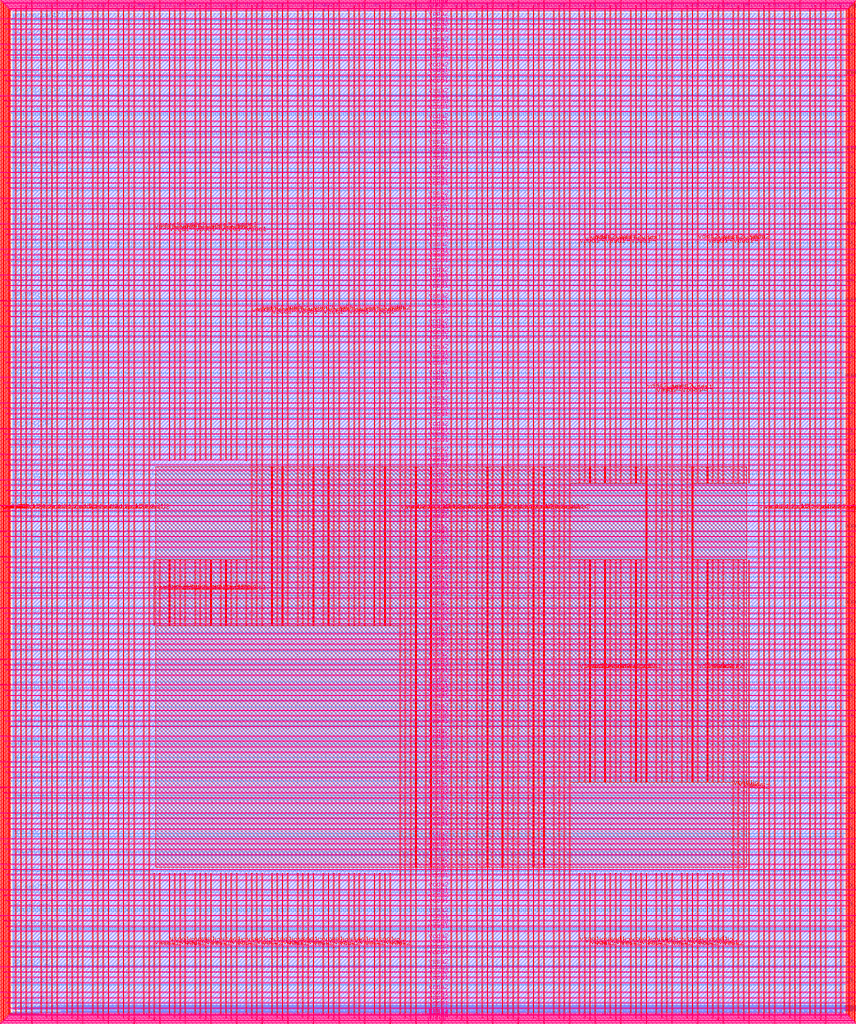
<source format=lef>
VERSION 5.7 ;
  NOWIREEXTENSIONATPIN ON ;
  DIVIDERCHAR "/" ;
  BUSBITCHARS "[]" ;
MACRO user_project_wrapper
  CLASS BLOCK ;
  FOREIGN user_project_wrapper ;
  ORIGIN 0.000 0.000 ;
  SIZE 2920.000 BY 3520.000 ;
  PIN analog_io[0]
    DIRECTION INOUT ;
    USE SIGNAL ;
    PORT
      LAYER met3 ;
        RECT 2917.600 1426.380 2924.800 1427.580 ;
    END
  END analog_io[0]
  PIN analog_io[10]
    DIRECTION INOUT ;
    USE SIGNAL ;
    PORT
      LAYER met2 ;
        RECT 2230.490 3517.600 2231.050 3524.800 ;
    END
  END analog_io[10]
  PIN analog_io[11]
    DIRECTION INOUT ;
    USE SIGNAL ;
    PORT
      LAYER met2 ;
        RECT 1905.730 3517.600 1906.290 3524.800 ;
    END
  END analog_io[11]
  PIN analog_io[12]
    DIRECTION INOUT ;
    USE SIGNAL ;
    PORT
      LAYER met2 ;
        RECT 1581.430 3517.600 1581.990 3524.800 ;
    END
  END analog_io[12]
  PIN analog_io[13]
    DIRECTION INOUT ;
    USE SIGNAL ;
    PORT
      LAYER met2 ;
        RECT 1257.130 3517.600 1257.690 3524.800 ;
    END
  END analog_io[13]
  PIN analog_io[14]
    DIRECTION INOUT ;
    USE SIGNAL ;
    PORT
      LAYER met2 ;
        RECT 932.370 3517.600 932.930 3524.800 ;
    END
  END analog_io[14]
  PIN analog_io[15]
    DIRECTION INOUT ;
    USE SIGNAL ;
    PORT
      LAYER met2 ;
        RECT 608.070 3517.600 608.630 3524.800 ;
    END
  END analog_io[15]
  PIN analog_io[16]
    DIRECTION INOUT ;
    USE SIGNAL ;
    PORT
      LAYER met2 ;
        RECT 283.770 3517.600 284.330 3524.800 ;
    END
  END analog_io[16]
  PIN analog_io[17]
    DIRECTION INOUT ;
    USE SIGNAL ;
    PORT
      LAYER met3 ;
        RECT -4.800 3486.100 2.400 3487.300 ;
    END
  END analog_io[17]
  PIN analog_io[18]
    DIRECTION INOUT ;
    USE SIGNAL ;
    PORT
      LAYER met3 ;
        RECT -4.800 3224.980 2.400 3226.180 ;
    END
  END analog_io[18]
  PIN analog_io[19]
    DIRECTION INOUT ;
    USE SIGNAL ;
    PORT
      LAYER met3 ;
        RECT -4.800 2964.540 2.400 2965.740 ;
    END
  END analog_io[19]
  PIN analog_io[1]
    DIRECTION INOUT ;
    USE SIGNAL ;
    PORT
      LAYER met3 ;
        RECT 2917.600 1692.260 2924.800 1693.460 ;
    END
  END analog_io[1]
  PIN analog_io[20]
    DIRECTION INOUT ;
    USE SIGNAL ;
    PORT
      LAYER met3 ;
        RECT -4.800 2703.420 2.400 2704.620 ;
    END
  END analog_io[20]
  PIN analog_io[21]
    DIRECTION INOUT ;
    USE SIGNAL ;
    PORT
      LAYER met3 ;
        RECT -4.800 2442.980 2.400 2444.180 ;
    END
  END analog_io[21]
  PIN analog_io[22]
    DIRECTION INOUT ;
    USE SIGNAL ;
    PORT
      LAYER met3 ;
        RECT -4.800 2182.540 2.400 2183.740 ;
    END
  END analog_io[22]
  PIN analog_io[23]
    DIRECTION INOUT ;
    USE SIGNAL ;
    PORT
      LAYER met3 ;
        RECT -4.800 1921.420 2.400 1922.620 ;
    END
  END analog_io[23]
  PIN analog_io[24]
    DIRECTION INOUT ;
    USE SIGNAL ;
    PORT
      LAYER met3 ;
        RECT -4.800 1660.980 2.400 1662.180 ;
    END
  END analog_io[24]
  PIN analog_io[25]
    DIRECTION INOUT ;
    USE SIGNAL ;
    PORT
      LAYER met3 ;
        RECT -4.800 1399.860 2.400 1401.060 ;
    END
  END analog_io[25]
  PIN analog_io[26]
    DIRECTION INOUT ;
    USE SIGNAL ;
    PORT
      LAYER met3 ;
        RECT -4.800 1139.420 2.400 1140.620 ;
    END
  END analog_io[26]
  PIN analog_io[27]
    DIRECTION INOUT ;
    USE SIGNAL ;
    PORT
      LAYER met3 ;
        RECT -4.800 878.980 2.400 880.180 ;
    END
  END analog_io[27]
  PIN analog_io[28]
    DIRECTION INOUT ;
    USE SIGNAL ;
    PORT
      LAYER met3 ;
        RECT -4.800 617.860 2.400 619.060 ;
    END
  END analog_io[28]
  PIN analog_io[2]
    DIRECTION INOUT ;
    USE SIGNAL ;
    PORT
      LAYER met3 ;
        RECT 2917.600 1958.140 2924.800 1959.340 ;
    END
  END analog_io[2]
  PIN analog_io[3]
    DIRECTION INOUT ;
    USE SIGNAL ;
    PORT
      LAYER met3 ;
        RECT 2917.600 2223.340 2924.800 2224.540 ;
    END
  END analog_io[3]
  PIN analog_io[4]
    DIRECTION INOUT ;
    USE SIGNAL ;
    PORT
      LAYER met3 ;
        RECT 2917.600 2489.220 2924.800 2490.420 ;
    END
  END analog_io[4]
  PIN analog_io[5]
    DIRECTION INOUT ;
    USE SIGNAL ;
    PORT
      LAYER met3 ;
        RECT 2917.600 2755.100 2924.800 2756.300 ;
    END
  END analog_io[5]
  PIN analog_io[6]
    DIRECTION INOUT ;
    USE SIGNAL ;
    PORT
      LAYER met3 ;
        RECT 2917.600 3020.300 2924.800 3021.500 ;
    END
  END analog_io[6]
  PIN analog_io[7]
    DIRECTION INOUT ;
    USE SIGNAL ;
    PORT
      LAYER met3 ;
        RECT 2917.600 3286.180 2924.800 3287.380 ;
    END
  END analog_io[7]
  PIN analog_io[8]
    DIRECTION INOUT ;
    USE SIGNAL ;
    PORT
      LAYER met2 ;
        RECT 2879.090 3517.600 2879.650 3524.800 ;
    END
  END analog_io[8]
  PIN analog_io[9]
    DIRECTION INOUT ;
    USE SIGNAL ;
    PORT
      LAYER met2 ;
        RECT 2554.790 3517.600 2555.350 3524.800 ;
    END
  END analog_io[9]
  PIN io_in[0]
    DIRECTION INPUT ;
    USE SIGNAL ;
    PORT
      LAYER met3 ;
        RECT 2917.600 32.380 2924.800 33.580 ;
    END
  END io_in[0]
  PIN io_in[10]
    DIRECTION INPUT ;
    USE SIGNAL ;
    PORT
      LAYER met3 ;
        RECT 2917.600 2289.980 2924.800 2291.180 ;
    END
  END io_in[10]
  PIN io_in[11]
    DIRECTION INPUT ;
    USE SIGNAL ;
    PORT
      LAYER met3 ;
        RECT 2917.600 2555.860 2924.800 2557.060 ;
    END
  END io_in[11]
  PIN io_in[12]
    DIRECTION INPUT ;
    USE SIGNAL ;
    PORT
      LAYER met3 ;
        RECT 2917.600 2821.060 2924.800 2822.260 ;
    END
  END io_in[12]
  PIN io_in[13]
    DIRECTION INPUT ;
    USE SIGNAL ;
    PORT
      LAYER met3 ;
        RECT 2917.600 3086.940 2924.800 3088.140 ;
    END
  END io_in[13]
  PIN io_in[14]
    DIRECTION INPUT ;
    USE SIGNAL ;
    PORT
      LAYER met3 ;
        RECT 2917.600 3352.820 2924.800 3354.020 ;
    END
  END io_in[14]
  PIN io_in[15]
    DIRECTION INPUT ;
    USE SIGNAL ;
    PORT
      LAYER met2 ;
        RECT 2798.130 3517.600 2798.690 3524.800 ;
    END
  END io_in[15]
  PIN io_in[16]
    DIRECTION INPUT ;
    USE SIGNAL ;
    PORT
      LAYER met2 ;
        RECT 2473.830 3517.600 2474.390 3524.800 ;
    END
  END io_in[16]
  PIN io_in[17]
    DIRECTION INPUT ;
    USE SIGNAL ;
    PORT
      LAYER met2 ;
        RECT 2149.070 3517.600 2149.630 3524.800 ;
    END
  END io_in[17]
  PIN io_in[18]
    DIRECTION INPUT ;
    USE SIGNAL ;
    PORT
      LAYER met2 ;
        RECT 1824.770 3517.600 1825.330 3524.800 ;
    END
  END io_in[18]
  PIN io_in[19]
    DIRECTION INPUT ;
    USE SIGNAL ;
    PORT
      LAYER met2 ;
        RECT 1500.470 3517.600 1501.030 3524.800 ;
    END
  END io_in[19]
  PIN io_in[1]
    DIRECTION INPUT ;
    USE SIGNAL ;
    PORT
      LAYER met3 ;
        RECT 2917.600 230.940 2924.800 232.140 ;
    END
  END io_in[1]
  PIN io_in[20]
    DIRECTION INPUT ;
    USE SIGNAL ;
    PORT
      LAYER met2 ;
        RECT 1175.710 3517.600 1176.270 3524.800 ;
    END
  END io_in[20]
  PIN io_in[21]
    DIRECTION INPUT ;
    USE SIGNAL ;
    PORT
      LAYER met2 ;
        RECT 851.410 3517.600 851.970 3524.800 ;
    END
  END io_in[21]
  PIN io_in[22]
    DIRECTION INPUT ;
    USE SIGNAL ;
    PORT
      LAYER met2 ;
        RECT 527.110 3517.600 527.670 3524.800 ;
    END
  END io_in[22]
  PIN io_in[23]
    DIRECTION INPUT ;
    USE SIGNAL ;
    PORT
      LAYER met2 ;
        RECT 202.350 3517.600 202.910 3524.800 ;
    END
  END io_in[23]
  PIN io_in[24]
    DIRECTION INPUT ;
    USE SIGNAL ;
    PORT
      LAYER met3 ;
        RECT -4.800 3420.820 2.400 3422.020 ;
    END
  END io_in[24]
  PIN io_in[25]
    DIRECTION INPUT ;
    USE SIGNAL ;
    PORT
      LAYER met3 ;
        RECT -4.800 3159.700 2.400 3160.900 ;
    END
  END io_in[25]
  PIN io_in[26]
    DIRECTION INPUT ;
    USE SIGNAL ;
    PORT
      LAYER met3 ;
        RECT -4.800 2899.260 2.400 2900.460 ;
    END
  END io_in[26]
  PIN io_in[27]
    DIRECTION INPUT ;
    USE SIGNAL ;
    PORT
      LAYER met3 ;
        RECT -4.800 2638.820 2.400 2640.020 ;
    END
  END io_in[27]
  PIN io_in[28]
    DIRECTION INPUT ;
    USE SIGNAL ;
    PORT
      LAYER met3 ;
        RECT -4.800 2377.700 2.400 2378.900 ;
    END
  END io_in[28]
  PIN io_in[29]
    DIRECTION INPUT ;
    USE SIGNAL ;
    PORT
      LAYER met3 ;
        RECT -4.800 2117.260 2.400 2118.460 ;
    END
  END io_in[29]
  PIN io_in[2]
    DIRECTION INPUT ;
    USE SIGNAL ;
    PORT
      LAYER met3 ;
        RECT 2917.600 430.180 2924.800 431.380 ;
    END
  END io_in[2]
  PIN io_in[30]
    DIRECTION INPUT ;
    USE SIGNAL ;
    PORT
      LAYER met3 ;
        RECT -4.800 1856.140 2.400 1857.340 ;
    END
  END io_in[30]
  PIN io_in[31]
    DIRECTION INPUT ;
    USE SIGNAL ;
    PORT
      LAYER met3 ;
        RECT -4.800 1595.700 2.400 1596.900 ;
    END
  END io_in[31]
  PIN io_in[32]
    DIRECTION INPUT ;
    USE SIGNAL ;
    PORT
      LAYER met3 ;
        RECT -4.800 1335.260 2.400 1336.460 ;
    END
  END io_in[32]
  PIN io_in[33]
    DIRECTION INPUT ;
    USE SIGNAL ;
    PORT
      LAYER met3 ;
        RECT -4.800 1074.140 2.400 1075.340 ;
    END
  END io_in[33]
  PIN io_in[34]
    DIRECTION INPUT ;
    USE SIGNAL ;
    PORT
      LAYER met3 ;
        RECT -4.800 813.700 2.400 814.900 ;
    END
  END io_in[34]
  PIN io_in[35]
    DIRECTION INPUT ;
    USE SIGNAL ;
    PORT
      LAYER met3 ;
        RECT -4.800 552.580 2.400 553.780 ;
    END
  END io_in[35]
  PIN io_in[36]
    DIRECTION INPUT ;
    USE SIGNAL ;
    PORT
      LAYER met3 ;
        RECT -4.800 357.420 2.400 358.620 ;
    END
  END io_in[36]
  PIN io_in[37]
    DIRECTION INPUT ;
    USE SIGNAL ;
    PORT
      LAYER met3 ;
        RECT -4.800 161.580 2.400 162.780 ;
    END
  END io_in[37]
  PIN io_in[3]
    DIRECTION INPUT ;
    USE SIGNAL ;
    PORT
      LAYER met3 ;
        RECT 2917.600 629.420 2924.800 630.620 ;
    END
  END io_in[3]
  PIN io_in[4]
    DIRECTION INPUT ;
    USE SIGNAL ;
    PORT
      LAYER met3 ;
        RECT 2917.600 828.660 2924.800 829.860 ;
    END
  END io_in[4]
  PIN io_in[5]
    DIRECTION INPUT ;
    USE SIGNAL ;
    PORT
      LAYER met3 ;
        RECT 2917.600 1027.900 2924.800 1029.100 ;
    END
  END io_in[5]
  PIN io_in[6]
    DIRECTION INPUT ;
    USE SIGNAL ;
    PORT
      LAYER met3 ;
        RECT 2917.600 1227.140 2924.800 1228.340 ;
    END
  END io_in[6]
  PIN io_in[7]
    DIRECTION INPUT ;
    USE SIGNAL ;
    PORT
      LAYER met3 ;
        RECT 2917.600 1493.020 2924.800 1494.220 ;
    END
  END io_in[7]
  PIN io_in[8]
    DIRECTION INPUT ;
    USE SIGNAL ;
    PORT
      LAYER met3 ;
        RECT 2917.600 1758.900 2924.800 1760.100 ;
    END
  END io_in[8]
  PIN io_in[9]
    DIRECTION INPUT ;
    USE SIGNAL ;
    PORT
      LAYER met3 ;
        RECT 2917.600 2024.100 2924.800 2025.300 ;
    END
  END io_in[9]
  PIN io_oeb[0]
    DIRECTION OUTPUT TRISTATE ;
    USE SIGNAL ;
    PORT
      LAYER met3 ;
        RECT 2917.600 164.980 2924.800 166.180 ;
    END
  END io_oeb[0]
  PIN io_oeb[10]
    DIRECTION OUTPUT TRISTATE ;
    USE SIGNAL ;
    PORT
      LAYER met3 ;
        RECT 2917.600 2422.580 2924.800 2423.780 ;
    END
  END io_oeb[10]
  PIN io_oeb[11]
    DIRECTION OUTPUT TRISTATE ;
    USE SIGNAL ;
    PORT
      LAYER met3 ;
        RECT 2917.600 2688.460 2924.800 2689.660 ;
    END
  END io_oeb[11]
  PIN io_oeb[12]
    DIRECTION OUTPUT TRISTATE ;
    USE SIGNAL ;
    PORT
      LAYER met3 ;
        RECT 2917.600 2954.340 2924.800 2955.540 ;
    END
  END io_oeb[12]
  PIN io_oeb[13]
    DIRECTION OUTPUT TRISTATE ;
    USE SIGNAL ;
    PORT
      LAYER met3 ;
        RECT 2917.600 3219.540 2924.800 3220.740 ;
    END
  END io_oeb[13]
  PIN io_oeb[14]
    DIRECTION OUTPUT TRISTATE ;
    USE SIGNAL ;
    PORT
      LAYER met3 ;
        RECT 2917.600 3485.420 2924.800 3486.620 ;
    END
  END io_oeb[14]
  PIN io_oeb[15]
    DIRECTION OUTPUT TRISTATE ;
    USE SIGNAL ;
    PORT
      LAYER met2 ;
        RECT 2635.750 3517.600 2636.310 3524.800 ;
    END
  END io_oeb[15]
  PIN io_oeb[16]
    DIRECTION OUTPUT TRISTATE ;
    USE SIGNAL ;
    PORT
      LAYER met2 ;
        RECT 2311.450 3517.600 2312.010 3524.800 ;
    END
  END io_oeb[16]
  PIN io_oeb[17]
    DIRECTION OUTPUT TRISTATE ;
    USE SIGNAL ;
    PORT
      LAYER met2 ;
        RECT 1987.150 3517.600 1987.710 3524.800 ;
    END
  END io_oeb[17]
  PIN io_oeb[18]
    DIRECTION OUTPUT TRISTATE ;
    USE SIGNAL ;
    PORT
      LAYER met2 ;
        RECT 1662.390 3517.600 1662.950 3524.800 ;
    END
  END io_oeb[18]
  PIN io_oeb[19]
    DIRECTION OUTPUT TRISTATE ;
    USE SIGNAL ;
    PORT
      LAYER met2 ;
        RECT 1338.090 3517.600 1338.650 3524.800 ;
    END
  END io_oeb[19]
  PIN io_oeb[1]
    DIRECTION OUTPUT TRISTATE ;
    USE SIGNAL ;
    PORT
      LAYER met3 ;
        RECT 2917.600 364.220 2924.800 365.420 ;
    END
  END io_oeb[1]
  PIN io_oeb[20]
    DIRECTION OUTPUT TRISTATE ;
    USE SIGNAL ;
    PORT
      LAYER met2 ;
        RECT 1013.790 3517.600 1014.350 3524.800 ;
    END
  END io_oeb[20]
  PIN io_oeb[21]
    DIRECTION OUTPUT TRISTATE ;
    USE SIGNAL ;
    PORT
      LAYER met2 ;
        RECT 689.030 3517.600 689.590 3524.800 ;
    END
  END io_oeb[21]
  PIN io_oeb[22]
    DIRECTION OUTPUT TRISTATE ;
    USE SIGNAL ;
    PORT
      LAYER met2 ;
        RECT 364.730 3517.600 365.290 3524.800 ;
    END
  END io_oeb[22]
  PIN io_oeb[23]
    DIRECTION OUTPUT TRISTATE ;
    USE SIGNAL ;
    PORT
      LAYER met2 ;
        RECT 40.430 3517.600 40.990 3524.800 ;
    END
  END io_oeb[23]
  PIN io_oeb[24]
    DIRECTION OUTPUT TRISTATE ;
    USE SIGNAL ;
    PORT
      LAYER met3 ;
        RECT -4.800 3290.260 2.400 3291.460 ;
    END
  END io_oeb[24]
  PIN io_oeb[25]
    DIRECTION OUTPUT TRISTATE ;
    USE SIGNAL ;
    PORT
      LAYER met3 ;
        RECT -4.800 3029.820 2.400 3031.020 ;
    END
  END io_oeb[25]
  PIN io_oeb[26]
    DIRECTION OUTPUT TRISTATE ;
    USE SIGNAL ;
    PORT
      LAYER met3 ;
        RECT -4.800 2768.700 2.400 2769.900 ;
    END
  END io_oeb[26]
  PIN io_oeb[27]
    DIRECTION OUTPUT TRISTATE ;
    USE SIGNAL ;
    PORT
      LAYER met3 ;
        RECT -4.800 2508.260 2.400 2509.460 ;
    END
  END io_oeb[27]
  PIN io_oeb[28]
    DIRECTION OUTPUT TRISTATE ;
    USE SIGNAL ;
    PORT
      LAYER met3 ;
        RECT -4.800 2247.140 2.400 2248.340 ;
    END
  END io_oeb[28]
  PIN io_oeb[29]
    DIRECTION OUTPUT TRISTATE ;
    USE SIGNAL ;
    PORT
      LAYER met3 ;
        RECT -4.800 1986.700 2.400 1987.900 ;
    END
  END io_oeb[29]
  PIN io_oeb[2]
    DIRECTION OUTPUT TRISTATE ;
    USE SIGNAL ;
    PORT
      LAYER met3 ;
        RECT 2917.600 563.460 2924.800 564.660 ;
    END
  END io_oeb[2]
  PIN io_oeb[30]
    DIRECTION OUTPUT TRISTATE ;
    USE SIGNAL ;
    PORT
      LAYER met3 ;
        RECT -4.800 1726.260 2.400 1727.460 ;
    END
  END io_oeb[30]
  PIN io_oeb[31]
    DIRECTION OUTPUT TRISTATE ;
    USE SIGNAL ;
    PORT
      LAYER met3 ;
        RECT -4.800 1465.140 2.400 1466.340 ;
    END
  END io_oeb[31]
  PIN io_oeb[32]
    DIRECTION OUTPUT TRISTATE ;
    USE SIGNAL ;
    PORT
      LAYER met3 ;
        RECT -4.800 1204.700 2.400 1205.900 ;
    END
  END io_oeb[32]
  PIN io_oeb[33]
    DIRECTION OUTPUT TRISTATE ;
    USE SIGNAL ;
    PORT
      LAYER met3 ;
        RECT -4.800 943.580 2.400 944.780 ;
    END
  END io_oeb[33]
  PIN io_oeb[34]
    DIRECTION OUTPUT TRISTATE ;
    USE SIGNAL ;
    PORT
      LAYER met3 ;
        RECT -4.800 683.140 2.400 684.340 ;
    END
  END io_oeb[34]
  PIN io_oeb[35]
    DIRECTION OUTPUT TRISTATE ;
    USE SIGNAL ;
    PORT
      LAYER met3 ;
        RECT -4.800 422.700 2.400 423.900 ;
    END
  END io_oeb[35]
  PIN io_oeb[36]
    DIRECTION OUTPUT TRISTATE ;
    USE SIGNAL ;
    PORT
      LAYER met3 ;
        RECT -4.800 226.860 2.400 228.060 ;
    END
  END io_oeb[36]
  PIN io_oeb[37]
    DIRECTION OUTPUT TRISTATE ;
    USE SIGNAL ;
    PORT
      LAYER met3 ;
        RECT -4.800 31.700 2.400 32.900 ;
    END
  END io_oeb[37]
  PIN io_oeb[3]
    DIRECTION OUTPUT TRISTATE ;
    USE SIGNAL ;
    PORT
      LAYER met3 ;
        RECT 2917.600 762.700 2924.800 763.900 ;
    END
  END io_oeb[3]
  PIN io_oeb[4]
    DIRECTION OUTPUT TRISTATE ;
    USE SIGNAL ;
    PORT
      LAYER met3 ;
        RECT 2917.600 961.940 2924.800 963.140 ;
    END
  END io_oeb[4]
  PIN io_oeb[5]
    DIRECTION OUTPUT TRISTATE ;
    USE SIGNAL ;
    PORT
      LAYER met3 ;
        RECT 2917.600 1161.180 2924.800 1162.380 ;
    END
  END io_oeb[5]
  PIN io_oeb[6]
    DIRECTION OUTPUT TRISTATE ;
    USE SIGNAL ;
    PORT
      LAYER met3 ;
        RECT 2917.600 1360.420 2924.800 1361.620 ;
    END
  END io_oeb[6]
  PIN io_oeb[7]
    DIRECTION OUTPUT TRISTATE ;
    USE SIGNAL ;
    PORT
      LAYER met3 ;
        RECT 2917.600 1625.620 2924.800 1626.820 ;
    END
  END io_oeb[7]
  PIN io_oeb[8]
    DIRECTION OUTPUT TRISTATE ;
    USE SIGNAL ;
    PORT
      LAYER met3 ;
        RECT 2917.600 1891.500 2924.800 1892.700 ;
    END
  END io_oeb[8]
  PIN io_oeb[9]
    DIRECTION OUTPUT TRISTATE ;
    USE SIGNAL ;
    PORT
      LAYER met3 ;
        RECT 2917.600 2157.380 2924.800 2158.580 ;
    END
  END io_oeb[9]
  PIN io_out[0]
    DIRECTION OUTPUT TRISTATE ;
    USE SIGNAL ;
    PORT
      LAYER met3 ;
        RECT 2917.600 98.340 2924.800 99.540 ;
    END
  END io_out[0]
  PIN io_out[10]
    DIRECTION OUTPUT TRISTATE ;
    USE SIGNAL ;
    PORT
      LAYER met3 ;
        RECT 2917.600 2356.620 2924.800 2357.820 ;
    END
  END io_out[10]
  PIN io_out[11]
    DIRECTION OUTPUT TRISTATE ;
    USE SIGNAL ;
    PORT
      LAYER met3 ;
        RECT 2917.600 2621.820 2924.800 2623.020 ;
    END
  END io_out[11]
  PIN io_out[12]
    DIRECTION OUTPUT TRISTATE ;
    USE SIGNAL ;
    PORT
      LAYER met3 ;
        RECT 2917.600 2887.700 2924.800 2888.900 ;
    END
  END io_out[12]
  PIN io_out[13]
    DIRECTION OUTPUT TRISTATE ;
    USE SIGNAL ;
    PORT
      LAYER met3 ;
        RECT 2917.600 3153.580 2924.800 3154.780 ;
    END
  END io_out[13]
  PIN io_out[14]
    DIRECTION OUTPUT TRISTATE ;
    USE SIGNAL ;
    PORT
      LAYER met3 ;
        RECT 2917.600 3418.780 2924.800 3419.980 ;
    END
  END io_out[14]
  PIN io_out[15]
    DIRECTION OUTPUT TRISTATE ;
    USE SIGNAL ;
    PORT
      LAYER met2 ;
        RECT 2717.170 3517.600 2717.730 3524.800 ;
    END
  END io_out[15]
  PIN io_out[16]
    DIRECTION OUTPUT TRISTATE ;
    USE SIGNAL ;
    PORT
      LAYER met2 ;
        RECT 2392.410 3517.600 2392.970 3524.800 ;
    END
  END io_out[16]
  PIN io_out[17]
    DIRECTION OUTPUT TRISTATE ;
    USE SIGNAL ;
    PORT
      LAYER met2 ;
        RECT 2068.110 3517.600 2068.670 3524.800 ;
    END
  END io_out[17]
  PIN io_out[18]
    DIRECTION OUTPUT TRISTATE ;
    USE SIGNAL ;
    PORT
      LAYER met2 ;
        RECT 1743.810 3517.600 1744.370 3524.800 ;
    END
  END io_out[18]
  PIN io_out[19]
    DIRECTION OUTPUT TRISTATE ;
    USE SIGNAL ;
    PORT
      LAYER met2 ;
        RECT 1419.050 3517.600 1419.610 3524.800 ;
    END
  END io_out[19]
  PIN io_out[1]
    DIRECTION OUTPUT TRISTATE ;
    USE SIGNAL ;
    PORT
      LAYER met3 ;
        RECT 2917.600 297.580 2924.800 298.780 ;
    END
  END io_out[1]
  PIN io_out[20]
    DIRECTION OUTPUT TRISTATE ;
    USE SIGNAL ;
    PORT
      LAYER met2 ;
        RECT 1094.750 3517.600 1095.310 3524.800 ;
    END
  END io_out[20]
  PIN io_out[21]
    DIRECTION OUTPUT TRISTATE ;
    USE SIGNAL ;
    PORT
      LAYER met2 ;
        RECT 770.450 3517.600 771.010 3524.800 ;
    END
  END io_out[21]
  PIN io_out[22]
    DIRECTION OUTPUT TRISTATE ;
    USE SIGNAL ;
    PORT
      LAYER met2 ;
        RECT 445.690 3517.600 446.250 3524.800 ;
    END
  END io_out[22]
  PIN io_out[23]
    DIRECTION OUTPUT TRISTATE ;
    USE SIGNAL ;
    PORT
      LAYER met2 ;
        RECT 121.390 3517.600 121.950 3524.800 ;
    END
  END io_out[23]
  PIN io_out[24]
    DIRECTION OUTPUT TRISTATE ;
    USE SIGNAL ;
    PORT
      LAYER met3 ;
        RECT -4.800 3355.540 2.400 3356.740 ;
    END
  END io_out[24]
  PIN io_out[25]
    DIRECTION OUTPUT TRISTATE ;
    USE SIGNAL ;
    PORT
      LAYER met3 ;
        RECT -4.800 3095.100 2.400 3096.300 ;
    END
  END io_out[25]
  PIN io_out[26]
    DIRECTION OUTPUT TRISTATE ;
    USE SIGNAL ;
    PORT
      LAYER met3 ;
        RECT -4.800 2833.980 2.400 2835.180 ;
    END
  END io_out[26]
  PIN io_out[27]
    DIRECTION OUTPUT TRISTATE ;
    USE SIGNAL ;
    PORT
      LAYER met3 ;
        RECT -4.800 2573.540 2.400 2574.740 ;
    END
  END io_out[27]
  PIN io_out[28]
    DIRECTION OUTPUT TRISTATE ;
    USE SIGNAL ;
    PORT
      LAYER met3 ;
        RECT -4.800 2312.420 2.400 2313.620 ;
    END
  END io_out[28]
  PIN io_out[29]
    DIRECTION OUTPUT TRISTATE ;
    USE SIGNAL ;
    PORT
      LAYER met3 ;
        RECT -4.800 2051.980 2.400 2053.180 ;
    END
  END io_out[29]
  PIN io_out[2]
    DIRECTION OUTPUT TRISTATE ;
    USE SIGNAL ;
    PORT
      LAYER met3 ;
        RECT 2917.600 496.820 2924.800 498.020 ;
    END
  END io_out[2]
  PIN io_out[30]
    DIRECTION OUTPUT TRISTATE ;
    USE SIGNAL ;
    PORT
      LAYER met3 ;
        RECT -4.800 1791.540 2.400 1792.740 ;
    END
  END io_out[30]
  PIN io_out[31]
    DIRECTION OUTPUT TRISTATE ;
    USE SIGNAL ;
    PORT
      LAYER met3 ;
        RECT -4.800 1530.420 2.400 1531.620 ;
    END
  END io_out[31]
  PIN io_out[32]
    DIRECTION OUTPUT TRISTATE ;
    USE SIGNAL ;
    PORT
      LAYER met3 ;
        RECT -4.800 1269.980 2.400 1271.180 ;
    END
  END io_out[32]
  PIN io_out[33]
    DIRECTION OUTPUT TRISTATE ;
    USE SIGNAL ;
    PORT
      LAYER met3 ;
        RECT -4.800 1008.860 2.400 1010.060 ;
    END
  END io_out[33]
  PIN io_out[34]
    DIRECTION OUTPUT TRISTATE ;
    USE SIGNAL ;
    PORT
      LAYER met3 ;
        RECT -4.800 748.420 2.400 749.620 ;
    END
  END io_out[34]
  PIN io_out[35]
    DIRECTION OUTPUT TRISTATE ;
    USE SIGNAL ;
    PORT
      LAYER met3 ;
        RECT -4.800 487.300 2.400 488.500 ;
    END
  END io_out[35]
  PIN io_out[36]
    DIRECTION OUTPUT TRISTATE ;
    USE SIGNAL ;
    PORT
      LAYER met3 ;
        RECT -4.800 292.140 2.400 293.340 ;
    END
  END io_out[36]
  PIN io_out[37]
    DIRECTION OUTPUT TRISTATE ;
    USE SIGNAL ;
    PORT
      LAYER met3 ;
        RECT -4.800 96.300 2.400 97.500 ;
    END
  END io_out[37]
  PIN io_out[3]
    DIRECTION OUTPUT TRISTATE ;
    USE SIGNAL ;
    PORT
      LAYER met3 ;
        RECT 2917.600 696.060 2924.800 697.260 ;
    END
  END io_out[3]
  PIN io_out[4]
    DIRECTION OUTPUT TRISTATE ;
    USE SIGNAL ;
    PORT
      LAYER met3 ;
        RECT 2917.600 895.300 2924.800 896.500 ;
    END
  END io_out[4]
  PIN io_out[5]
    DIRECTION OUTPUT TRISTATE ;
    USE SIGNAL ;
    PORT
      LAYER met3 ;
        RECT 2917.600 1094.540 2924.800 1095.740 ;
    END
  END io_out[5]
  PIN io_out[6]
    DIRECTION OUTPUT TRISTATE ;
    USE SIGNAL ;
    PORT
      LAYER met3 ;
        RECT 2917.600 1293.780 2924.800 1294.980 ;
    END
  END io_out[6]
  PIN io_out[7]
    DIRECTION OUTPUT TRISTATE ;
    USE SIGNAL ;
    PORT
      LAYER met3 ;
        RECT 2917.600 1559.660 2924.800 1560.860 ;
    END
  END io_out[7]
  PIN io_out[8]
    DIRECTION OUTPUT TRISTATE ;
    USE SIGNAL ;
    PORT
      LAYER met3 ;
        RECT 2917.600 1824.860 2924.800 1826.060 ;
    END
  END io_out[8]
  PIN io_out[9]
    DIRECTION OUTPUT TRISTATE ;
    USE SIGNAL ;
    PORT
      LAYER met3 ;
        RECT 2917.600 2090.740 2924.800 2091.940 ;
    END
  END io_out[9]
  PIN la_data_in[0]
    DIRECTION INPUT ;
    USE SIGNAL ;
    PORT
      LAYER met2 ;
        RECT 629.230 -4.800 629.790 2.400 ;
    END
  END la_data_in[0]
  PIN la_data_in[100]
    DIRECTION INPUT ;
    USE SIGNAL ;
    PORT
      LAYER met2 ;
        RECT 2402.530 -4.800 2403.090 2.400 ;
    END
  END la_data_in[100]
  PIN la_data_in[101]
    DIRECTION INPUT ;
    USE SIGNAL ;
    PORT
      LAYER met2 ;
        RECT 2420.010 -4.800 2420.570 2.400 ;
    END
  END la_data_in[101]
  PIN la_data_in[102]
    DIRECTION INPUT ;
    USE SIGNAL ;
    PORT
      LAYER met2 ;
        RECT 2437.950 -4.800 2438.510 2.400 ;
    END
  END la_data_in[102]
  PIN la_data_in[103]
    DIRECTION INPUT ;
    USE SIGNAL ;
    PORT
      LAYER met2 ;
        RECT 2455.430 -4.800 2455.990 2.400 ;
    END
  END la_data_in[103]
  PIN la_data_in[104]
    DIRECTION INPUT ;
    USE SIGNAL ;
    PORT
      LAYER met2 ;
        RECT 2473.370 -4.800 2473.930 2.400 ;
    END
  END la_data_in[104]
  PIN la_data_in[105]
    DIRECTION INPUT ;
    USE SIGNAL ;
    PORT
      LAYER met2 ;
        RECT 2490.850 -4.800 2491.410 2.400 ;
    END
  END la_data_in[105]
  PIN la_data_in[106]
    DIRECTION INPUT ;
    USE SIGNAL ;
    PORT
      LAYER met2 ;
        RECT 2508.790 -4.800 2509.350 2.400 ;
    END
  END la_data_in[106]
  PIN la_data_in[107]
    DIRECTION INPUT ;
    USE SIGNAL ;
    PORT
      LAYER met2 ;
        RECT 2526.730 -4.800 2527.290 2.400 ;
    END
  END la_data_in[107]
  PIN la_data_in[108]
    DIRECTION INPUT ;
    USE SIGNAL ;
    PORT
      LAYER met2 ;
        RECT 2544.210 -4.800 2544.770 2.400 ;
    END
  END la_data_in[108]
  PIN la_data_in[109]
    DIRECTION INPUT ;
    USE SIGNAL ;
    PORT
      LAYER met2 ;
        RECT 2562.150 -4.800 2562.710 2.400 ;
    END
  END la_data_in[109]
  PIN la_data_in[10]
    DIRECTION INPUT ;
    USE SIGNAL ;
    PORT
      LAYER met2 ;
        RECT 806.330 -4.800 806.890 2.400 ;
    END
  END la_data_in[10]
  PIN la_data_in[110]
    DIRECTION INPUT ;
    USE SIGNAL ;
    PORT
      LAYER met2 ;
        RECT 2579.630 -4.800 2580.190 2.400 ;
    END
  END la_data_in[110]
  PIN la_data_in[111]
    DIRECTION INPUT ;
    USE SIGNAL ;
    PORT
      LAYER met2 ;
        RECT 2597.570 -4.800 2598.130 2.400 ;
    END
  END la_data_in[111]
  PIN la_data_in[112]
    DIRECTION INPUT ;
    USE SIGNAL ;
    PORT
      LAYER met2 ;
        RECT 2615.050 -4.800 2615.610 2.400 ;
    END
  END la_data_in[112]
  PIN la_data_in[113]
    DIRECTION INPUT ;
    USE SIGNAL ;
    PORT
      LAYER met2 ;
        RECT 2632.990 -4.800 2633.550 2.400 ;
    END
  END la_data_in[113]
  PIN la_data_in[114]
    DIRECTION INPUT ;
    USE SIGNAL ;
    PORT
      LAYER met2 ;
        RECT 2650.470 -4.800 2651.030 2.400 ;
    END
  END la_data_in[114]
  PIN la_data_in[115]
    DIRECTION INPUT ;
    USE SIGNAL ;
    PORT
      LAYER met2 ;
        RECT 2668.410 -4.800 2668.970 2.400 ;
    END
  END la_data_in[115]
  PIN la_data_in[116]
    DIRECTION INPUT ;
    USE SIGNAL ;
    PORT
      LAYER met2 ;
        RECT 2685.890 -4.800 2686.450 2.400 ;
    END
  END la_data_in[116]
  PIN la_data_in[117]
    DIRECTION INPUT ;
    USE SIGNAL ;
    PORT
      LAYER met2 ;
        RECT 2703.830 -4.800 2704.390 2.400 ;
    END
  END la_data_in[117]
  PIN la_data_in[118]
    DIRECTION INPUT ;
    USE SIGNAL ;
    PORT
      LAYER met2 ;
        RECT 2721.770 -4.800 2722.330 2.400 ;
    END
  END la_data_in[118]
  PIN la_data_in[119]
    DIRECTION INPUT ;
    USE SIGNAL ;
    PORT
      LAYER met2 ;
        RECT 2739.250 -4.800 2739.810 2.400 ;
    END
  END la_data_in[119]
  PIN la_data_in[11]
    DIRECTION INPUT ;
    USE SIGNAL ;
    PORT
      LAYER met2 ;
        RECT 824.270 -4.800 824.830 2.400 ;
    END
  END la_data_in[11]
  PIN la_data_in[120]
    DIRECTION INPUT ;
    USE SIGNAL ;
    PORT
      LAYER met2 ;
        RECT 2757.190 -4.800 2757.750 2.400 ;
    END
  END la_data_in[120]
  PIN la_data_in[121]
    DIRECTION INPUT ;
    USE SIGNAL ;
    PORT
      LAYER met2 ;
        RECT 2774.670 -4.800 2775.230 2.400 ;
    END
  END la_data_in[121]
  PIN la_data_in[122]
    DIRECTION INPUT ;
    USE SIGNAL ;
    PORT
      LAYER met2 ;
        RECT 2792.610 -4.800 2793.170 2.400 ;
    END
  END la_data_in[122]
  PIN la_data_in[123]
    DIRECTION INPUT ;
    USE SIGNAL ;
    PORT
      LAYER met2 ;
        RECT 2810.090 -4.800 2810.650 2.400 ;
    END
  END la_data_in[123]
  PIN la_data_in[124]
    DIRECTION INPUT ;
    USE SIGNAL ;
    PORT
      LAYER met2 ;
        RECT 2828.030 -4.800 2828.590 2.400 ;
    END
  END la_data_in[124]
  PIN la_data_in[125]
    DIRECTION INPUT ;
    USE SIGNAL ;
    PORT
      LAYER met2 ;
        RECT 2845.510 -4.800 2846.070 2.400 ;
    END
  END la_data_in[125]
  PIN la_data_in[126]
    DIRECTION INPUT ;
    USE SIGNAL ;
    PORT
      LAYER met2 ;
        RECT 2863.450 -4.800 2864.010 2.400 ;
    END
  END la_data_in[126]
  PIN la_data_in[127]
    DIRECTION INPUT ;
    USE SIGNAL ;
    PORT
      LAYER met2 ;
        RECT 2881.390 -4.800 2881.950 2.400 ;
    END
  END la_data_in[127]
  PIN la_data_in[12]
    DIRECTION INPUT ;
    USE SIGNAL ;
    PORT
      LAYER met2 ;
        RECT 841.750 -4.800 842.310 2.400 ;
    END
  END la_data_in[12]
  PIN la_data_in[13]
    DIRECTION INPUT ;
    USE SIGNAL ;
    PORT
      LAYER met2 ;
        RECT 859.690 -4.800 860.250 2.400 ;
    END
  END la_data_in[13]
  PIN la_data_in[14]
    DIRECTION INPUT ;
    USE SIGNAL ;
    PORT
      LAYER met2 ;
        RECT 877.170 -4.800 877.730 2.400 ;
    END
  END la_data_in[14]
  PIN la_data_in[15]
    DIRECTION INPUT ;
    USE SIGNAL ;
    PORT
      LAYER met2 ;
        RECT 895.110 -4.800 895.670 2.400 ;
    END
  END la_data_in[15]
  PIN la_data_in[16]
    DIRECTION INPUT ;
    USE SIGNAL ;
    PORT
      LAYER met2 ;
        RECT 912.590 -4.800 913.150 2.400 ;
    END
  END la_data_in[16]
  PIN la_data_in[17]
    DIRECTION INPUT ;
    USE SIGNAL ;
    PORT
      LAYER met2 ;
        RECT 930.530 -4.800 931.090 2.400 ;
    END
  END la_data_in[17]
  PIN la_data_in[18]
    DIRECTION INPUT ;
    USE SIGNAL ;
    PORT
      LAYER met2 ;
        RECT 948.470 -4.800 949.030 2.400 ;
    END
  END la_data_in[18]
  PIN la_data_in[19]
    DIRECTION INPUT ;
    USE SIGNAL ;
    PORT
      LAYER met2 ;
        RECT 965.950 -4.800 966.510 2.400 ;
    END
  END la_data_in[19]
  PIN la_data_in[1]
    DIRECTION INPUT ;
    USE SIGNAL ;
    PORT
      LAYER met2 ;
        RECT 646.710 -4.800 647.270 2.400 ;
    END
  END la_data_in[1]
  PIN la_data_in[20]
    DIRECTION INPUT ;
    USE SIGNAL ;
    PORT
      LAYER met2 ;
        RECT 983.890 -4.800 984.450 2.400 ;
    END
  END la_data_in[20]
  PIN la_data_in[21]
    DIRECTION INPUT ;
    USE SIGNAL ;
    PORT
      LAYER met2 ;
        RECT 1001.370 -4.800 1001.930 2.400 ;
    END
  END la_data_in[21]
  PIN la_data_in[22]
    DIRECTION INPUT ;
    USE SIGNAL ;
    PORT
      LAYER met2 ;
        RECT 1019.310 -4.800 1019.870 2.400 ;
    END
  END la_data_in[22]
  PIN la_data_in[23]
    DIRECTION INPUT ;
    USE SIGNAL ;
    PORT
      LAYER met2 ;
        RECT 1036.790 -4.800 1037.350 2.400 ;
    END
  END la_data_in[23]
  PIN la_data_in[24]
    DIRECTION INPUT ;
    USE SIGNAL ;
    PORT
      LAYER met2 ;
        RECT 1054.730 -4.800 1055.290 2.400 ;
    END
  END la_data_in[24]
  PIN la_data_in[25]
    DIRECTION INPUT ;
    USE SIGNAL ;
    PORT
      LAYER met2 ;
        RECT 1072.210 -4.800 1072.770 2.400 ;
    END
  END la_data_in[25]
  PIN la_data_in[26]
    DIRECTION INPUT ;
    USE SIGNAL ;
    PORT
      LAYER met2 ;
        RECT 1090.150 -4.800 1090.710 2.400 ;
    END
  END la_data_in[26]
  PIN la_data_in[27]
    DIRECTION INPUT ;
    USE SIGNAL ;
    PORT
      LAYER met2 ;
        RECT 1107.630 -4.800 1108.190 2.400 ;
    END
  END la_data_in[27]
  PIN la_data_in[28]
    DIRECTION INPUT ;
    USE SIGNAL ;
    PORT
      LAYER met2 ;
        RECT 1125.570 -4.800 1126.130 2.400 ;
    END
  END la_data_in[28]
  PIN la_data_in[29]
    DIRECTION INPUT ;
    USE SIGNAL ;
    PORT
      LAYER met2 ;
        RECT 1143.510 -4.800 1144.070 2.400 ;
    END
  END la_data_in[29]
  PIN la_data_in[2]
    DIRECTION INPUT ;
    USE SIGNAL ;
    PORT
      LAYER met2 ;
        RECT 664.650 -4.800 665.210 2.400 ;
    END
  END la_data_in[2]
  PIN la_data_in[30]
    DIRECTION INPUT ;
    USE SIGNAL ;
    PORT
      LAYER met2 ;
        RECT 1160.990 -4.800 1161.550 2.400 ;
    END
  END la_data_in[30]
  PIN la_data_in[31]
    DIRECTION INPUT ;
    USE SIGNAL ;
    PORT
      LAYER met2 ;
        RECT 1178.930 -4.800 1179.490 2.400 ;
    END
  END la_data_in[31]
  PIN la_data_in[32]
    DIRECTION INPUT ;
    USE SIGNAL ;
    PORT
      LAYER met2 ;
        RECT 1196.410 -4.800 1196.970 2.400 ;
    END
  END la_data_in[32]
  PIN la_data_in[33]
    DIRECTION INPUT ;
    USE SIGNAL ;
    PORT
      LAYER met2 ;
        RECT 1214.350 -4.800 1214.910 2.400 ;
    END
  END la_data_in[33]
  PIN la_data_in[34]
    DIRECTION INPUT ;
    USE SIGNAL ;
    PORT
      LAYER met2 ;
        RECT 1231.830 -4.800 1232.390 2.400 ;
    END
  END la_data_in[34]
  PIN la_data_in[35]
    DIRECTION INPUT ;
    USE SIGNAL ;
    PORT
      LAYER met2 ;
        RECT 1249.770 -4.800 1250.330 2.400 ;
    END
  END la_data_in[35]
  PIN la_data_in[36]
    DIRECTION INPUT ;
    USE SIGNAL ;
    PORT
      LAYER met2 ;
        RECT 1267.250 -4.800 1267.810 2.400 ;
    END
  END la_data_in[36]
  PIN la_data_in[37]
    DIRECTION INPUT ;
    USE SIGNAL ;
    PORT
      LAYER met2 ;
        RECT 1285.190 -4.800 1285.750 2.400 ;
    END
  END la_data_in[37]
  PIN la_data_in[38]
    DIRECTION INPUT ;
    USE SIGNAL ;
    PORT
      LAYER met2 ;
        RECT 1303.130 -4.800 1303.690 2.400 ;
    END
  END la_data_in[38]
  PIN la_data_in[39]
    DIRECTION INPUT ;
    USE SIGNAL ;
    PORT
      LAYER met2 ;
        RECT 1320.610 -4.800 1321.170 2.400 ;
    END
  END la_data_in[39]
  PIN la_data_in[3]
    DIRECTION INPUT ;
    USE SIGNAL ;
    PORT
      LAYER met2 ;
        RECT 682.130 -4.800 682.690 2.400 ;
    END
  END la_data_in[3]
  PIN la_data_in[40]
    DIRECTION INPUT ;
    USE SIGNAL ;
    PORT
      LAYER met2 ;
        RECT 1338.550 -4.800 1339.110 2.400 ;
    END
  END la_data_in[40]
  PIN la_data_in[41]
    DIRECTION INPUT ;
    USE SIGNAL ;
    PORT
      LAYER met2 ;
        RECT 1356.030 -4.800 1356.590 2.400 ;
    END
  END la_data_in[41]
  PIN la_data_in[42]
    DIRECTION INPUT ;
    USE SIGNAL ;
    PORT
      LAYER met2 ;
        RECT 1373.970 -4.800 1374.530 2.400 ;
    END
  END la_data_in[42]
  PIN la_data_in[43]
    DIRECTION INPUT ;
    USE SIGNAL ;
    PORT
      LAYER met2 ;
        RECT 1391.450 -4.800 1392.010 2.400 ;
    END
  END la_data_in[43]
  PIN la_data_in[44]
    DIRECTION INPUT ;
    USE SIGNAL ;
    PORT
      LAYER met2 ;
        RECT 1409.390 -4.800 1409.950 2.400 ;
    END
  END la_data_in[44]
  PIN la_data_in[45]
    DIRECTION INPUT ;
    USE SIGNAL ;
    PORT
      LAYER met2 ;
        RECT 1426.870 -4.800 1427.430 2.400 ;
    END
  END la_data_in[45]
  PIN la_data_in[46]
    DIRECTION INPUT ;
    USE SIGNAL ;
    PORT
      LAYER met2 ;
        RECT 1444.810 -4.800 1445.370 2.400 ;
    END
  END la_data_in[46]
  PIN la_data_in[47]
    DIRECTION INPUT ;
    USE SIGNAL ;
    PORT
      LAYER met2 ;
        RECT 1462.750 -4.800 1463.310 2.400 ;
    END
  END la_data_in[47]
  PIN la_data_in[48]
    DIRECTION INPUT ;
    USE SIGNAL ;
    PORT
      LAYER met2 ;
        RECT 1480.230 -4.800 1480.790 2.400 ;
    END
  END la_data_in[48]
  PIN la_data_in[49]
    DIRECTION INPUT ;
    USE SIGNAL ;
    PORT
      LAYER met2 ;
        RECT 1498.170 -4.800 1498.730 2.400 ;
    END
  END la_data_in[49]
  PIN la_data_in[4]
    DIRECTION INPUT ;
    USE SIGNAL ;
    PORT
      LAYER met2 ;
        RECT 700.070 -4.800 700.630 2.400 ;
    END
  END la_data_in[4]
  PIN la_data_in[50]
    DIRECTION INPUT ;
    USE SIGNAL ;
    PORT
      LAYER met2 ;
        RECT 1515.650 -4.800 1516.210 2.400 ;
    END
  END la_data_in[50]
  PIN la_data_in[51]
    DIRECTION INPUT ;
    USE SIGNAL ;
    PORT
      LAYER met2 ;
        RECT 1533.590 -4.800 1534.150 2.400 ;
    END
  END la_data_in[51]
  PIN la_data_in[52]
    DIRECTION INPUT ;
    USE SIGNAL ;
    PORT
      LAYER met2 ;
        RECT 1551.070 -4.800 1551.630 2.400 ;
    END
  END la_data_in[52]
  PIN la_data_in[53]
    DIRECTION INPUT ;
    USE SIGNAL ;
    PORT
      LAYER met2 ;
        RECT 1569.010 -4.800 1569.570 2.400 ;
    END
  END la_data_in[53]
  PIN la_data_in[54]
    DIRECTION INPUT ;
    USE SIGNAL ;
    PORT
      LAYER met2 ;
        RECT 1586.490 -4.800 1587.050 2.400 ;
    END
  END la_data_in[54]
  PIN la_data_in[55]
    DIRECTION INPUT ;
    USE SIGNAL ;
    PORT
      LAYER met2 ;
        RECT 1604.430 -4.800 1604.990 2.400 ;
    END
  END la_data_in[55]
  PIN la_data_in[56]
    DIRECTION INPUT ;
    USE SIGNAL ;
    PORT
      LAYER met2 ;
        RECT 1621.910 -4.800 1622.470 2.400 ;
    END
  END la_data_in[56]
  PIN la_data_in[57]
    DIRECTION INPUT ;
    USE SIGNAL ;
    PORT
      LAYER met2 ;
        RECT 1639.850 -4.800 1640.410 2.400 ;
    END
  END la_data_in[57]
  PIN la_data_in[58]
    DIRECTION INPUT ;
    USE SIGNAL ;
    PORT
      LAYER met2 ;
        RECT 1657.790 -4.800 1658.350 2.400 ;
    END
  END la_data_in[58]
  PIN la_data_in[59]
    DIRECTION INPUT ;
    USE SIGNAL ;
    PORT
      LAYER met2 ;
        RECT 1675.270 -4.800 1675.830 2.400 ;
    END
  END la_data_in[59]
  PIN la_data_in[5]
    DIRECTION INPUT ;
    USE SIGNAL ;
    PORT
      LAYER met2 ;
        RECT 717.550 -4.800 718.110 2.400 ;
    END
  END la_data_in[5]
  PIN la_data_in[60]
    DIRECTION INPUT ;
    USE SIGNAL ;
    PORT
      LAYER met2 ;
        RECT 1693.210 -4.800 1693.770 2.400 ;
    END
  END la_data_in[60]
  PIN la_data_in[61]
    DIRECTION INPUT ;
    USE SIGNAL ;
    PORT
      LAYER met2 ;
        RECT 1710.690 -4.800 1711.250 2.400 ;
    END
  END la_data_in[61]
  PIN la_data_in[62]
    DIRECTION INPUT ;
    USE SIGNAL ;
    PORT
      LAYER met2 ;
        RECT 1728.630 -4.800 1729.190 2.400 ;
    END
  END la_data_in[62]
  PIN la_data_in[63]
    DIRECTION INPUT ;
    USE SIGNAL ;
    PORT
      LAYER met2 ;
        RECT 1746.110 -4.800 1746.670 2.400 ;
    END
  END la_data_in[63]
  PIN la_data_in[64]
    DIRECTION INPUT ;
    USE SIGNAL ;
    PORT
      LAYER met2 ;
        RECT 1764.050 -4.800 1764.610 2.400 ;
    END
  END la_data_in[64]
  PIN la_data_in[65]
    DIRECTION INPUT ;
    USE SIGNAL ;
    PORT
      LAYER met2 ;
        RECT 1781.530 -4.800 1782.090 2.400 ;
    END
  END la_data_in[65]
  PIN la_data_in[66]
    DIRECTION INPUT ;
    USE SIGNAL ;
    PORT
      LAYER met2 ;
        RECT 1799.470 -4.800 1800.030 2.400 ;
    END
  END la_data_in[66]
  PIN la_data_in[67]
    DIRECTION INPUT ;
    USE SIGNAL ;
    PORT
      LAYER met2 ;
        RECT 1817.410 -4.800 1817.970 2.400 ;
    END
  END la_data_in[67]
  PIN la_data_in[68]
    DIRECTION INPUT ;
    USE SIGNAL ;
    PORT
      LAYER met2 ;
        RECT 1834.890 -4.800 1835.450 2.400 ;
    END
  END la_data_in[68]
  PIN la_data_in[69]
    DIRECTION INPUT ;
    USE SIGNAL ;
    PORT
      LAYER met2 ;
        RECT 1852.830 -4.800 1853.390 2.400 ;
    END
  END la_data_in[69]
  PIN la_data_in[6]
    DIRECTION INPUT ;
    USE SIGNAL ;
    PORT
      LAYER met2 ;
        RECT 735.490 -4.800 736.050 2.400 ;
    END
  END la_data_in[6]
  PIN la_data_in[70]
    DIRECTION INPUT ;
    USE SIGNAL ;
    PORT
      LAYER met2 ;
        RECT 1870.310 -4.800 1870.870 2.400 ;
    END
  END la_data_in[70]
  PIN la_data_in[71]
    DIRECTION INPUT ;
    USE SIGNAL ;
    PORT
      LAYER met2 ;
        RECT 1888.250 -4.800 1888.810 2.400 ;
    END
  END la_data_in[71]
  PIN la_data_in[72]
    DIRECTION INPUT ;
    USE SIGNAL ;
    PORT
      LAYER met2 ;
        RECT 1905.730 -4.800 1906.290 2.400 ;
    END
  END la_data_in[72]
  PIN la_data_in[73]
    DIRECTION INPUT ;
    USE SIGNAL ;
    PORT
      LAYER met2 ;
        RECT 1923.670 -4.800 1924.230 2.400 ;
    END
  END la_data_in[73]
  PIN la_data_in[74]
    DIRECTION INPUT ;
    USE SIGNAL ;
    PORT
      LAYER met2 ;
        RECT 1941.150 -4.800 1941.710 2.400 ;
    END
  END la_data_in[74]
  PIN la_data_in[75]
    DIRECTION INPUT ;
    USE SIGNAL ;
    PORT
      LAYER met2 ;
        RECT 1959.090 -4.800 1959.650 2.400 ;
    END
  END la_data_in[75]
  PIN la_data_in[76]
    DIRECTION INPUT ;
    USE SIGNAL ;
    PORT
      LAYER met2 ;
        RECT 1976.570 -4.800 1977.130 2.400 ;
    END
  END la_data_in[76]
  PIN la_data_in[77]
    DIRECTION INPUT ;
    USE SIGNAL ;
    PORT
      LAYER met2 ;
        RECT 1994.510 -4.800 1995.070 2.400 ;
    END
  END la_data_in[77]
  PIN la_data_in[78]
    DIRECTION INPUT ;
    USE SIGNAL ;
    PORT
      LAYER met2 ;
        RECT 2012.450 -4.800 2013.010 2.400 ;
    END
  END la_data_in[78]
  PIN la_data_in[79]
    DIRECTION INPUT ;
    USE SIGNAL ;
    PORT
      LAYER met2 ;
        RECT 2029.930 -4.800 2030.490 2.400 ;
    END
  END la_data_in[79]
  PIN la_data_in[7]
    DIRECTION INPUT ;
    USE SIGNAL ;
    PORT
      LAYER met2 ;
        RECT 752.970 -4.800 753.530 2.400 ;
    END
  END la_data_in[7]
  PIN la_data_in[80]
    DIRECTION INPUT ;
    USE SIGNAL ;
    PORT
      LAYER met2 ;
        RECT 2047.870 -4.800 2048.430 2.400 ;
    END
  END la_data_in[80]
  PIN la_data_in[81]
    DIRECTION INPUT ;
    USE SIGNAL ;
    PORT
      LAYER met2 ;
        RECT 2065.350 -4.800 2065.910 2.400 ;
    END
  END la_data_in[81]
  PIN la_data_in[82]
    DIRECTION INPUT ;
    USE SIGNAL ;
    PORT
      LAYER met2 ;
        RECT 2083.290 -4.800 2083.850 2.400 ;
    END
  END la_data_in[82]
  PIN la_data_in[83]
    DIRECTION INPUT ;
    USE SIGNAL ;
    PORT
      LAYER met2 ;
        RECT 2100.770 -4.800 2101.330 2.400 ;
    END
  END la_data_in[83]
  PIN la_data_in[84]
    DIRECTION INPUT ;
    USE SIGNAL ;
    PORT
      LAYER met2 ;
        RECT 2118.710 -4.800 2119.270 2.400 ;
    END
  END la_data_in[84]
  PIN la_data_in[85]
    DIRECTION INPUT ;
    USE SIGNAL ;
    PORT
      LAYER met2 ;
        RECT 2136.190 -4.800 2136.750 2.400 ;
    END
  END la_data_in[85]
  PIN la_data_in[86]
    DIRECTION INPUT ;
    USE SIGNAL ;
    PORT
      LAYER met2 ;
        RECT 2154.130 -4.800 2154.690 2.400 ;
    END
  END la_data_in[86]
  PIN la_data_in[87]
    DIRECTION INPUT ;
    USE SIGNAL ;
    PORT
      LAYER met2 ;
        RECT 2172.070 -4.800 2172.630 2.400 ;
    END
  END la_data_in[87]
  PIN la_data_in[88]
    DIRECTION INPUT ;
    USE SIGNAL ;
    PORT
      LAYER met2 ;
        RECT 2189.550 -4.800 2190.110 2.400 ;
    END
  END la_data_in[88]
  PIN la_data_in[89]
    DIRECTION INPUT ;
    USE SIGNAL ;
    PORT
      LAYER met2 ;
        RECT 2207.490 -4.800 2208.050 2.400 ;
    END
  END la_data_in[89]
  PIN la_data_in[8]
    DIRECTION INPUT ;
    USE SIGNAL ;
    PORT
      LAYER met2 ;
        RECT 770.910 -4.800 771.470 2.400 ;
    END
  END la_data_in[8]
  PIN la_data_in[90]
    DIRECTION INPUT ;
    USE SIGNAL ;
    PORT
      LAYER met2 ;
        RECT 2224.970 -4.800 2225.530 2.400 ;
    END
  END la_data_in[90]
  PIN la_data_in[91]
    DIRECTION INPUT ;
    USE SIGNAL ;
    PORT
      LAYER met2 ;
        RECT 2242.910 -4.800 2243.470 2.400 ;
    END
  END la_data_in[91]
  PIN la_data_in[92]
    DIRECTION INPUT ;
    USE SIGNAL ;
    PORT
      LAYER met2 ;
        RECT 2260.390 -4.800 2260.950 2.400 ;
    END
  END la_data_in[92]
  PIN la_data_in[93]
    DIRECTION INPUT ;
    USE SIGNAL ;
    PORT
      LAYER met2 ;
        RECT 2278.330 -4.800 2278.890 2.400 ;
    END
  END la_data_in[93]
  PIN la_data_in[94]
    DIRECTION INPUT ;
    USE SIGNAL ;
    PORT
      LAYER met2 ;
        RECT 2295.810 -4.800 2296.370 2.400 ;
    END
  END la_data_in[94]
  PIN la_data_in[95]
    DIRECTION INPUT ;
    USE SIGNAL ;
    PORT
      LAYER met2 ;
        RECT 2313.750 -4.800 2314.310 2.400 ;
    END
  END la_data_in[95]
  PIN la_data_in[96]
    DIRECTION INPUT ;
    USE SIGNAL ;
    PORT
      LAYER met2 ;
        RECT 2331.230 -4.800 2331.790 2.400 ;
    END
  END la_data_in[96]
  PIN la_data_in[97]
    DIRECTION INPUT ;
    USE SIGNAL ;
    PORT
      LAYER met2 ;
        RECT 2349.170 -4.800 2349.730 2.400 ;
    END
  END la_data_in[97]
  PIN la_data_in[98]
    DIRECTION INPUT ;
    USE SIGNAL ;
    PORT
      LAYER met2 ;
        RECT 2367.110 -4.800 2367.670 2.400 ;
    END
  END la_data_in[98]
  PIN la_data_in[99]
    DIRECTION INPUT ;
    USE SIGNAL ;
    PORT
      LAYER met2 ;
        RECT 2384.590 -4.800 2385.150 2.400 ;
    END
  END la_data_in[99]
  PIN la_data_in[9]
    DIRECTION INPUT ;
    USE SIGNAL ;
    PORT
      LAYER met2 ;
        RECT 788.850 -4.800 789.410 2.400 ;
    END
  END la_data_in[9]
  PIN la_data_out[0]
    DIRECTION OUTPUT TRISTATE ;
    USE SIGNAL ;
    PORT
      LAYER met2 ;
        RECT 634.750 -4.800 635.310 2.400 ;
    END
  END la_data_out[0]
  PIN la_data_out[100]
    DIRECTION OUTPUT TRISTATE ;
    USE SIGNAL ;
    PORT
      LAYER met2 ;
        RECT 2408.510 -4.800 2409.070 2.400 ;
    END
  END la_data_out[100]
  PIN la_data_out[101]
    DIRECTION OUTPUT TRISTATE ;
    USE SIGNAL ;
    PORT
      LAYER met2 ;
        RECT 2425.990 -4.800 2426.550 2.400 ;
    END
  END la_data_out[101]
  PIN la_data_out[102]
    DIRECTION OUTPUT TRISTATE ;
    USE SIGNAL ;
    PORT
      LAYER met2 ;
        RECT 2443.930 -4.800 2444.490 2.400 ;
    END
  END la_data_out[102]
  PIN la_data_out[103]
    DIRECTION OUTPUT TRISTATE ;
    USE SIGNAL ;
    PORT
      LAYER met2 ;
        RECT 2461.410 -4.800 2461.970 2.400 ;
    END
  END la_data_out[103]
  PIN la_data_out[104]
    DIRECTION OUTPUT TRISTATE ;
    USE SIGNAL ;
    PORT
      LAYER met2 ;
        RECT 2479.350 -4.800 2479.910 2.400 ;
    END
  END la_data_out[104]
  PIN la_data_out[105]
    DIRECTION OUTPUT TRISTATE ;
    USE SIGNAL ;
    PORT
      LAYER met2 ;
        RECT 2496.830 -4.800 2497.390 2.400 ;
    END
  END la_data_out[105]
  PIN la_data_out[106]
    DIRECTION OUTPUT TRISTATE ;
    USE SIGNAL ;
    PORT
      LAYER met2 ;
        RECT 2514.770 -4.800 2515.330 2.400 ;
    END
  END la_data_out[106]
  PIN la_data_out[107]
    DIRECTION OUTPUT TRISTATE ;
    USE SIGNAL ;
    PORT
      LAYER met2 ;
        RECT 2532.250 -4.800 2532.810 2.400 ;
    END
  END la_data_out[107]
  PIN la_data_out[108]
    DIRECTION OUTPUT TRISTATE ;
    USE SIGNAL ;
    PORT
      LAYER met2 ;
        RECT 2550.190 -4.800 2550.750 2.400 ;
    END
  END la_data_out[108]
  PIN la_data_out[109]
    DIRECTION OUTPUT TRISTATE ;
    USE SIGNAL ;
    PORT
      LAYER met2 ;
        RECT 2567.670 -4.800 2568.230 2.400 ;
    END
  END la_data_out[109]
  PIN la_data_out[10]
    DIRECTION OUTPUT TRISTATE ;
    USE SIGNAL ;
    PORT
      LAYER met2 ;
        RECT 812.310 -4.800 812.870 2.400 ;
    END
  END la_data_out[10]
  PIN la_data_out[110]
    DIRECTION OUTPUT TRISTATE ;
    USE SIGNAL ;
    PORT
      LAYER met2 ;
        RECT 2585.610 -4.800 2586.170 2.400 ;
    END
  END la_data_out[110]
  PIN la_data_out[111]
    DIRECTION OUTPUT TRISTATE ;
    USE SIGNAL ;
    PORT
      LAYER met2 ;
        RECT 2603.550 -4.800 2604.110 2.400 ;
    END
  END la_data_out[111]
  PIN la_data_out[112]
    DIRECTION OUTPUT TRISTATE ;
    USE SIGNAL ;
    PORT
      LAYER met2 ;
        RECT 2621.030 -4.800 2621.590 2.400 ;
    END
  END la_data_out[112]
  PIN la_data_out[113]
    DIRECTION OUTPUT TRISTATE ;
    USE SIGNAL ;
    PORT
      LAYER met2 ;
        RECT 2638.970 -4.800 2639.530 2.400 ;
    END
  END la_data_out[113]
  PIN la_data_out[114]
    DIRECTION OUTPUT TRISTATE ;
    USE SIGNAL ;
    PORT
      LAYER met2 ;
        RECT 2656.450 -4.800 2657.010 2.400 ;
    END
  END la_data_out[114]
  PIN la_data_out[115]
    DIRECTION OUTPUT TRISTATE ;
    USE SIGNAL ;
    PORT
      LAYER met2 ;
        RECT 2674.390 -4.800 2674.950 2.400 ;
    END
  END la_data_out[115]
  PIN la_data_out[116]
    DIRECTION OUTPUT TRISTATE ;
    USE SIGNAL ;
    PORT
      LAYER met2 ;
        RECT 2691.870 -4.800 2692.430 2.400 ;
    END
  END la_data_out[116]
  PIN la_data_out[117]
    DIRECTION OUTPUT TRISTATE ;
    USE SIGNAL ;
    PORT
      LAYER met2 ;
        RECT 2709.810 -4.800 2710.370 2.400 ;
    END
  END la_data_out[117]
  PIN la_data_out[118]
    DIRECTION OUTPUT TRISTATE ;
    USE SIGNAL ;
    PORT
      LAYER met2 ;
        RECT 2727.290 -4.800 2727.850 2.400 ;
    END
  END la_data_out[118]
  PIN la_data_out[119]
    DIRECTION OUTPUT TRISTATE ;
    USE SIGNAL ;
    PORT
      LAYER met2 ;
        RECT 2745.230 -4.800 2745.790 2.400 ;
    END
  END la_data_out[119]
  PIN la_data_out[11]
    DIRECTION OUTPUT TRISTATE ;
    USE SIGNAL ;
    PORT
      LAYER met2 ;
        RECT 830.250 -4.800 830.810 2.400 ;
    END
  END la_data_out[11]
  PIN la_data_out[120]
    DIRECTION OUTPUT TRISTATE ;
    USE SIGNAL ;
    PORT
      LAYER met2 ;
        RECT 2763.170 -4.800 2763.730 2.400 ;
    END
  END la_data_out[120]
  PIN la_data_out[121]
    DIRECTION OUTPUT TRISTATE ;
    USE SIGNAL ;
    PORT
      LAYER met2 ;
        RECT 2780.650 -4.800 2781.210 2.400 ;
    END
  END la_data_out[121]
  PIN la_data_out[122]
    DIRECTION OUTPUT TRISTATE ;
    USE SIGNAL ;
    PORT
      LAYER met2 ;
        RECT 2798.590 -4.800 2799.150 2.400 ;
    END
  END la_data_out[122]
  PIN la_data_out[123]
    DIRECTION OUTPUT TRISTATE ;
    USE SIGNAL ;
    PORT
      LAYER met2 ;
        RECT 2816.070 -4.800 2816.630 2.400 ;
    END
  END la_data_out[123]
  PIN la_data_out[124]
    DIRECTION OUTPUT TRISTATE ;
    USE SIGNAL ;
    PORT
      LAYER met2 ;
        RECT 2834.010 -4.800 2834.570 2.400 ;
    END
  END la_data_out[124]
  PIN la_data_out[125]
    DIRECTION OUTPUT TRISTATE ;
    USE SIGNAL ;
    PORT
      LAYER met2 ;
        RECT 2851.490 -4.800 2852.050 2.400 ;
    END
  END la_data_out[125]
  PIN la_data_out[126]
    DIRECTION OUTPUT TRISTATE ;
    USE SIGNAL ;
    PORT
      LAYER met2 ;
        RECT 2869.430 -4.800 2869.990 2.400 ;
    END
  END la_data_out[126]
  PIN la_data_out[127]
    DIRECTION OUTPUT TRISTATE ;
    USE SIGNAL ;
    PORT
      LAYER met2 ;
        RECT 2886.910 -4.800 2887.470 2.400 ;
    END
  END la_data_out[127]
  PIN la_data_out[12]
    DIRECTION OUTPUT TRISTATE ;
    USE SIGNAL ;
    PORT
      LAYER met2 ;
        RECT 847.730 -4.800 848.290 2.400 ;
    END
  END la_data_out[12]
  PIN la_data_out[13]
    DIRECTION OUTPUT TRISTATE ;
    USE SIGNAL ;
    PORT
      LAYER met2 ;
        RECT 865.670 -4.800 866.230 2.400 ;
    END
  END la_data_out[13]
  PIN la_data_out[14]
    DIRECTION OUTPUT TRISTATE ;
    USE SIGNAL ;
    PORT
      LAYER met2 ;
        RECT 883.150 -4.800 883.710 2.400 ;
    END
  END la_data_out[14]
  PIN la_data_out[15]
    DIRECTION OUTPUT TRISTATE ;
    USE SIGNAL ;
    PORT
      LAYER met2 ;
        RECT 901.090 -4.800 901.650 2.400 ;
    END
  END la_data_out[15]
  PIN la_data_out[16]
    DIRECTION OUTPUT TRISTATE ;
    USE SIGNAL ;
    PORT
      LAYER met2 ;
        RECT 918.570 -4.800 919.130 2.400 ;
    END
  END la_data_out[16]
  PIN la_data_out[17]
    DIRECTION OUTPUT TRISTATE ;
    USE SIGNAL ;
    PORT
      LAYER met2 ;
        RECT 936.510 -4.800 937.070 2.400 ;
    END
  END la_data_out[17]
  PIN la_data_out[18]
    DIRECTION OUTPUT TRISTATE ;
    USE SIGNAL ;
    PORT
      LAYER met2 ;
        RECT 953.990 -4.800 954.550 2.400 ;
    END
  END la_data_out[18]
  PIN la_data_out[19]
    DIRECTION OUTPUT TRISTATE ;
    USE SIGNAL ;
    PORT
      LAYER met2 ;
        RECT 971.930 -4.800 972.490 2.400 ;
    END
  END la_data_out[19]
  PIN la_data_out[1]
    DIRECTION OUTPUT TRISTATE ;
    USE SIGNAL ;
    PORT
      LAYER met2 ;
        RECT 652.690 -4.800 653.250 2.400 ;
    END
  END la_data_out[1]
  PIN la_data_out[20]
    DIRECTION OUTPUT TRISTATE ;
    USE SIGNAL ;
    PORT
      LAYER met2 ;
        RECT 989.410 -4.800 989.970 2.400 ;
    END
  END la_data_out[20]
  PIN la_data_out[21]
    DIRECTION OUTPUT TRISTATE ;
    USE SIGNAL ;
    PORT
      LAYER met2 ;
        RECT 1007.350 -4.800 1007.910 2.400 ;
    END
  END la_data_out[21]
  PIN la_data_out[22]
    DIRECTION OUTPUT TRISTATE ;
    USE SIGNAL ;
    PORT
      LAYER met2 ;
        RECT 1025.290 -4.800 1025.850 2.400 ;
    END
  END la_data_out[22]
  PIN la_data_out[23]
    DIRECTION OUTPUT TRISTATE ;
    USE SIGNAL ;
    PORT
      LAYER met2 ;
        RECT 1042.770 -4.800 1043.330 2.400 ;
    END
  END la_data_out[23]
  PIN la_data_out[24]
    DIRECTION OUTPUT TRISTATE ;
    USE SIGNAL ;
    PORT
      LAYER met2 ;
        RECT 1060.710 -4.800 1061.270 2.400 ;
    END
  END la_data_out[24]
  PIN la_data_out[25]
    DIRECTION OUTPUT TRISTATE ;
    USE SIGNAL ;
    PORT
      LAYER met2 ;
        RECT 1078.190 -4.800 1078.750 2.400 ;
    END
  END la_data_out[25]
  PIN la_data_out[26]
    DIRECTION OUTPUT TRISTATE ;
    USE SIGNAL ;
    PORT
      LAYER met2 ;
        RECT 1096.130 -4.800 1096.690 2.400 ;
    END
  END la_data_out[26]
  PIN la_data_out[27]
    DIRECTION OUTPUT TRISTATE ;
    USE SIGNAL ;
    PORT
      LAYER met2 ;
        RECT 1113.610 -4.800 1114.170 2.400 ;
    END
  END la_data_out[27]
  PIN la_data_out[28]
    DIRECTION OUTPUT TRISTATE ;
    USE SIGNAL ;
    PORT
      LAYER met2 ;
        RECT 1131.550 -4.800 1132.110 2.400 ;
    END
  END la_data_out[28]
  PIN la_data_out[29]
    DIRECTION OUTPUT TRISTATE ;
    USE SIGNAL ;
    PORT
      LAYER met2 ;
        RECT 1149.030 -4.800 1149.590 2.400 ;
    END
  END la_data_out[29]
  PIN la_data_out[2]
    DIRECTION OUTPUT TRISTATE ;
    USE SIGNAL ;
    PORT
      LAYER met2 ;
        RECT 670.630 -4.800 671.190 2.400 ;
    END
  END la_data_out[2]
  PIN la_data_out[30]
    DIRECTION OUTPUT TRISTATE ;
    USE SIGNAL ;
    PORT
      LAYER met2 ;
        RECT 1166.970 -4.800 1167.530 2.400 ;
    END
  END la_data_out[30]
  PIN la_data_out[31]
    DIRECTION OUTPUT TRISTATE ;
    USE SIGNAL ;
    PORT
      LAYER met2 ;
        RECT 1184.910 -4.800 1185.470 2.400 ;
    END
  END la_data_out[31]
  PIN la_data_out[32]
    DIRECTION OUTPUT TRISTATE ;
    USE SIGNAL ;
    PORT
      LAYER met2 ;
        RECT 1202.390 -4.800 1202.950 2.400 ;
    END
  END la_data_out[32]
  PIN la_data_out[33]
    DIRECTION OUTPUT TRISTATE ;
    USE SIGNAL ;
    PORT
      LAYER met2 ;
        RECT 1220.330 -4.800 1220.890 2.400 ;
    END
  END la_data_out[33]
  PIN la_data_out[34]
    DIRECTION OUTPUT TRISTATE ;
    USE SIGNAL ;
    PORT
      LAYER met2 ;
        RECT 1237.810 -4.800 1238.370 2.400 ;
    END
  END la_data_out[34]
  PIN la_data_out[35]
    DIRECTION OUTPUT TRISTATE ;
    USE SIGNAL ;
    PORT
      LAYER met2 ;
        RECT 1255.750 -4.800 1256.310 2.400 ;
    END
  END la_data_out[35]
  PIN la_data_out[36]
    DIRECTION OUTPUT TRISTATE ;
    USE SIGNAL ;
    PORT
      LAYER met2 ;
        RECT 1273.230 -4.800 1273.790 2.400 ;
    END
  END la_data_out[36]
  PIN la_data_out[37]
    DIRECTION OUTPUT TRISTATE ;
    USE SIGNAL ;
    PORT
      LAYER met2 ;
        RECT 1291.170 -4.800 1291.730 2.400 ;
    END
  END la_data_out[37]
  PIN la_data_out[38]
    DIRECTION OUTPUT TRISTATE ;
    USE SIGNAL ;
    PORT
      LAYER met2 ;
        RECT 1308.650 -4.800 1309.210 2.400 ;
    END
  END la_data_out[38]
  PIN la_data_out[39]
    DIRECTION OUTPUT TRISTATE ;
    USE SIGNAL ;
    PORT
      LAYER met2 ;
        RECT 1326.590 -4.800 1327.150 2.400 ;
    END
  END la_data_out[39]
  PIN la_data_out[3]
    DIRECTION OUTPUT TRISTATE ;
    USE SIGNAL ;
    PORT
      LAYER met2 ;
        RECT 688.110 -4.800 688.670 2.400 ;
    END
  END la_data_out[3]
  PIN la_data_out[40]
    DIRECTION OUTPUT TRISTATE ;
    USE SIGNAL ;
    PORT
      LAYER met2 ;
        RECT 1344.070 -4.800 1344.630 2.400 ;
    END
  END la_data_out[40]
  PIN la_data_out[41]
    DIRECTION OUTPUT TRISTATE ;
    USE SIGNAL ;
    PORT
      LAYER met2 ;
        RECT 1362.010 -4.800 1362.570 2.400 ;
    END
  END la_data_out[41]
  PIN la_data_out[42]
    DIRECTION OUTPUT TRISTATE ;
    USE SIGNAL ;
    PORT
      LAYER met2 ;
        RECT 1379.950 -4.800 1380.510 2.400 ;
    END
  END la_data_out[42]
  PIN la_data_out[43]
    DIRECTION OUTPUT TRISTATE ;
    USE SIGNAL ;
    PORT
      LAYER met2 ;
        RECT 1397.430 -4.800 1397.990 2.400 ;
    END
  END la_data_out[43]
  PIN la_data_out[44]
    DIRECTION OUTPUT TRISTATE ;
    USE SIGNAL ;
    PORT
      LAYER met2 ;
        RECT 1415.370 -4.800 1415.930 2.400 ;
    END
  END la_data_out[44]
  PIN la_data_out[45]
    DIRECTION OUTPUT TRISTATE ;
    USE SIGNAL ;
    PORT
      LAYER met2 ;
        RECT 1432.850 -4.800 1433.410 2.400 ;
    END
  END la_data_out[45]
  PIN la_data_out[46]
    DIRECTION OUTPUT TRISTATE ;
    USE SIGNAL ;
    PORT
      LAYER met2 ;
        RECT 1450.790 -4.800 1451.350 2.400 ;
    END
  END la_data_out[46]
  PIN la_data_out[47]
    DIRECTION OUTPUT TRISTATE ;
    USE SIGNAL ;
    PORT
      LAYER met2 ;
        RECT 1468.270 -4.800 1468.830 2.400 ;
    END
  END la_data_out[47]
  PIN la_data_out[48]
    DIRECTION OUTPUT TRISTATE ;
    USE SIGNAL ;
    PORT
      LAYER met2 ;
        RECT 1486.210 -4.800 1486.770 2.400 ;
    END
  END la_data_out[48]
  PIN la_data_out[49]
    DIRECTION OUTPUT TRISTATE ;
    USE SIGNAL ;
    PORT
      LAYER met2 ;
        RECT 1503.690 -4.800 1504.250 2.400 ;
    END
  END la_data_out[49]
  PIN la_data_out[4]
    DIRECTION OUTPUT TRISTATE ;
    USE SIGNAL ;
    PORT
      LAYER met2 ;
        RECT 706.050 -4.800 706.610 2.400 ;
    END
  END la_data_out[4]
  PIN la_data_out[50]
    DIRECTION OUTPUT TRISTATE ;
    USE SIGNAL ;
    PORT
      LAYER met2 ;
        RECT 1521.630 -4.800 1522.190 2.400 ;
    END
  END la_data_out[50]
  PIN la_data_out[51]
    DIRECTION OUTPUT TRISTATE ;
    USE SIGNAL ;
    PORT
      LAYER met2 ;
        RECT 1539.570 -4.800 1540.130 2.400 ;
    END
  END la_data_out[51]
  PIN la_data_out[52]
    DIRECTION OUTPUT TRISTATE ;
    USE SIGNAL ;
    PORT
      LAYER met2 ;
        RECT 1557.050 -4.800 1557.610 2.400 ;
    END
  END la_data_out[52]
  PIN la_data_out[53]
    DIRECTION OUTPUT TRISTATE ;
    USE SIGNAL ;
    PORT
      LAYER met2 ;
        RECT 1574.990 -4.800 1575.550 2.400 ;
    END
  END la_data_out[53]
  PIN la_data_out[54]
    DIRECTION OUTPUT TRISTATE ;
    USE SIGNAL ;
    PORT
      LAYER met2 ;
        RECT 1592.470 -4.800 1593.030 2.400 ;
    END
  END la_data_out[54]
  PIN la_data_out[55]
    DIRECTION OUTPUT TRISTATE ;
    USE SIGNAL ;
    PORT
      LAYER met2 ;
        RECT 1610.410 -4.800 1610.970 2.400 ;
    END
  END la_data_out[55]
  PIN la_data_out[56]
    DIRECTION OUTPUT TRISTATE ;
    USE SIGNAL ;
    PORT
      LAYER met2 ;
        RECT 1627.890 -4.800 1628.450 2.400 ;
    END
  END la_data_out[56]
  PIN la_data_out[57]
    DIRECTION OUTPUT TRISTATE ;
    USE SIGNAL ;
    PORT
      LAYER met2 ;
        RECT 1645.830 -4.800 1646.390 2.400 ;
    END
  END la_data_out[57]
  PIN la_data_out[58]
    DIRECTION OUTPUT TRISTATE ;
    USE SIGNAL ;
    PORT
      LAYER met2 ;
        RECT 1663.310 -4.800 1663.870 2.400 ;
    END
  END la_data_out[58]
  PIN la_data_out[59]
    DIRECTION OUTPUT TRISTATE ;
    USE SIGNAL ;
    PORT
      LAYER met2 ;
        RECT 1681.250 -4.800 1681.810 2.400 ;
    END
  END la_data_out[59]
  PIN la_data_out[5]
    DIRECTION OUTPUT TRISTATE ;
    USE SIGNAL ;
    PORT
      LAYER met2 ;
        RECT 723.530 -4.800 724.090 2.400 ;
    END
  END la_data_out[5]
  PIN la_data_out[60]
    DIRECTION OUTPUT TRISTATE ;
    USE SIGNAL ;
    PORT
      LAYER met2 ;
        RECT 1699.190 -4.800 1699.750 2.400 ;
    END
  END la_data_out[60]
  PIN la_data_out[61]
    DIRECTION OUTPUT TRISTATE ;
    USE SIGNAL ;
    PORT
      LAYER met2 ;
        RECT 1716.670 -4.800 1717.230 2.400 ;
    END
  END la_data_out[61]
  PIN la_data_out[62]
    DIRECTION OUTPUT TRISTATE ;
    USE SIGNAL ;
    PORT
      LAYER met2 ;
        RECT 1734.610 -4.800 1735.170 2.400 ;
    END
  END la_data_out[62]
  PIN la_data_out[63]
    DIRECTION OUTPUT TRISTATE ;
    USE SIGNAL ;
    PORT
      LAYER met2 ;
        RECT 1752.090 -4.800 1752.650 2.400 ;
    END
  END la_data_out[63]
  PIN la_data_out[64]
    DIRECTION OUTPUT TRISTATE ;
    USE SIGNAL ;
    PORT
      LAYER met2 ;
        RECT 1770.030 -4.800 1770.590 2.400 ;
    END
  END la_data_out[64]
  PIN la_data_out[65]
    DIRECTION OUTPUT TRISTATE ;
    USE SIGNAL ;
    PORT
      LAYER met2 ;
        RECT 1787.510 -4.800 1788.070 2.400 ;
    END
  END la_data_out[65]
  PIN la_data_out[66]
    DIRECTION OUTPUT TRISTATE ;
    USE SIGNAL ;
    PORT
      LAYER met2 ;
        RECT 1805.450 -4.800 1806.010 2.400 ;
    END
  END la_data_out[66]
  PIN la_data_out[67]
    DIRECTION OUTPUT TRISTATE ;
    USE SIGNAL ;
    PORT
      LAYER met2 ;
        RECT 1822.930 -4.800 1823.490 2.400 ;
    END
  END la_data_out[67]
  PIN la_data_out[68]
    DIRECTION OUTPUT TRISTATE ;
    USE SIGNAL ;
    PORT
      LAYER met2 ;
        RECT 1840.870 -4.800 1841.430 2.400 ;
    END
  END la_data_out[68]
  PIN la_data_out[69]
    DIRECTION OUTPUT TRISTATE ;
    USE SIGNAL ;
    PORT
      LAYER met2 ;
        RECT 1858.350 -4.800 1858.910 2.400 ;
    END
  END la_data_out[69]
  PIN la_data_out[6]
    DIRECTION OUTPUT TRISTATE ;
    USE SIGNAL ;
    PORT
      LAYER met2 ;
        RECT 741.470 -4.800 742.030 2.400 ;
    END
  END la_data_out[6]
  PIN la_data_out[70]
    DIRECTION OUTPUT TRISTATE ;
    USE SIGNAL ;
    PORT
      LAYER met2 ;
        RECT 1876.290 -4.800 1876.850 2.400 ;
    END
  END la_data_out[70]
  PIN la_data_out[71]
    DIRECTION OUTPUT TRISTATE ;
    USE SIGNAL ;
    PORT
      LAYER met2 ;
        RECT 1894.230 -4.800 1894.790 2.400 ;
    END
  END la_data_out[71]
  PIN la_data_out[72]
    DIRECTION OUTPUT TRISTATE ;
    USE SIGNAL ;
    PORT
      LAYER met2 ;
        RECT 1911.710 -4.800 1912.270 2.400 ;
    END
  END la_data_out[72]
  PIN la_data_out[73]
    DIRECTION OUTPUT TRISTATE ;
    USE SIGNAL ;
    PORT
      LAYER met2 ;
        RECT 1929.650 -4.800 1930.210 2.400 ;
    END
  END la_data_out[73]
  PIN la_data_out[74]
    DIRECTION OUTPUT TRISTATE ;
    USE SIGNAL ;
    PORT
      LAYER met2 ;
        RECT 1947.130 -4.800 1947.690 2.400 ;
    END
  END la_data_out[74]
  PIN la_data_out[75]
    DIRECTION OUTPUT TRISTATE ;
    USE SIGNAL ;
    PORT
      LAYER met2 ;
        RECT 1965.070 -4.800 1965.630 2.400 ;
    END
  END la_data_out[75]
  PIN la_data_out[76]
    DIRECTION OUTPUT TRISTATE ;
    USE SIGNAL ;
    PORT
      LAYER met2 ;
        RECT 1982.550 -4.800 1983.110 2.400 ;
    END
  END la_data_out[76]
  PIN la_data_out[77]
    DIRECTION OUTPUT TRISTATE ;
    USE SIGNAL ;
    PORT
      LAYER met2 ;
        RECT 2000.490 -4.800 2001.050 2.400 ;
    END
  END la_data_out[77]
  PIN la_data_out[78]
    DIRECTION OUTPUT TRISTATE ;
    USE SIGNAL ;
    PORT
      LAYER met2 ;
        RECT 2017.970 -4.800 2018.530 2.400 ;
    END
  END la_data_out[78]
  PIN la_data_out[79]
    DIRECTION OUTPUT TRISTATE ;
    USE SIGNAL ;
    PORT
      LAYER met2 ;
        RECT 2035.910 -4.800 2036.470 2.400 ;
    END
  END la_data_out[79]
  PIN la_data_out[7]
    DIRECTION OUTPUT TRISTATE ;
    USE SIGNAL ;
    PORT
      LAYER met2 ;
        RECT 758.950 -4.800 759.510 2.400 ;
    END
  END la_data_out[7]
  PIN la_data_out[80]
    DIRECTION OUTPUT TRISTATE ;
    USE SIGNAL ;
    PORT
      LAYER met2 ;
        RECT 2053.850 -4.800 2054.410 2.400 ;
    END
  END la_data_out[80]
  PIN la_data_out[81]
    DIRECTION OUTPUT TRISTATE ;
    USE SIGNAL ;
    PORT
      LAYER met2 ;
        RECT 2071.330 -4.800 2071.890 2.400 ;
    END
  END la_data_out[81]
  PIN la_data_out[82]
    DIRECTION OUTPUT TRISTATE ;
    USE SIGNAL ;
    PORT
      LAYER met2 ;
        RECT 2089.270 -4.800 2089.830 2.400 ;
    END
  END la_data_out[82]
  PIN la_data_out[83]
    DIRECTION OUTPUT TRISTATE ;
    USE SIGNAL ;
    PORT
      LAYER met2 ;
        RECT 2106.750 -4.800 2107.310 2.400 ;
    END
  END la_data_out[83]
  PIN la_data_out[84]
    DIRECTION OUTPUT TRISTATE ;
    USE SIGNAL ;
    PORT
      LAYER met2 ;
        RECT 2124.690 -4.800 2125.250 2.400 ;
    END
  END la_data_out[84]
  PIN la_data_out[85]
    DIRECTION OUTPUT TRISTATE ;
    USE SIGNAL ;
    PORT
      LAYER met2 ;
        RECT 2142.170 -4.800 2142.730 2.400 ;
    END
  END la_data_out[85]
  PIN la_data_out[86]
    DIRECTION OUTPUT TRISTATE ;
    USE SIGNAL ;
    PORT
      LAYER met2 ;
        RECT 2160.110 -4.800 2160.670 2.400 ;
    END
  END la_data_out[86]
  PIN la_data_out[87]
    DIRECTION OUTPUT TRISTATE ;
    USE SIGNAL ;
    PORT
      LAYER met2 ;
        RECT 2177.590 -4.800 2178.150 2.400 ;
    END
  END la_data_out[87]
  PIN la_data_out[88]
    DIRECTION OUTPUT TRISTATE ;
    USE SIGNAL ;
    PORT
      LAYER met2 ;
        RECT 2195.530 -4.800 2196.090 2.400 ;
    END
  END la_data_out[88]
  PIN la_data_out[89]
    DIRECTION OUTPUT TRISTATE ;
    USE SIGNAL ;
    PORT
      LAYER met2 ;
        RECT 2213.010 -4.800 2213.570 2.400 ;
    END
  END la_data_out[89]
  PIN la_data_out[8]
    DIRECTION OUTPUT TRISTATE ;
    USE SIGNAL ;
    PORT
      LAYER met2 ;
        RECT 776.890 -4.800 777.450 2.400 ;
    END
  END la_data_out[8]
  PIN la_data_out[90]
    DIRECTION OUTPUT TRISTATE ;
    USE SIGNAL ;
    PORT
      LAYER met2 ;
        RECT 2230.950 -4.800 2231.510 2.400 ;
    END
  END la_data_out[90]
  PIN la_data_out[91]
    DIRECTION OUTPUT TRISTATE ;
    USE SIGNAL ;
    PORT
      LAYER met2 ;
        RECT 2248.890 -4.800 2249.450 2.400 ;
    END
  END la_data_out[91]
  PIN la_data_out[92]
    DIRECTION OUTPUT TRISTATE ;
    USE SIGNAL ;
    PORT
      LAYER met2 ;
        RECT 2266.370 -4.800 2266.930 2.400 ;
    END
  END la_data_out[92]
  PIN la_data_out[93]
    DIRECTION OUTPUT TRISTATE ;
    USE SIGNAL ;
    PORT
      LAYER met2 ;
        RECT 2284.310 -4.800 2284.870 2.400 ;
    END
  END la_data_out[93]
  PIN la_data_out[94]
    DIRECTION OUTPUT TRISTATE ;
    USE SIGNAL ;
    PORT
      LAYER met2 ;
        RECT 2301.790 -4.800 2302.350 2.400 ;
    END
  END la_data_out[94]
  PIN la_data_out[95]
    DIRECTION OUTPUT TRISTATE ;
    USE SIGNAL ;
    PORT
      LAYER met2 ;
        RECT 2319.730 -4.800 2320.290 2.400 ;
    END
  END la_data_out[95]
  PIN la_data_out[96]
    DIRECTION OUTPUT TRISTATE ;
    USE SIGNAL ;
    PORT
      LAYER met2 ;
        RECT 2337.210 -4.800 2337.770 2.400 ;
    END
  END la_data_out[96]
  PIN la_data_out[97]
    DIRECTION OUTPUT TRISTATE ;
    USE SIGNAL ;
    PORT
      LAYER met2 ;
        RECT 2355.150 -4.800 2355.710 2.400 ;
    END
  END la_data_out[97]
  PIN la_data_out[98]
    DIRECTION OUTPUT TRISTATE ;
    USE SIGNAL ;
    PORT
      LAYER met2 ;
        RECT 2372.630 -4.800 2373.190 2.400 ;
    END
  END la_data_out[98]
  PIN la_data_out[99]
    DIRECTION OUTPUT TRISTATE ;
    USE SIGNAL ;
    PORT
      LAYER met2 ;
        RECT 2390.570 -4.800 2391.130 2.400 ;
    END
  END la_data_out[99]
  PIN la_data_out[9]
    DIRECTION OUTPUT TRISTATE ;
    USE SIGNAL ;
    PORT
      LAYER met2 ;
        RECT 794.370 -4.800 794.930 2.400 ;
    END
  END la_data_out[9]
  PIN la_oenb[0]
    DIRECTION INPUT ;
    USE SIGNAL ;
    PORT
      LAYER met2 ;
        RECT 640.730 -4.800 641.290 2.400 ;
    END
  END la_oenb[0]
  PIN la_oenb[100]
    DIRECTION INPUT ;
    USE SIGNAL ;
    PORT
      LAYER met2 ;
        RECT 2414.030 -4.800 2414.590 2.400 ;
    END
  END la_oenb[100]
  PIN la_oenb[101]
    DIRECTION INPUT ;
    USE SIGNAL ;
    PORT
      LAYER met2 ;
        RECT 2431.970 -4.800 2432.530 2.400 ;
    END
  END la_oenb[101]
  PIN la_oenb[102]
    DIRECTION INPUT ;
    USE SIGNAL ;
    PORT
      LAYER met2 ;
        RECT 2449.450 -4.800 2450.010 2.400 ;
    END
  END la_oenb[102]
  PIN la_oenb[103]
    DIRECTION INPUT ;
    USE SIGNAL ;
    PORT
      LAYER met2 ;
        RECT 2467.390 -4.800 2467.950 2.400 ;
    END
  END la_oenb[103]
  PIN la_oenb[104]
    DIRECTION INPUT ;
    USE SIGNAL ;
    PORT
      LAYER met2 ;
        RECT 2485.330 -4.800 2485.890 2.400 ;
    END
  END la_oenb[104]
  PIN la_oenb[105]
    DIRECTION INPUT ;
    USE SIGNAL ;
    PORT
      LAYER met2 ;
        RECT 2502.810 -4.800 2503.370 2.400 ;
    END
  END la_oenb[105]
  PIN la_oenb[106]
    DIRECTION INPUT ;
    USE SIGNAL ;
    PORT
      LAYER met2 ;
        RECT 2520.750 -4.800 2521.310 2.400 ;
    END
  END la_oenb[106]
  PIN la_oenb[107]
    DIRECTION INPUT ;
    USE SIGNAL ;
    PORT
      LAYER met2 ;
        RECT 2538.230 -4.800 2538.790 2.400 ;
    END
  END la_oenb[107]
  PIN la_oenb[108]
    DIRECTION INPUT ;
    USE SIGNAL ;
    PORT
      LAYER met2 ;
        RECT 2556.170 -4.800 2556.730 2.400 ;
    END
  END la_oenb[108]
  PIN la_oenb[109]
    DIRECTION INPUT ;
    USE SIGNAL ;
    PORT
      LAYER met2 ;
        RECT 2573.650 -4.800 2574.210 2.400 ;
    END
  END la_oenb[109]
  PIN la_oenb[10]
    DIRECTION INPUT ;
    USE SIGNAL ;
    PORT
      LAYER met2 ;
        RECT 818.290 -4.800 818.850 2.400 ;
    END
  END la_oenb[10]
  PIN la_oenb[110]
    DIRECTION INPUT ;
    USE SIGNAL ;
    PORT
      LAYER met2 ;
        RECT 2591.590 -4.800 2592.150 2.400 ;
    END
  END la_oenb[110]
  PIN la_oenb[111]
    DIRECTION INPUT ;
    USE SIGNAL ;
    PORT
      LAYER met2 ;
        RECT 2609.070 -4.800 2609.630 2.400 ;
    END
  END la_oenb[111]
  PIN la_oenb[112]
    DIRECTION INPUT ;
    USE SIGNAL ;
    PORT
      LAYER met2 ;
        RECT 2627.010 -4.800 2627.570 2.400 ;
    END
  END la_oenb[112]
  PIN la_oenb[113]
    DIRECTION INPUT ;
    USE SIGNAL ;
    PORT
      LAYER met2 ;
        RECT 2644.950 -4.800 2645.510 2.400 ;
    END
  END la_oenb[113]
  PIN la_oenb[114]
    DIRECTION INPUT ;
    USE SIGNAL ;
    PORT
      LAYER met2 ;
        RECT 2662.430 -4.800 2662.990 2.400 ;
    END
  END la_oenb[114]
  PIN la_oenb[115]
    DIRECTION INPUT ;
    USE SIGNAL ;
    PORT
      LAYER met2 ;
        RECT 2680.370 -4.800 2680.930 2.400 ;
    END
  END la_oenb[115]
  PIN la_oenb[116]
    DIRECTION INPUT ;
    USE SIGNAL ;
    PORT
      LAYER met2 ;
        RECT 2697.850 -4.800 2698.410 2.400 ;
    END
  END la_oenb[116]
  PIN la_oenb[117]
    DIRECTION INPUT ;
    USE SIGNAL ;
    PORT
      LAYER met2 ;
        RECT 2715.790 -4.800 2716.350 2.400 ;
    END
  END la_oenb[117]
  PIN la_oenb[118]
    DIRECTION INPUT ;
    USE SIGNAL ;
    PORT
      LAYER met2 ;
        RECT 2733.270 -4.800 2733.830 2.400 ;
    END
  END la_oenb[118]
  PIN la_oenb[119]
    DIRECTION INPUT ;
    USE SIGNAL ;
    PORT
      LAYER met2 ;
        RECT 2751.210 -4.800 2751.770 2.400 ;
    END
  END la_oenb[119]
  PIN la_oenb[11]
    DIRECTION INPUT ;
    USE SIGNAL ;
    PORT
      LAYER met2 ;
        RECT 835.770 -4.800 836.330 2.400 ;
    END
  END la_oenb[11]
  PIN la_oenb[120]
    DIRECTION INPUT ;
    USE SIGNAL ;
    PORT
      LAYER met2 ;
        RECT 2768.690 -4.800 2769.250 2.400 ;
    END
  END la_oenb[120]
  PIN la_oenb[121]
    DIRECTION INPUT ;
    USE SIGNAL ;
    PORT
      LAYER met2 ;
        RECT 2786.630 -4.800 2787.190 2.400 ;
    END
  END la_oenb[121]
  PIN la_oenb[122]
    DIRECTION INPUT ;
    USE SIGNAL ;
    PORT
      LAYER met2 ;
        RECT 2804.110 -4.800 2804.670 2.400 ;
    END
  END la_oenb[122]
  PIN la_oenb[123]
    DIRECTION INPUT ;
    USE SIGNAL ;
    PORT
      LAYER met2 ;
        RECT 2822.050 -4.800 2822.610 2.400 ;
    END
  END la_oenb[123]
  PIN la_oenb[124]
    DIRECTION INPUT ;
    USE SIGNAL ;
    PORT
      LAYER met2 ;
        RECT 2839.990 -4.800 2840.550 2.400 ;
    END
  END la_oenb[124]
  PIN la_oenb[125]
    DIRECTION INPUT ;
    USE SIGNAL ;
    PORT
      LAYER met2 ;
        RECT 2857.470 -4.800 2858.030 2.400 ;
    END
  END la_oenb[125]
  PIN la_oenb[126]
    DIRECTION INPUT ;
    USE SIGNAL ;
    PORT
      LAYER met2 ;
        RECT 2875.410 -4.800 2875.970 2.400 ;
    END
  END la_oenb[126]
  PIN la_oenb[127]
    DIRECTION INPUT ;
    USE SIGNAL ;
    PORT
      LAYER met2 ;
        RECT 2892.890 -4.800 2893.450 2.400 ;
    END
  END la_oenb[127]
  PIN la_oenb[12]
    DIRECTION INPUT ;
    USE SIGNAL ;
    PORT
      LAYER met2 ;
        RECT 853.710 -4.800 854.270 2.400 ;
    END
  END la_oenb[12]
  PIN la_oenb[13]
    DIRECTION INPUT ;
    USE SIGNAL ;
    PORT
      LAYER met2 ;
        RECT 871.190 -4.800 871.750 2.400 ;
    END
  END la_oenb[13]
  PIN la_oenb[14]
    DIRECTION INPUT ;
    USE SIGNAL ;
    PORT
      LAYER met2 ;
        RECT 889.130 -4.800 889.690 2.400 ;
    END
  END la_oenb[14]
  PIN la_oenb[15]
    DIRECTION INPUT ;
    USE SIGNAL ;
    PORT
      LAYER met2 ;
        RECT 907.070 -4.800 907.630 2.400 ;
    END
  END la_oenb[15]
  PIN la_oenb[16]
    DIRECTION INPUT ;
    USE SIGNAL ;
    PORT
      LAYER met2 ;
        RECT 924.550 -4.800 925.110 2.400 ;
    END
  END la_oenb[16]
  PIN la_oenb[17]
    DIRECTION INPUT ;
    USE SIGNAL ;
    PORT
      LAYER met2 ;
        RECT 942.490 -4.800 943.050 2.400 ;
    END
  END la_oenb[17]
  PIN la_oenb[18]
    DIRECTION INPUT ;
    USE SIGNAL ;
    PORT
      LAYER met2 ;
        RECT 959.970 -4.800 960.530 2.400 ;
    END
  END la_oenb[18]
  PIN la_oenb[19]
    DIRECTION INPUT ;
    USE SIGNAL ;
    PORT
      LAYER met2 ;
        RECT 977.910 -4.800 978.470 2.400 ;
    END
  END la_oenb[19]
  PIN la_oenb[1]
    DIRECTION INPUT ;
    USE SIGNAL ;
    PORT
      LAYER met2 ;
        RECT 658.670 -4.800 659.230 2.400 ;
    END
  END la_oenb[1]
  PIN la_oenb[20]
    DIRECTION INPUT ;
    USE SIGNAL ;
    PORT
      LAYER met2 ;
        RECT 995.390 -4.800 995.950 2.400 ;
    END
  END la_oenb[20]
  PIN la_oenb[21]
    DIRECTION INPUT ;
    USE SIGNAL ;
    PORT
      LAYER met2 ;
        RECT 1013.330 -4.800 1013.890 2.400 ;
    END
  END la_oenb[21]
  PIN la_oenb[22]
    DIRECTION INPUT ;
    USE SIGNAL ;
    PORT
      LAYER met2 ;
        RECT 1030.810 -4.800 1031.370 2.400 ;
    END
  END la_oenb[22]
  PIN la_oenb[23]
    DIRECTION INPUT ;
    USE SIGNAL ;
    PORT
      LAYER met2 ;
        RECT 1048.750 -4.800 1049.310 2.400 ;
    END
  END la_oenb[23]
  PIN la_oenb[24]
    DIRECTION INPUT ;
    USE SIGNAL ;
    PORT
      LAYER met2 ;
        RECT 1066.690 -4.800 1067.250 2.400 ;
    END
  END la_oenb[24]
  PIN la_oenb[25]
    DIRECTION INPUT ;
    USE SIGNAL ;
    PORT
      LAYER met2 ;
        RECT 1084.170 -4.800 1084.730 2.400 ;
    END
  END la_oenb[25]
  PIN la_oenb[26]
    DIRECTION INPUT ;
    USE SIGNAL ;
    PORT
      LAYER met2 ;
        RECT 1102.110 -4.800 1102.670 2.400 ;
    END
  END la_oenb[26]
  PIN la_oenb[27]
    DIRECTION INPUT ;
    USE SIGNAL ;
    PORT
      LAYER met2 ;
        RECT 1119.590 -4.800 1120.150 2.400 ;
    END
  END la_oenb[27]
  PIN la_oenb[28]
    DIRECTION INPUT ;
    USE SIGNAL ;
    PORT
      LAYER met2 ;
        RECT 1137.530 -4.800 1138.090 2.400 ;
    END
  END la_oenb[28]
  PIN la_oenb[29]
    DIRECTION INPUT ;
    USE SIGNAL ;
    PORT
      LAYER met2 ;
        RECT 1155.010 -4.800 1155.570 2.400 ;
    END
  END la_oenb[29]
  PIN la_oenb[2]
    DIRECTION INPUT ;
    USE SIGNAL ;
    PORT
      LAYER met2 ;
        RECT 676.150 -4.800 676.710 2.400 ;
    END
  END la_oenb[2]
  PIN la_oenb[30]
    DIRECTION INPUT ;
    USE SIGNAL ;
    PORT
      LAYER met2 ;
        RECT 1172.950 -4.800 1173.510 2.400 ;
    END
  END la_oenb[30]
  PIN la_oenb[31]
    DIRECTION INPUT ;
    USE SIGNAL ;
    PORT
      LAYER met2 ;
        RECT 1190.430 -4.800 1190.990 2.400 ;
    END
  END la_oenb[31]
  PIN la_oenb[32]
    DIRECTION INPUT ;
    USE SIGNAL ;
    PORT
      LAYER met2 ;
        RECT 1208.370 -4.800 1208.930 2.400 ;
    END
  END la_oenb[32]
  PIN la_oenb[33]
    DIRECTION INPUT ;
    USE SIGNAL ;
    PORT
      LAYER met2 ;
        RECT 1225.850 -4.800 1226.410 2.400 ;
    END
  END la_oenb[33]
  PIN la_oenb[34]
    DIRECTION INPUT ;
    USE SIGNAL ;
    PORT
      LAYER met2 ;
        RECT 1243.790 -4.800 1244.350 2.400 ;
    END
  END la_oenb[34]
  PIN la_oenb[35]
    DIRECTION INPUT ;
    USE SIGNAL ;
    PORT
      LAYER met2 ;
        RECT 1261.730 -4.800 1262.290 2.400 ;
    END
  END la_oenb[35]
  PIN la_oenb[36]
    DIRECTION INPUT ;
    USE SIGNAL ;
    PORT
      LAYER met2 ;
        RECT 1279.210 -4.800 1279.770 2.400 ;
    END
  END la_oenb[36]
  PIN la_oenb[37]
    DIRECTION INPUT ;
    USE SIGNAL ;
    PORT
      LAYER met2 ;
        RECT 1297.150 -4.800 1297.710 2.400 ;
    END
  END la_oenb[37]
  PIN la_oenb[38]
    DIRECTION INPUT ;
    USE SIGNAL ;
    PORT
      LAYER met2 ;
        RECT 1314.630 -4.800 1315.190 2.400 ;
    END
  END la_oenb[38]
  PIN la_oenb[39]
    DIRECTION INPUT ;
    USE SIGNAL ;
    PORT
      LAYER met2 ;
        RECT 1332.570 -4.800 1333.130 2.400 ;
    END
  END la_oenb[39]
  PIN la_oenb[3]
    DIRECTION INPUT ;
    USE SIGNAL ;
    PORT
      LAYER met2 ;
        RECT 694.090 -4.800 694.650 2.400 ;
    END
  END la_oenb[3]
  PIN la_oenb[40]
    DIRECTION INPUT ;
    USE SIGNAL ;
    PORT
      LAYER met2 ;
        RECT 1350.050 -4.800 1350.610 2.400 ;
    END
  END la_oenb[40]
  PIN la_oenb[41]
    DIRECTION INPUT ;
    USE SIGNAL ;
    PORT
      LAYER met2 ;
        RECT 1367.990 -4.800 1368.550 2.400 ;
    END
  END la_oenb[41]
  PIN la_oenb[42]
    DIRECTION INPUT ;
    USE SIGNAL ;
    PORT
      LAYER met2 ;
        RECT 1385.470 -4.800 1386.030 2.400 ;
    END
  END la_oenb[42]
  PIN la_oenb[43]
    DIRECTION INPUT ;
    USE SIGNAL ;
    PORT
      LAYER met2 ;
        RECT 1403.410 -4.800 1403.970 2.400 ;
    END
  END la_oenb[43]
  PIN la_oenb[44]
    DIRECTION INPUT ;
    USE SIGNAL ;
    PORT
      LAYER met2 ;
        RECT 1421.350 -4.800 1421.910 2.400 ;
    END
  END la_oenb[44]
  PIN la_oenb[45]
    DIRECTION INPUT ;
    USE SIGNAL ;
    PORT
      LAYER met2 ;
        RECT 1438.830 -4.800 1439.390 2.400 ;
    END
  END la_oenb[45]
  PIN la_oenb[46]
    DIRECTION INPUT ;
    USE SIGNAL ;
    PORT
      LAYER met2 ;
        RECT 1456.770 -4.800 1457.330 2.400 ;
    END
  END la_oenb[46]
  PIN la_oenb[47]
    DIRECTION INPUT ;
    USE SIGNAL ;
    PORT
      LAYER met2 ;
        RECT 1474.250 -4.800 1474.810 2.400 ;
    END
  END la_oenb[47]
  PIN la_oenb[48]
    DIRECTION INPUT ;
    USE SIGNAL ;
    PORT
      LAYER met2 ;
        RECT 1492.190 -4.800 1492.750 2.400 ;
    END
  END la_oenb[48]
  PIN la_oenb[49]
    DIRECTION INPUT ;
    USE SIGNAL ;
    PORT
      LAYER met2 ;
        RECT 1509.670 -4.800 1510.230 2.400 ;
    END
  END la_oenb[49]
  PIN la_oenb[4]
    DIRECTION INPUT ;
    USE SIGNAL ;
    PORT
      LAYER met2 ;
        RECT 712.030 -4.800 712.590 2.400 ;
    END
  END la_oenb[4]
  PIN la_oenb[50]
    DIRECTION INPUT ;
    USE SIGNAL ;
    PORT
      LAYER met2 ;
        RECT 1527.610 -4.800 1528.170 2.400 ;
    END
  END la_oenb[50]
  PIN la_oenb[51]
    DIRECTION INPUT ;
    USE SIGNAL ;
    PORT
      LAYER met2 ;
        RECT 1545.090 -4.800 1545.650 2.400 ;
    END
  END la_oenb[51]
  PIN la_oenb[52]
    DIRECTION INPUT ;
    USE SIGNAL ;
    PORT
      LAYER met2 ;
        RECT 1563.030 -4.800 1563.590 2.400 ;
    END
  END la_oenb[52]
  PIN la_oenb[53]
    DIRECTION INPUT ;
    USE SIGNAL ;
    PORT
      LAYER met2 ;
        RECT 1580.970 -4.800 1581.530 2.400 ;
    END
  END la_oenb[53]
  PIN la_oenb[54]
    DIRECTION INPUT ;
    USE SIGNAL ;
    PORT
      LAYER met2 ;
        RECT 1598.450 -4.800 1599.010 2.400 ;
    END
  END la_oenb[54]
  PIN la_oenb[55]
    DIRECTION INPUT ;
    USE SIGNAL ;
    PORT
      LAYER met2 ;
        RECT 1616.390 -4.800 1616.950 2.400 ;
    END
  END la_oenb[55]
  PIN la_oenb[56]
    DIRECTION INPUT ;
    USE SIGNAL ;
    PORT
      LAYER met2 ;
        RECT 1633.870 -4.800 1634.430 2.400 ;
    END
  END la_oenb[56]
  PIN la_oenb[57]
    DIRECTION INPUT ;
    USE SIGNAL ;
    PORT
      LAYER met2 ;
        RECT 1651.810 -4.800 1652.370 2.400 ;
    END
  END la_oenb[57]
  PIN la_oenb[58]
    DIRECTION INPUT ;
    USE SIGNAL ;
    PORT
      LAYER met2 ;
        RECT 1669.290 -4.800 1669.850 2.400 ;
    END
  END la_oenb[58]
  PIN la_oenb[59]
    DIRECTION INPUT ;
    USE SIGNAL ;
    PORT
      LAYER met2 ;
        RECT 1687.230 -4.800 1687.790 2.400 ;
    END
  END la_oenb[59]
  PIN la_oenb[5]
    DIRECTION INPUT ;
    USE SIGNAL ;
    PORT
      LAYER met2 ;
        RECT 729.510 -4.800 730.070 2.400 ;
    END
  END la_oenb[5]
  PIN la_oenb[60]
    DIRECTION INPUT ;
    USE SIGNAL ;
    PORT
      LAYER met2 ;
        RECT 1704.710 -4.800 1705.270 2.400 ;
    END
  END la_oenb[60]
  PIN la_oenb[61]
    DIRECTION INPUT ;
    USE SIGNAL ;
    PORT
      LAYER met2 ;
        RECT 1722.650 -4.800 1723.210 2.400 ;
    END
  END la_oenb[61]
  PIN la_oenb[62]
    DIRECTION INPUT ;
    USE SIGNAL ;
    PORT
      LAYER met2 ;
        RECT 1740.130 -4.800 1740.690 2.400 ;
    END
  END la_oenb[62]
  PIN la_oenb[63]
    DIRECTION INPUT ;
    USE SIGNAL ;
    PORT
      LAYER met2 ;
        RECT 1758.070 -4.800 1758.630 2.400 ;
    END
  END la_oenb[63]
  PIN la_oenb[64]
    DIRECTION INPUT ;
    USE SIGNAL ;
    PORT
      LAYER met2 ;
        RECT 1776.010 -4.800 1776.570 2.400 ;
    END
  END la_oenb[64]
  PIN la_oenb[65]
    DIRECTION INPUT ;
    USE SIGNAL ;
    PORT
      LAYER met2 ;
        RECT 1793.490 -4.800 1794.050 2.400 ;
    END
  END la_oenb[65]
  PIN la_oenb[66]
    DIRECTION INPUT ;
    USE SIGNAL ;
    PORT
      LAYER met2 ;
        RECT 1811.430 -4.800 1811.990 2.400 ;
    END
  END la_oenb[66]
  PIN la_oenb[67]
    DIRECTION INPUT ;
    USE SIGNAL ;
    PORT
      LAYER met2 ;
        RECT 1828.910 -4.800 1829.470 2.400 ;
    END
  END la_oenb[67]
  PIN la_oenb[68]
    DIRECTION INPUT ;
    USE SIGNAL ;
    PORT
      LAYER met2 ;
        RECT 1846.850 -4.800 1847.410 2.400 ;
    END
  END la_oenb[68]
  PIN la_oenb[69]
    DIRECTION INPUT ;
    USE SIGNAL ;
    PORT
      LAYER met2 ;
        RECT 1864.330 -4.800 1864.890 2.400 ;
    END
  END la_oenb[69]
  PIN la_oenb[6]
    DIRECTION INPUT ;
    USE SIGNAL ;
    PORT
      LAYER met2 ;
        RECT 747.450 -4.800 748.010 2.400 ;
    END
  END la_oenb[6]
  PIN la_oenb[70]
    DIRECTION INPUT ;
    USE SIGNAL ;
    PORT
      LAYER met2 ;
        RECT 1882.270 -4.800 1882.830 2.400 ;
    END
  END la_oenb[70]
  PIN la_oenb[71]
    DIRECTION INPUT ;
    USE SIGNAL ;
    PORT
      LAYER met2 ;
        RECT 1899.750 -4.800 1900.310 2.400 ;
    END
  END la_oenb[71]
  PIN la_oenb[72]
    DIRECTION INPUT ;
    USE SIGNAL ;
    PORT
      LAYER met2 ;
        RECT 1917.690 -4.800 1918.250 2.400 ;
    END
  END la_oenb[72]
  PIN la_oenb[73]
    DIRECTION INPUT ;
    USE SIGNAL ;
    PORT
      LAYER met2 ;
        RECT 1935.630 -4.800 1936.190 2.400 ;
    END
  END la_oenb[73]
  PIN la_oenb[74]
    DIRECTION INPUT ;
    USE SIGNAL ;
    PORT
      LAYER met2 ;
        RECT 1953.110 -4.800 1953.670 2.400 ;
    END
  END la_oenb[74]
  PIN la_oenb[75]
    DIRECTION INPUT ;
    USE SIGNAL ;
    PORT
      LAYER met2 ;
        RECT 1971.050 -4.800 1971.610 2.400 ;
    END
  END la_oenb[75]
  PIN la_oenb[76]
    DIRECTION INPUT ;
    USE SIGNAL ;
    PORT
      LAYER met2 ;
        RECT 1988.530 -4.800 1989.090 2.400 ;
    END
  END la_oenb[76]
  PIN la_oenb[77]
    DIRECTION INPUT ;
    USE SIGNAL ;
    PORT
      LAYER met2 ;
        RECT 2006.470 -4.800 2007.030 2.400 ;
    END
  END la_oenb[77]
  PIN la_oenb[78]
    DIRECTION INPUT ;
    USE SIGNAL ;
    PORT
      LAYER met2 ;
        RECT 2023.950 -4.800 2024.510 2.400 ;
    END
  END la_oenb[78]
  PIN la_oenb[79]
    DIRECTION INPUT ;
    USE SIGNAL ;
    PORT
      LAYER met2 ;
        RECT 2041.890 -4.800 2042.450 2.400 ;
    END
  END la_oenb[79]
  PIN la_oenb[7]
    DIRECTION INPUT ;
    USE SIGNAL ;
    PORT
      LAYER met2 ;
        RECT 764.930 -4.800 765.490 2.400 ;
    END
  END la_oenb[7]
  PIN la_oenb[80]
    DIRECTION INPUT ;
    USE SIGNAL ;
    PORT
      LAYER met2 ;
        RECT 2059.370 -4.800 2059.930 2.400 ;
    END
  END la_oenb[80]
  PIN la_oenb[81]
    DIRECTION INPUT ;
    USE SIGNAL ;
    PORT
      LAYER met2 ;
        RECT 2077.310 -4.800 2077.870 2.400 ;
    END
  END la_oenb[81]
  PIN la_oenb[82]
    DIRECTION INPUT ;
    USE SIGNAL ;
    PORT
      LAYER met2 ;
        RECT 2094.790 -4.800 2095.350 2.400 ;
    END
  END la_oenb[82]
  PIN la_oenb[83]
    DIRECTION INPUT ;
    USE SIGNAL ;
    PORT
      LAYER met2 ;
        RECT 2112.730 -4.800 2113.290 2.400 ;
    END
  END la_oenb[83]
  PIN la_oenb[84]
    DIRECTION INPUT ;
    USE SIGNAL ;
    PORT
      LAYER met2 ;
        RECT 2130.670 -4.800 2131.230 2.400 ;
    END
  END la_oenb[84]
  PIN la_oenb[85]
    DIRECTION INPUT ;
    USE SIGNAL ;
    PORT
      LAYER met2 ;
        RECT 2148.150 -4.800 2148.710 2.400 ;
    END
  END la_oenb[85]
  PIN la_oenb[86]
    DIRECTION INPUT ;
    USE SIGNAL ;
    PORT
      LAYER met2 ;
        RECT 2166.090 -4.800 2166.650 2.400 ;
    END
  END la_oenb[86]
  PIN la_oenb[87]
    DIRECTION INPUT ;
    USE SIGNAL ;
    PORT
      LAYER met2 ;
        RECT 2183.570 -4.800 2184.130 2.400 ;
    END
  END la_oenb[87]
  PIN la_oenb[88]
    DIRECTION INPUT ;
    USE SIGNAL ;
    PORT
      LAYER met2 ;
        RECT 2201.510 -4.800 2202.070 2.400 ;
    END
  END la_oenb[88]
  PIN la_oenb[89]
    DIRECTION INPUT ;
    USE SIGNAL ;
    PORT
      LAYER met2 ;
        RECT 2218.990 -4.800 2219.550 2.400 ;
    END
  END la_oenb[89]
  PIN la_oenb[8]
    DIRECTION INPUT ;
    USE SIGNAL ;
    PORT
      LAYER met2 ;
        RECT 782.870 -4.800 783.430 2.400 ;
    END
  END la_oenb[8]
  PIN la_oenb[90]
    DIRECTION INPUT ;
    USE SIGNAL ;
    PORT
      LAYER met2 ;
        RECT 2236.930 -4.800 2237.490 2.400 ;
    END
  END la_oenb[90]
  PIN la_oenb[91]
    DIRECTION INPUT ;
    USE SIGNAL ;
    PORT
      LAYER met2 ;
        RECT 2254.410 -4.800 2254.970 2.400 ;
    END
  END la_oenb[91]
  PIN la_oenb[92]
    DIRECTION INPUT ;
    USE SIGNAL ;
    PORT
      LAYER met2 ;
        RECT 2272.350 -4.800 2272.910 2.400 ;
    END
  END la_oenb[92]
  PIN la_oenb[93]
    DIRECTION INPUT ;
    USE SIGNAL ;
    PORT
      LAYER met2 ;
        RECT 2290.290 -4.800 2290.850 2.400 ;
    END
  END la_oenb[93]
  PIN la_oenb[94]
    DIRECTION INPUT ;
    USE SIGNAL ;
    PORT
      LAYER met2 ;
        RECT 2307.770 -4.800 2308.330 2.400 ;
    END
  END la_oenb[94]
  PIN la_oenb[95]
    DIRECTION INPUT ;
    USE SIGNAL ;
    PORT
      LAYER met2 ;
        RECT 2325.710 -4.800 2326.270 2.400 ;
    END
  END la_oenb[95]
  PIN la_oenb[96]
    DIRECTION INPUT ;
    USE SIGNAL ;
    PORT
      LAYER met2 ;
        RECT 2343.190 -4.800 2343.750 2.400 ;
    END
  END la_oenb[96]
  PIN la_oenb[97]
    DIRECTION INPUT ;
    USE SIGNAL ;
    PORT
      LAYER met2 ;
        RECT 2361.130 -4.800 2361.690 2.400 ;
    END
  END la_oenb[97]
  PIN la_oenb[98]
    DIRECTION INPUT ;
    USE SIGNAL ;
    PORT
      LAYER met2 ;
        RECT 2378.610 -4.800 2379.170 2.400 ;
    END
  END la_oenb[98]
  PIN la_oenb[99]
    DIRECTION INPUT ;
    USE SIGNAL ;
    PORT
      LAYER met2 ;
        RECT 2396.550 -4.800 2397.110 2.400 ;
    END
  END la_oenb[99]
  PIN la_oenb[9]
    DIRECTION INPUT ;
    USE SIGNAL ;
    PORT
      LAYER met2 ;
        RECT 800.350 -4.800 800.910 2.400 ;
    END
  END la_oenb[9]
  PIN user_clock2
    DIRECTION INPUT ;
    USE SIGNAL ;
    PORT
      LAYER met2 ;
        RECT 2898.870 -4.800 2899.430 2.400 ;
    END
  END user_clock2
  PIN user_irq[0]
    DIRECTION OUTPUT TRISTATE ;
    USE SIGNAL ;
    PORT
      LAYER met2 ;
        RECT 2904.850 -4.800 2905.410 2.400 ;
    END
  END user_irq[0]
  PIN user_irq[1]
    DIRECTION OUTPUT TRISTATE ;
    USE SIGNAL ;
    PORT
      LAYER met2 ;
        RECT 2910.830 -4.800 2911.390 2.400 ;
    END
  END user_irq[1]
  PIN user_irq[2]
    DIRECTION OUTPUT TRISTATE ;
    USE SIGNAL ;
    PORT
      LAYER met2 ;
        RECT 2916.810 -4.800 2917.370 2.400 ;
    END
  END user_irq[2]
  PIN vccd1
    DIRECTION INPUT ;
    USE POWER ;
    PORT
      LAYER met5 ;
        RECT -10.030 -4.670 2929.650 -1.570 ;
    END
    PORT
      LAYER met5 ;
        RECT -14.830 14.090 2934.450 17.190 ;
    END
    PORT
      LAYER met5 ;
        RECT -14.830 194.090 2934.450 197.190 ;
    END
    PORT
      LAYER met5 ;
        RECT -14.830 374.090 2934.450 377.190 ;
    END
    PORT
      LAYER met5 ;
        RECT -14.830 554.090 2934.450 557.190 ;
    END
    PORT
      LAYER met5 ;
        RECT -14.830 734.090 2934.450 737.190 ;
    END
    PORT
      LAYER met5 ;
        RECT -14.830 914.090 2934.450 917.190 ;
    END
    PORT
      LAYER met5 ;
        RECT -14.830 1094.090 2934.450 1097.190 ;
    END
    PORT
      LAYER met5 ;
        RECT -14.830 1274.090 2934.450 1277.190 ;
    END
    PORT
      LAYER met5 ;
        RECT -14.830 1454.090 2934.450 1457.190 ;
    END
    PORT
      LAYER met5 ;
        RECT -14.830 1634.090 2934.450 1637.190 ;
    END
    PORT
      LAYER met5 ;
        RECT -14.830 1814.090 2934.450 1817.190 ;
    END
    PORT
      LAYER met5 ;
        RECT -14.830 1994.090 2934.450 1997.190 ;
    END
    PORT
      LAYER met5 ;
        RECT -14.830 2174.090 2934.450 2177.190 ;
    END
    PORT
      LAYER met5 ;
        RECT -14.830 2354.090 2934.450 2357.190 ;
    END
    PORT
      LAYER met5 ;
        RECT -14.830 2534.090 2934.450 2537.190 ;
    END
    PORT
      LAYER met5 ;
        RECT -14.830 2714.090 2934.450 2717.190 ;
    END
    PORT
      LAYER met5 ;
        RECT -14.830 2894.090 2934.450 2897.190 ;
    END
    PORT
      LAYER met5 ;
        RECT -14.830 3074.090 2934.450 3077.190 ;
    END
    PORT
      LAYER met5 ;
        RECT -14.830 3254.090 2934.450 3257.190 ;
    END
    PORT
      LAYER met5 ;
        RECT -14.830 3434.090 2934.450 3437.190 ;
    END
    PORT
      LAYER met5 ;
        RECT -10.030 3521.250 2929.650 3524.350 ;
    END
    PORT
      LAYER met4 ;
        RECT 548.970 -9.470 552.070 490.240 ;
    END
    PORT
      LAYER met4 ;
        RECT 728.970 -9.470 732.070 490.240 ;
    END
    PORT
      LAYER met4 ;
        RECT 908.970 -9.470 912.070 490.240 ;
    END
    PORT
      LAYER met4 ;
        RECT 1088.970 -9.470 1092.070 490.240 ;
    END
    PORT
      LAYER met4 ;
        RECT 1268.970 -9.470 1272.070 490.240 ;
    END
    PORT
      LAYER met4 ;
        RECT 1988.970 -9.470 1992.070 490.240 ;
    END
    PORT
      LAYER met4 ;
        RECT 2168.970 -9.470 2172.070 490.240 ;
    END
    PORT
      LAYER met4 ;
        RECT 2348.970 -9.470 2352.070 490.240 ;
    END
    PORT
      LAYER met4 ;
        RECT 548.970 1360.350 552.070 1590.240 ;
    END
    PORT
      LAYER met4 ;
        RECT 728.970 1360.350 732.070 1590.240 ;
    END
    PORT
      LAYER met4 ;
        RECT 1988.970 809.760 1992.070 1590.240 ;
    END
    PORT
      LAYER met4 ;
        RECT 2168.970 809.760 2172.070 1590.240 ;
    END
    PORT
      LAYER met4 ;
        RECT 2528.970 -9.470 2532.070 1590.240 ;
    END
    PORT
      LAYER met4 ;
        RECT -10.030 -4.670 -6.930 3524.350 ;
    END
    PORT
      LAYER met4 ;
        RECT 2926.550 -4.670 2929.650 3524.350 ;
    END
    PORT
      LAYER met4 ;
        RECT 8.970 -9.470 12.070 3529.150 ;
    END
    PORT
      LAYER met4 ;
        RECT 188.970 -9.470 192.070 3529.150 ;
    END
    PORT
      LAYER met4 ;
        RECT 368.970 -9.470 372.070 3529.150 ;
    END
    PORT
      LAYER met4 ;
        RECT 548.970 1939.720 552.070 3529.150 ;
    END
    PORT
      LAYER met4 ;
        RECT 728.970 1939.720 732.070 3529.150 ;
    END
    PORT
      LAYER met4 ;
        RECT 908.970 1360.350 912.070 3529.150 ;
    END
    PORT
      LAYER met4 ;
        RECT 1088.970 1360.350 1092.070 3529.150 ;
    END
    PORT
      LAYER met4 ;
        RECT 1268.970 1360.350 1272.070 3529.150 ;
    END
    PORT
      LAYER met4 ;
        RECT 1448.970 -9.470 1452.070 3529.150 ;
    END
    PORT
      LAYER met4 ;
        RECT 1628.970 -9.470 1632.070 3529.150 ;
    END
    PORT
      LAYER met4 ;
        RECT 1808.970 -9.470 1812.070 3529.150 ;
    END
    PORT
      LAYER met4 ;
        RECT 1988.970 1859.760 1992.070 3529.150 ;
    END
    PORT
      LAYER met4 ;
        RECT 2168.970 1859.760 2172.070 3529.150 ;
    END
    PORT
      LAYER met4 ;
        RECT 2348.970 809.760 2352.070 3529.150 ;
    END
    PORT
      LAYER met4 ;
        RECT 2528.970 1859.760 2532.070 3529.150 ;
    END
    PORT
      LAYER met4 ;
        RECT 2708.970 -9.470 2712.070 3529.150 ;
    END
    PORT
      LAYER met4 ;
        RECT 2888.970 -9.470 2892.070 3529.150 ;
    END
  END vccd1
  PIN vccd2
    DIRECTION INPUT ;
    USE POWER ;
    PORT
      LAYER met5 ;
        RECT -19.630 -14.270 2939.250 -11.170 ;
    END
    PORT
      LAYER met5 ;
        RECT -24.430 32.930 2944.050 36.030 ;
    END
    PORT
      LAYER met5 ;
        RECT -24.430 212.930 2944.050 216.030 ;
    END
    PORT
      LAYER met5 ;
        RECT -24.430 392.930 2944.050 396.030 ;
    END
    PORT
      LAYER met5 ;
        RECT -24.430 572.930 2944.050 576.030 ;
    END
    PORT
      LAYER met5 ;
        RECT -24.430 752.930 2944.050 756.030 ;
    END
    PORT
      LAYER met5 ;
        RECT -24.430 932.930 2944.050 936.030 ;
    END
    PORT
      LAYER met5 ;
        RECT -24.430 1112.930 2944.050 1116.030 ;
    END
    PORT
      LAYER met5 ;
        RECT -24.430 1292.930 2944.050 1296.030 ;
    END
    PORT
      LAYER met5 ;
        RECT -24.430 1472.930 2944.050 1476.030 ;
    END
    PORT
      LAYER met5 ;
        RECT -24.430 1652.930 2944.050 1656.030 ;
    END
    PORT
      LAYER met5 ;
        RECT -24.430 1832.930 2944.050 1836.030 ;
    END
    PORT
      LAYER met5 ;
        RECT -24.430 2012.930 2944.050 2016.030 ;
    END
    PORT
      LAYER met5 ;
        RECT -24.430 2192.930 2944.050 2196.030 ;
    END
    PORT
      LAYER met5 ;
        RECT -24.430 2372.930 2944.050 2376.030 ;
    END
    PORT
      LAYER met5 ;
        RECT -24.430 2552.930 2944.050 2556.030 ;
    END
    PORT
      LAYER met5 ;
        RECT -24.430 2732.930 2944.050 2736.030 ;
    END
    PORT
      LAYER met5 ;
        RECT -24.430 2912.930 2944.050 2916.030 ;
    END
    PORT
      LAYER met5 ;
        RECT -24.430 3092.930 2944.050 3096.030 ;
    END
    PORT
      LAYER met5 ;
        RECT -24.430 3272.930 2944.050 3276.030 ;
    END
    PORT
      LAYER met5 ;
        RECT -24.430 3452.930 2944.050 3456.030 ;
    END
    PORT
      LAYER met5 ;
        RECT -19.630 3530.850 2939.250 3533.950 ;
    END
    PORT
      LAYER met4 ;
        RECT 567.570 -19.070 570.670 490.000 ;
    END
    PORT
      LAYER met4 ;
        RECT 747.570 -19.070 750.670 490.000 ;
    END
    PORT
      LAYER met4 ;
        RECT 927.570 -19.070 930.670 490.000 ;
    END
    PORT
      LAYER met4 ;
        RECT 1107.570 -19.070 1110.670 490.000 ;
    END
    PORT
      LAYER met4 ;
        RECT 1287.570 -19.070 1290.670 490.000 ;
    END
    PORT
      LAYER met4 ;
        RECT 2007.570 -19.070 2010.670 490.000 ;
    END
    PORT
      LAYER met4 ;
        RECT 2187.570 -19.070 2190.670 490.000 ;
    END
    PORT
      LAYER met4 ;
        RECT 2367.570 -19.070 2370.670 490.000 ;
    END
    PORT
      LAYER met4 ;
        RECT 567.570 1360.590 570.670 1590.000 ;
    END
    PORT
      LAYER met4 ;
        RECT 747.570 1360.590 750.670 1590.000 ;
    END
    PORT
      LAYER met4 ;
        RECT 2007.570 810.000 2010.670 1590.000 ;
    END
    PORT
      LAYER met4 ;
        RECT 2187.570 810.000 2190.670 1590.000 ;
    END
    PORT
      LAYER met4 ;
        RECT 2547.570 -19.070 2550.670 1590.000 ;
    END
    PORT
      LAYER met4 ;
        RECT -19.630 -14.270 -16.530 3533.950 ;
    END
    PORT
      LAYER met4 ;
        RECT 2936.150 -14.270 2939.250 3533.950 ;
    END
    PORT
      LAYER met4 ;
        RECT 27.570 -19.070 30.670 3538.750 ;
    END
    PORT
      LAYER met4 ;
        RECT 207.570 -19.070 210.670 3538.750 ;
    END
    PORT
      LAYER met4 ;
        RECT 387.570 -19.070 390.670 3538.750 ;
    END
    PORT
      LAYER met4 ;
        RECT 567.570 1939.960 570.670 3538.750 ;
    END
    PORT
      LAYER met4 ;
        RECT 747.570 1939.960 750.670 3538.750 ;
    END
    PORT
      LAYER met4 ;
        RECT 927.570 1360.590 930.670 3538.750 ;
    END
    PORT
      LAYER met4 ;
        RECT 1107.570 1360.590 1110.670 3538.750 ;
    END
    PORT
      LAYER met4 ;
        RECT 1287.570 1360.590 1290.670 3538.750 ;
    END
    PORT
      LAYER met4 ;
        RECT 1467.570 -19.070 1470.670 3538.750 ;
    END
    PORT
      LAYER met4 ;
        RECT 1647.570 -19.070 1650.670 3538.750 ;
    END
    PORT
      LAYER met4 ;
        RECT 1827.570 -19.070 1830.670 3538.750 ;
    END
    PORT
      LAYER met4 ;
        RECT 2007.570 1860.000 2010.670 3538.750 ;
    END
    PORT
      LAYER met4 ;
        RECT 2187.570 1860.000 2190.670 3538.750 ;
    END
    PORT
      LAYER met4 ;
        RECT 2367.570 810.000 2370.670 3538.750 ;
    END
    PORT
      LAYER met4 ;
        RECT 2547.570 1860.000 2550.670 3538.750 ;
    END
    PORT
      LAYER met4 ;
        RECT 2727.570 -19.070 2730.670 3538.750 ;
    END
    PORT
      LAYER met4 ;
        RECT 2907.570 -19.070 2910.670 3538.750 ;
    END
  END vccd2
  PIN vdda1
    DIRECTION INPUT ;
    USE POWER ;
    PORT
      LAYER met5 ;
        RECT -29.230 -23.870 2948.850 -20.770 ;
    END
    PORT
      LAYER met5 ;
        RECT -34.030 51.530 2953.650 54.630 ;
    END
    PORT
      LAYER met5 ;
        RECT -34.030 231.530 2953.650 234.630 ;
    END
    PORT
      LAYER met5 ;
        RECT -34.030 411.530 2953.650 414.630 ;
    END
    PORT
      LAYER met5 ;
        RECT -34.030 591.530 2953.650 594.630 ;
    END
    PORT
      LAYER met5 ;
        RECT -34.030 771.530 2953.650 774.630 ;
    END
    PORT
      LAYER met5 ;
        RECT -34.030 951.530 2953.650 954.630 ;
    END
    PORT
      LAYER met5 ;
        RECT -34.030 1131.530 2953.650 1134.630 ;
    END
    PORT
      LAYER met5 ;
        RECT -34.030 1311.530 2953.650 1314.630 ;
    END
    PORT
      LAYER met5 ;
        RECT -34.030 1491.530 2953.650 1494.630 ;
    END
    PORT
      LAYER met5 ;
        RECT -34.030 1671.530 2953.650 1674.630 ;
    END
    PORT
      LAYER met5 ;
        RECT -34.030 1851.530 2953.650 1854.630 ;
    END
    PORT
      LAYER met5 ;
        RECT -34.030 2031.530 2953.650 2034.630 ;
    END
    PORT
      LAYER met5 ;
        RECT -34.030 2211.530 2953.650 2214.630 ;
    END
    PORT
      LAYER met5 ;
        RECT -34.030 2391.530 2953.650 2394.630 ;
    END
    PORT
      LAYER met5 ;
        RECT -34.030 2571.530 2953.650 2574.630 ;
    END
    PORT
      LAYER met5 ;
        RECT -34.030 2751.530 2953.650 2754.630 ;
    END
    PORT
      LAYER met5 ;
        RECT -34.030 2931.530 2953.650 2934.630 ;
    END
    PORT
      LAYER met5 ;
        RECT -34.030 3111.530 2953.650 3114.630 ;
    END
    PORT
      LAYER met5 ;
        RECT -34.030 3291.530 2953.650 3294.630 ;
    END
    PORT
      LAYER met5 ;
        RECT -34.030 3471.530 2953.650 3474.630 ;
    END
    PORT
      LAYER met5 ;
        RECT -29.230 3540.450 2948.850 3543.550 ;
    END
    PORT
      LAYER met4 ;
        RECT 586.170 -28.670 589.270 490.000 ;
    END
    PORT
      LAYER met4 ;
        RECT 766.170 -28.670 769.270 490.000 ;
    END
    PORT
      LAYER met4 ;
        RECT 946.170 -28.670 949.270 490.000 ;
    END
    PORT
      LAYER met4 ;
        RECT 1126.170 -28.670 1129.270 490.000 ;
    END
    PORT
      LAYER met4 ;
        RECT 1306.170 -28.670 1309.270 490.000 ;
    END
    PORT
      LAYER met4 ;
        RECT 2026.170 -28.670 2029.270 490.000 ;
    END
    PORT
      LAYER met4 ;
        RECT 2206.170 -28.670 2209.270 490.000 ;
    END
    PORT
      LAYER met4 ;
        RECT 2386.170 -28.670 2389.270 490.000 ;
    END
    PORT
      LAYER met4 ;
        RECT 586.170 1360.590 589.270 1590.000 ;
    END
    PORT
      LAYER met4 ;
        RECT 766.170 1360.590 769.270 1590.000 ;
    END
    PORT
      LAYER met4 ;
        RECT 2026.170 810.000 2029.270 1590.000 ;
    END
    PORT
      LAYER met4 ;
        RECT 2206.170 810.000 2209.270 1590.000 ;
    END
    PORT
      LAYER met4 ;
        RECT 2566.170 -28.670 2569.270 1590.000 ;
    END
    PORT
      LAYER met4 ;
        RECT -29.230 -23.870 -26.130 3543.550 ;
    END
    PORT
      LAYER met4 ;
        RECT 2945.750 -23.870 2948.850 3543.550 ;
    END
    PORT
      LAYER met4 ;
        RECT 46.170 -28.670 49.270 3548.350 ;
    END
    PORT
      LAYER met4 ;
        RECT 226.170 -28.670 229.270 3548.350 ;
    END
    PORT
      LAYER met4 ;
        RECT 406.170 -28.670 409.270 3548.350 ;
    END
    PORT
      LAYER met4 ;
        RECT 586.170 1939.960 589.270 3548.350 ;
    END
    PORT
      LAYER met4 ;
        RECT 766.170 1939.960 769.270 3548.350 ;
    END
    PORT
      LAYER met4 ;
        RECT 946.170 1360.590 949.270 3548.350 ;
    END
    PORT
      LAYER met4 ;
        RECT 1126.170 1360.590 1129.270 3548.350 ;
    END
    PORT
      LAYER met4 ;
        RECT 1306.170 1360.590 1309.270 3548.350 ;
    END
    PORT
      LAYER met4 ;
        RECT 1486.170 -28.670 1489.270 3548.350 ;
    END
    PORT
      LAYER met4 ;
        RECT 1666.170 -28.670 1669.270 3548.350 ;
    END
    PORT
      LAYER met4 ;
        RECT 1846.170 -28.670 1849.270 3548.350 ;
    END
    PORT
      LAYER met4 ;
        RECT 2026.170 1860.000 2029.270 3548.350 ;
    END
    PORT
      LAYER met4 ;
        RECT 2206.170 1860.000 2209.270 3548.350 ;
    END
    PORT
      LAYER met4 ;
        RECT 2386.170 810.000 2389.270 3548.350 ;
    END
    PORT
      LAYER met4 ;
        RECT 2566.170 1860.000 2569.270 3548.350 ;
    END
    PORT
      LAYER met4 ;
        RECT 2746.170 -28.670 2749.270 3548.350 ;
    END
  END vdda1
  PIN vdda2
    DIRECTION INPUT ;
    USE POWER ;
    PORT
      LAYER met5 ;
        RECT -38.830 -33.470 2958.450 -30.370 ;
    END
    PORT
      LAYER met5 ;
        RECT -43.630 70.130 2963.250 73.230 ;
    END
    PORT
      LAYER met5 ;
        RECT -43.630 250.130 2963.250 253.230 ;
    END
    PORT
      LAYER met5 ;
        RECT -43.630 430.130 2963.250 433.230 ;
    END
    PORT
      LAYER met5 ;
        RECT -43.630 610.130 2963.250 613.230 ;
    END
    PORT
      LAYER met5 ;
        RECT -43.630 790.130 2963.250 793.230 ;
    END
    PORT
      LAYER met5 ;
        RECT -43.630 970.130 2963.250 973.230 ;
    END
    PORT
      LAYER met5 ;
        RECT -43.630 1150.130 2963.250 1153.230 ;
    END
    PORT
      LAYER met5 ;
        RECT -43.630 1330.130 2963.250 1333.230 ;
    END
    PORT
      LAYER met5 ;
        RECT -43.630 1510.130 2963.250 1513.230 ;
    END
    PORT
      LAYER met5 ;
        RECT -43.630 1690.130 2963.250 1693.230 ;
    END
    PORT
      LAYER met5 ;
        RECT -43.630 1870.130 2963.250 1873.230 ;
    END
    PORT
      LAYER met5 ;
        RECT -43.630 2050.130 2963.250 2053.230 ;
    END
    PORT
      LAYER met5 ;
        RECT -43.630 2230.130 2963.250 2233.230 ;
    END
    PORT
      LAYER met5 ;
        RECT -43.630 2410.130 2963.250 2413.230 ;
    END
    PORT
      LAYER met5 ;
        RECT -43.630 2590.130 2963.250 2593.230 ;
    END
    PORT
      LAYER met5 ;
        RECT -43.630 2770.130 2963.250 2773.230 ;
    END
    PORT
      LAYER met5 ;
        RECT -43.630 2950.130 2963.250 2953.230 ;
    END
    PORT
      LAYER met5 ;
        RECT -43.630 3130.130 2963.250 3133.230 ;
    END
    PORT
      LAYER met5 ;
        RECT -43.630 3310.130 2963.250 3313.230 ;
    END
    PORT
      LAYER met5 ;
        RECT -43.630 3490.130 2963.250 3493.230 ;
    END
    PORT
      LAYER met5 ;
        RECT -38.830 3550.050 2958.450 3553.150 ;
    END
    PORT
      LAYER met4 ;
        RECT 604.770 -38.270 607.870 490.000 ;
    END
    PORT
      LAYER met4 ;
        RECT 784.770 -38.270 787.870 490.000 ;
    END
    PORT
      LAYER met4 ;
        RECT 964.770 -38.270 967.870 490.000 ;
    END
    PORT
      LAYER met4 ;
        RECT 1144.770 -38.270 1147.870 490.000 ;
    END
    PORT
      LAYER met4 ;
        RECT 1324.770 -38.270 1327.870 490.000 ;
    END
    PORT
      LAYER met4 ;
        RECT 2044.770 -38.270 2047.870 490.000 ;
    END
    PORT
      LAYER met4 ;
        RECT 2224.770 -38.270 2227.870 490.000 ;
    END
    PORT
      LAYER met4 ;
        RECT 2404.770 -38.270 2407.870 490.000 ;
    END
    PORT
      LAYER met4 ;
        RECT 604.770 1360.590 607.870 1590.000 ;
    END
    PORT
      LAYER met4 ;
        RECT 784.770 1360.590 787.870 1590.000 ;
    END
    PORT
      LAYER met4 ;
        RECT 2044.770 810.000 2047.870 1590.000 ;
    END
    PORT
      LAYER met4 ;
        RECT 2404.770 810.000 2407.870 1590.000 ;
    END
    PORT
      LAYER met4 ;
        RECT 2584.770 -38.270 2587.870 1590.000 ;
    END
    PORT
      LAYER met4 ;
        RECT -38.830 -33.470 -35.730 3553.150 ;
    END
    PORT
      LAYER met4 ;
        RECT 2955.350 -33.470 2958.450 3553.150 ;
    END
    PORT
      LAYER met4 ;
        RECT 64.770 -38.270 67.870 3557.950 ;
    END
    PORT
      LAYER met4 ;
        RECT 244.770 -38.270 247.870 3557.950 ;
    END
    PORT
      LAYER met4 ;
        RECT 424.770 -38.270 427.870 3557.950 ;
    END
    PORT
      LAYER met4 ;
        RECT 604.770 1939.960 607.870 3557.950 ;
    END
    PORT
      LAYER met4 ;
        RECT 784.770 1939.960 787.870 3557.950 ;
    END
    PORT
      LAYER met4 ;
        RECT 964.770 1360.590 967.870 3557.950 ;
    END
    PORT
      LAYER met4 ;
        RECT 1144.770 1360.590 1147.870 3557.950 ;
    END
    PORT
      LAYER met4 ;
        RECT 1324.770 1360.590 1327.870 3557.950 ;
    END
    PORT
      LAYER met4 ;
        RECT 1504.770 -38.270 1507.870 3557.950 ;
    END
    PORT
      LAYER met4 ;
        RECT 1684.770 -38.270 1687.870 3557.950 ;
    END
    PORT
      LAYER met4 ;
        RECT 1864.770 -38.270 1867.870 3557.950 ;
    END
    PORT
      LAYER met4 ;
        RECT 2044.770 1860.000 2047.870 3557.950 ;
    END
    PORT
      LAYER met4 ;
        RECT 2224.770 810.000 2227.870 3557.950 ;
    END
    PORT
      LAYER met4 ;
        RECT 2404.770 1860.000 2407.870 3557.950 ;
    END
    PORT
      LAYER met4 ;
        RECT 2584.770 1860.000 2587.870 3557.950 ;
    END
    PORT
      LAYER met4 ;
        RECT 2764.770 -38.270 2767.870 3557.950 ;
    END
  END vdda2
  PIN vssa1
    DIRECTION INPUT ;
    USE GROUND ;
    PORT
      LAYER met5 ;
        RECT -34.030 -28.670 2953.650 -25.570 ;
    END
    PORT
      LAYER met5 ;
        RECT -34.030 141.530 2953.650 144.630 ;
    END
    PORT
      LAYER met5 ;
        RECT -34.030 321.530 2953.650 324.630 ;
    END
    PORT
      LAYER met5 ;
        RECT -34.030 501.530 2953.650 504.630 ;
    END
    PORT
      LAYER met5 ;
        RECT -34.030 681.530 2953.650 684.630 ;
    END
    PORT
      LAYER met5 ;
        RECT -34.030 861.530 2953.650 864.630 ;
    END
    PORT
      LAYER met5 ;
        RECT -34.030 1041.530 2953.650 1044.630 ;
    END
    PORT
      LAYER met5 ;
        RECT -34.030 1221.530 2953.650 1224.630 ;
    END
    PORT
      LAYER met5 ;
        RECT -34.030 1401.530 2953.650 1404.630 ;
    END
    PORT
      LAYER met5 ;
        RECT -34.030 1581.530 2953.650 1584.630 ;
    END
    PORT
      LAYER met5 ;
        RECT -34.030 1761.530 2953.650 1764.630 ;
    END
    PORT
      LAYER met5 ;
        RECT -34.030 1941.530 2953.650 1944.630 ;
    END
    PORT
      LAYER met5 ;
        RECT -34.030 2121.530 2953.650 2124.630 ;
    END
    PORT
      LAYER met5 ;
        RECT -34.030 2301.530 2953.650 2304.630 ;
    END
    PORT
      LAYER met5 ;
        RECT -34.030 2481.530 2953.650 2484.630 ;
    END
    PORT
      LAYER met5 ;
        RECT -34.030 2661.530 2953.650 2664.630 ;
    END
    PORT
      LAYER met5 ;
        RECT -34.030 2841.530 2953.650 2844.630 ;
    END
    PORT
      LAYER met5 ;
        RECT -34.030 3021.530 2953.650 3024.630 ;
    END
    PORT
      LAYER met5 ;
        RECT -34.030 3201.530 2953.650 3204.630 ;
    END
    PORT
      LAYER met5 ;
        RECT -34.030 3381.530 2953.650 3384.630 ;
    END
    PORT
      LAYER met5 ;
        RECT -34.030 3545.250 2953.650 3548.350 ;
    END
    PORT
      LAYER met4 ;
        RECT 496.170 -28.670 499.270 490.000 ;
    END
    PORT
      LAYER met4 ;
        RECT 676.170 -28.670 679.270 490.000 ;
    END
    PORT
      LAYER met4 ;
        RECT 856.170 -28.670 859.270 490.000 ;
    END
    PORT
      LAYER met4 ;
        RECT 1036.170 -28.670 1039.270 490.000 ;
    END
    PORT
      LAYER met4 ;
        RECT 1216.170 -28.670 1219.270 490.000 ;
    END
    PORT
      LAYER met4 ;
        RECT 2116.170 -28.670 2119.270 490.000 ;
    END
    PORT
      LAYER met4 ;
        RECT 2296.170 -28.670 2299.270 490.000 ;
    END
    PORT
      LAYER met4 ;
        RECT 2476.170 -28.670 2479.270 490.000 ;
    END
    PORT
      LAYER met4 ;
        RECT 496.170 1360.590 499.270 1590.000 ;
    END
    PORT
      LAYER met4 ;
        RECT 676.170 1360.590 679.270 1590.000 ;
    END
    PORT
      LAYER met4 ;
        RECT 2116.170 810.000 2119.270 1590.000 ;
    END
    PORT
      LAYER met4 ;
        RECT 2476.170 810.000 2479.270 1590.000 ;
    END
    PORT
      LAYER met4 ;
        RECT -34.030 -28.670 -30.930 3548.350 ;
    END
    PORT
      LAYER met4 ;
        RECT 136.170 -28.670 139.270 3548.350 ;
    END
    PORT
      LAYER met4 ;
        RECT 316.170 -28.670 319.270 3548.350 ;
    END
    PORT
      LAYER met4 ;
        RECT 496.170 1939.960 499.270 3548.350 ;
    END
    PORT
      LAYER met4 ;
        RECT 676.170 1939.960 679.270 3548.350 ;
    END
    PORT
      LAYER met4 ;
        RECT 856.170 1360.590 859.270 3548.350 ;
    END
    PORT
      LAYER met4 ;
        RECT 1036.170 1360.590 1039.270 3548.350 ;
    END
    PORT
      LAYER met4 ;
        RECT 1216.170 1360.590 1219.270 3548.350 ;
    END
    PORT
      LAYER met4 ;
        RECT 1396.170 -28.670 1399.270 3548.350 ;
    END
    PORT
      LAYER met4 ;
        RECT 1576.170 -28.670 1579.270 3548.350 ;
    END
    PORT
      LAYER met4 ;
        RECT 1756.170 -28.670 1759.270 3548.350 ;
    END
    PORT
      LAYER met4 ;
        RECT 1936.170 -28.670 1939.270 3548.350 ;
    END
    PORT
      LAYER met4 ;
        RECT 2116.170 1860.000 2119.270 3548.350 ;
    END
    PORT
      LAYER met4 ;
        RECT 2296.170 810.000 2299.270 3548.350 ;
    END
    PORT
      LAYER met4 ;
        RECT 2476.170 1860.000 2479.270 3548.350 ;
    END
    PORT
      LAYER met4 ;
        RECT 2656.170 -28.670 2659.270 3548.350 ;
    END
    PORT
      LAYER met4 ;
        RECT 2836.170 -28.670 2839.270 3548.350 ;
    END
    PORT
      LAYER met4 ;
        RECT 2950.550 -28.670 2953.650 3548.350 ;
    END
  END vssa1
  PIN vssa2
    DIRECTION INPUT ;
    USE GROUND ;
    PORT
      LAYER met5 ;
        RECT -43.630 -38.270 2963.250 -35.170 ;
    END
    PORT
      LAYER met5 ;
        RECT -43.630 160.130 2963.250 163.230 ;
    END
    PORT
      LAYER met5 ;
        RECT -43.630 340.130 2963.250 343.230 ;
    END
    PORT
      LAYER met5 ;
        RECT -43.630 520.130 2963.250 523.230 ;
    END
    PORT
      LAYER met5 ;
        RECT -43.630 700.130 2963.250 703.230 ;
    END
    PORT
      LAYER met5 ;
        RECT -43.630 880.130 2963.250 883.230 ;
    END
    PORT
      LAYER met5 ;
        RECT -43.630 1060.130 2963.250 1063.230 ;
    END
    PORT
      LAYER met5 ;
        RECT -43.630 1240.130 2963.250 1243.230 ;
    END
    PORT
      LAYER met5 ;
        RECT -43.630 1420.130 2963.250 1423.230 ;
    END
    PORT
      LAYER met5 ;
        RECT -43.630 1600.130 2963.250 1603.230 ;
    END
    PORT
      LAYER met5 ;
        RECT -43.630 1780.130 2963.250 1783.230 ;
    END
    PORT
      LAYER met5 ;
        RECT -43.630 1960.130 2963.250 1963.230 ;
    END
    PORT
      LAYER met5 ;
        RECT -43.630 2140.130 2963.250 2143.230 ;
    END
    PORT
      LAYER met5 ;
        RECT -43.630 2320.130 2963.250 2323.230 ;
    END
    PORT
      LAYER met5 ;
        RECT -43.630 2500.130 2963.250 2503.230 ;
    END
    PORT
      LAYER met5 ;
        RECT -43.630 2680.130 2963.250 2683.230 ;
    END
    PORT
      LAYER met5 ;
        RECT -43.630 2860.130 2963.250 2863.230 ;
    END
    PORT
      LAYER met5 ;
        RECT -43.630 3040.130 2963.250 3043.230 ;
    END
    PORT
      LAYER met5 ;
        RECT -43.630 3220.130 2963.250 3223.230 ;
    END
    PORT
      LAYER met5 ;
        RECT -43.630 3400.130 2963.250 3403.230 ;
    END
    PORT
      LAYER met5 ;
        RECT -43.630 3554.850 2963.250 3557.950 ;
    END
    PORT
      LAYER met4 ;
        RECT 514.770 -38.270 517.870 490.000 ;
    END
    PORT
      LAYER met4 ;
        RECT 694.770 -38.270 697.870 490.000 ;
    END
    PORT
      LAYER met4 ;
        RECT 874.770 -38.270 877.870 490.000 ;
    END
    PORT
      LAYER met4 ;
        RECT 1054.770 -38.270 1057.870 490.000 ;
    END
    PORT
      LAYER met4 ;
        RECT 1234.770 -38.270 1237.870 490.000 ;
    END
    PORT
      LAYER met4 ;
        RECT 2134.770 -38.270 2137.870 490.000 ;
    END
    PORT
      LAYER met4 ;
        RECT 2314.770 -38.270 2317.870 490.000 ;
    END
    PORT
      LAYER met4 ;
        RECT 2494.770 -38.270 2497.870 490.000 ;
    END
    PORT
      LAYER met4 ;
        RECT 514.770 1360.590 517.870 1590.000 ;
    END
    PORT
      LAYER met4 ;
        RECT 694.770 1360.590 697.870 1590.000 ;
    END
    PORT
      LAYER met4 ;
        RECT 2134.770 810.000 2137.870 1590.000 ;
    END
    PORT
      LAYER met4 ;
        RECT 2494.770 810.000 2497.870 1590.000 ;
    END
    PORT
      LAYER met4 ;
        RECT -43.630 -38.270 -40.530 3557.950 ;
    END
    PORT
      LAYER met4 ;
        RECT 154.770 -38.270 157.870 3557.950 ;
    END
    PORT
      LAYER met4 ;
        RECT 334.770 -38.270 337.870 3557.950 ;
    END
    PORT
      LAYER met4 ;
        RECT 514.770 1939.960 517.870 3557.950 ;
    END
    PORT
      LAYER met4 ;
        RECT 694.770 1939.960 697.870 3557.950 ;
    END
    PORT
      LAYER met4 ;
        RECT 874.770 1360.590 877.870 3557.950 ;
    END
    PORT
      LAYER met4 ;
        RECT 1054.770 1360.590 1057.870 3557.950 ;
    END
    PORT
      LAYER met4 ;
        RECT 1234.770 1360.590 1237.870 3557.950 ;
    END
    PORT
      LAYER met4 ;
        RECT 1414.770 -38.270 1417.870 3557.950 ;
    END
    PORT
      LAYER met4 ;
        RECT 1594.770 -38.270 1597.870 3557.950 ;
    END
    PORT
      LAYER met4 ;
        RECT 1774.770 -38.270 1777.870 3557.950 ;
    END
    PORT
      LAYER met4 ;
        RECT 1954.770 -38.270 1957.870 3557.950 ;
    END
    PORT
      LAYER met4 ;
        RECT 2134.770 1860.000 2137.870 3557.950 ;
    END
    PORT
      LAYER met4 ;
        RECT 2314.770 810.000 2317.870 3557.950 ;
    END
    PORT
      LAYER met4 ;
        RECT 2494.770 1860.000 2497.870 3557.950 ;
    END
    PORT
      LAYER met4 ;
        RECT 2674.770 -38.270 2677.870 3557.950 ;
    END
    PORT
      LAYER met4 ;
        RECT 2854.770 -38.270 2857.870 3557.950 ;
    END
    PORT
      LAYER met4 ;
        RECT 2960.150 -38.270 2963.250 3557.950 ;
    END
  END vssa2
  PIN vssd1
    DIRECTION INPUT ;
    USE GROUND ;
    PORT
      LAYER met5 ;
        RECT -14.830 -9.470 2934.450 -6.370 ;
    END
    PORT
      LAYER met5 ;
        RECT -14.830 104.090 2934.450 107.190 ;
    END
    PORT
      LAYER met5 ;
        RECT -14.830 284.090 2934.450 287.190 ;
    END
    PORT
      LAYER met5 ;
        RECT -14.830 464.090 2934.450 467.190 ;
    END
    PORT
      LAYER met5 ;
        RECT -14.830 644.090 2934.450 647.190 ;
    END
    PORT
      LAYER met5 ;
        RECT -14.830 824.090 2934.450 827.190 ;
    END
    PORT
      LAYER met5 ;
        RECT -14.830 1004.090 2934.450 1007.190 ;
    END
    PORT
      LAYER met5 ;
        RECT -14.830 1184.090 2934.450 1187.190 ;
    END
    PORT
      LAYER met5 ;
        RECT -14.830 1364.090 2934.450 1367.190 ;
    END
    PORT
      LAYER met5 ;
        RECT -14.830 1544.090 2934.450 1547.190 ;
    END
    PORT
      LAYER met5 ;
        RECT -14.830 1724.090 2934.450 1727.190 ;
    END
    PORT
      LAYER met5 ;
        RECT -14.830 1904.090 2934.450 1907.190 ;
    END
    PORT
      LAYER met5 ;
        RECT -14.830 2084.090 2934.450 2087.190 ;
    END
    PORT
      LAYER met5 ;
        RECT -14.830 2264.090 2934.450 2267.190 ;
    END
    PORT
      LAYER met5 ;
        RECT -14.830 2444.090 2934.450 2447.190 ;
    END
    PORT
      LAYER met5 ;
        RECT -14.830 2624.090 2934.450 2627.190 ;
    END
    PORT
      LAYER met5 ;
        RECT -14.830 2804.090 2934.450 2807.190 ;
    END
    PORT
      LAYER met5 ;
        RECT -14.830 2984.090 2934.450 2987.190 ;
    END
    PORT
      LAYER met5 ;
        RECT -14.830 3164.090 2934.450 3167.190 ;
    END
    PORT
      LAYER met5 ;
        RECT -14.830 3344.090 2934.450 3347.190 ;
    END
    PORT
      LAYER met5 ;
        RECT -14.830 3526.050 2934.450 3529.150 ;
    END
    PORT
      LAYER met4 ;
        RECT 638.970 -9.470 642.070 490.240 ;
    END
    PORT
      LAYER met4 ;
        RECT 818.970 -9.470 822.070 490.240 ;
    END
    PORT
      LAYER met4 ;
        RECT 998.970 -9.470 1002.070 490.240 ;
    END
    PORT
      LAYER met4 ;
        RECT 1178.970 -9.470 1182.070 490.240 ;
    END
    PORT
      LAYER met4 ;
        RECT 2078.970 -9.470 2082.070 490.240 ;
    END
    PORT
      LAYER met4 ;
        RECT 2258.970 -9.470 2262.070 490.240 ;
    END
    PORT
      LAYER met4 ;
        RECT 2438.970 -9.470 2442.070 490.240 ;
    END
    PORT
      LAYER met4 ;
        RECT 638.970 1360.350 642.070 1590.240 ;
    END
    PORT
      LAYER met4 ;
        RECT 818.970 1360.350 822.070 1590.240 ;
    END
    PORT
      LAYER met4 ;
        RECT 2078.970 809.760 2082.070 1590.240 ;
    END
    PORT
      LAYER met4 ;
        RECT 2438.970 809.760 2442.070 1590.240 ;
    END
    PORT
      LAYER met4 ;
        RECT -14.830 -9.470 -11.730 3529.150 ;
    END
    PORT
      LAYER met4 ;
        RECT 98.970 -9.470 102.070 3529.150 ;
    END
    PORT
      LAYER met4 ;
        RECT 278.970 -9.470 282.070 3529.150 ;
    END
    PORT
      LAYER met4 ;
        RECT 458.970 -9.470 462.070 3529.150 ;
    END
    PORT
      LAYER met4 ;
        RECT 638.970 1939.720 642.070 3529.150 ;
    END
    PORT
      LAYER met4 ;
        RECT 818.970 1939.720 822.070 3529.150 ;
    END
    PORT
      LAYER met4 ;
        RECT 998.970 1360.350 1002.070 3529.150 ;
    END
    PORT
      LAYER met4 ;
        RECT 1178.970 1360.350 1182.070 3529.150 ;
    END
    PORT
      LAYER met4 ;
        RECT 1358.970 -9.470 1362.070 3529.150 ;
    END
    PORT
      LAYER met4 ;
        RECT 1538.970 -9.470 1542.070 3529.150 ;
    END
    PORT
      LAYER met4 ;
        RECT 1718.970 -9.470 1722.070 3529.150 ;
    END
    PORT
      LAYER met4 ;
        RECT 1898.970 -9.470 1902.070 3529.150 ;
    END
    PORT
      LAYER met4 ;
        RECT 2078.970 1859.760 2082.070 3529.150 ;
    END
    PORT
      LAYER met4 ;
        RECT 2258.970 809.760 2262.070 3529.150 ;
    END
    PORT
      LAYER met4 ;
        RECT 2438.970 1859.760 2442.070 3529.150 ;
    END
    PORT
      LAYER met4 ;
        RECT 2618.970 -9.470 2622.070 3529.150 ;
    END
    PORT
      LAYER met4 ;
        RECT 2798.970 -9.470 2802.070 3529.150 ;
    END
    PORT
      LAYER met4 ;
        RECT 2931.350 -9.470 2934.450 3529.150 ;
    END
  END vssd1
  PIN vssd2
    DIRECTION INPUT ;
    USE GROUND ;
    PORT
      LAYER met5 ;
        RECT -24.430 -19.070 2944.050 -15.970 ;
    END
    PORT
      LAYER met5 ;
        RECT -24.430 122.930 2944.050 126.030 ;
    END
    PORT
      LAYER met5 ;
        RECT -24.430 302.930 2944.050 306.030 ;
    END
    PORT
      LAYER met5 ;
        RECT -24.430 482.930 2944.050 486.030 ;
    END
    PORT
      LAYER met5 ;
        RECT -24.430 662.930 2944.050 666.030 ;
    END
    PORT
      LAYER met5 ;
        RECT -24.430 842.930 2944.050 846.030 ;
    END
    PORT
      LAYER met5 ;
        RECT -24.430 1022.930 2944.050 1026.030 ;
    END
    PORT
      LAYER met5 ;
        RECT -24.430 1202.930 2944.050 1206.030 ;
    END
    PORT
      LAYER met5 ;
        RECT -24.430 1382.930 2944.050 1386.030 ;
    END
    PORT
      LAYER met5 ;
        RECT -24.430 1562.930 2944.050 1566.030 ;
    END
    PORT
      LAYER met5 ;
        RECT -24.430 1742.930 2944.050 1746.030 ;
    END
    PORT
      LAYER met5 ;
        RECT -24.430 1922.930 2944.050 1926.030 ;
    END
    PORT
      LAYER met5 ;
        RECT -24.430 2102.930 2944.050 2106.030 ;
    END
    PORT
      LAYER met5 ;
        RECT -24.430 2282.930 2944.050 2286.030 ;
    END
    PORT
      LAYER met5 ;
        RECT -24.430 2462.930 2944.050 2466.030 ;
    END
    PORT
      LAYER met5 ;
        RECT -24.430 2642.930 2944.050 2646.030 ;
    END
    PORT
      LAYER met5 ;
        RECT -24.430 2822.930 2944.050 2826.030 ;
    END
    PORT
      LAYER met5 ;
        RECT -24.430 3002.930 2944.050 3006.030 ;
    END
    PORT
      LAYER met5 ;
        RECT -24.430 3182.930 2944.050 3186.030 ;
    END
    PORT
      LAYER met5 ;
        RECT -24.430 3362.930 2944.050 3366.030 ;
    END
    PORT
      LAYER met5 ;
        RECT -24.430 3535.650 2944.050 3538.750 ;
    END
    PORT
      LAYER met4 ;
        RECT 657.570 -19.070 660.670 490.000 ;
    END
    PORT
      LAYER met4 ;
        RECT 837.570 -19.070 840.670 490.000 ;
    END
    PORT
      LAYER met4 ;
        RECT 1017.570 -19.070 1020.670 490.000 ;
    END
    PORT
      LAYER met4 ;
        RECT 1197.570 -19.070 1200.670 490.000 ;
    END
    PORT
      LAYER met4 ;
        RECT 2097.570 -19.070 2100.670 490.000 ;
    END
    PORT
      LAYER met4 ;
        RECT 2277.570 -19.070 2280.670 490.000 ;
    END
    PORT
      LAYER met4 ;
        RECT 2457.570 -19.070 2460.670 490.000 ;
    END
    PORT
      LAYER met4 ;
        RECT 657.570 1360.590 660.670 1590.000 ;
    END
    PORT
      LAYER met4 ;
        RECT 2097.570 810.000 2100.670 1590.000 ;
    END
    PORT
      LAYER met4 ;
        RECT 2457.570 810.000 2460.670 1590.000 ;
    END
    PORT
      LAYER met4 ;
        RECT -24.430 -19.070 -21.330 3538.750 ;
    END
    PORT
      LAYER met4 ;
        RECT 117.570 -19.070 120.670 3538.750 ;
    END
    PORT
      LAYER met4 ;
        RECT 297.570 -19.070 300.670 3538.750 ;
    END
    PORT
      LAYER met4 ;
        RECT 477.570 -19.070 480.670 3538.750 ;
    END
    PORT
      LAYER met4 ;
        RECT 657.570 1939.960 660.670 3538.750 ;
    END
    PORT
      LAYER met4 ;
        RECT 837.570 1360.590 840.670 3538.750 ;
    END
    PORT
      LAYER met4 ;
        RECT 1017.570 1360.590 1020.670 3538.750 ;
    END
    PORT
      LAYER met4 ;
        RECT 1197.570 1360.590 1200.670 3538.750 ;
    END
    PORT
      LAYER met4 ;
        RECT 1377.570 -19.070 1380.670 3538.750 ;
    END
    PORT
      LAYER met4 ;
        RECT 1557.570 -19.070 1560.670 3538.750 ;
    END
    PORT
      LAYER met4 ;
        RECT 1737.570 -19.070 1740.670 3538.750 ;
    END
    PORT
      LAYER met4 ;
        RECT 1917.570 -19.070 1920.670 3538.750 ;
    END
    PORT
      LAYER met4 ;
        RECT 2097.570 1860.000 2100.670 3538.750 ;
    END
    PORT
      LAYER met4 ;
        RECT 2277.570 810.000 2280.670 3538.750 ;
    END
    PORT
      LAYER met4 ;
        RECT 2457.570 1860.000 2460.670 3538.750 ;
    END
    PORT
      LAYER met4 ;
        RECT 2637.570 -19.070 2640.670 3538.750 ;
    END
    PORT
      LAYER met4 ;
        RECT 2817.570 -19.070 2820.670 3538.750 ;
    END
    PORT
      LAYER met4 ;
        RECT 2940.950 -19.070 2944.050 3538.750 ;
    END
  END vssd2
  PIN wb_clk_i
    DIRECTION INPUT ;
    USE SIGNAL ;
    PORT
      LAYER met2 ;
        RECT 2.710 -4.800 3.270 2.400 ;
    END
  END wb_clk_i
  PIN wb_rst_i
    DIRECTION INPUT ;
    USE SIGNAL ;
    PORT
      LAYER met2 ;
        RECT 8.230 -4.800 8.790 2.400 ;
    END
  END wb_rst_i
  PIN wbs_ack_o
    DIRECTION OUTPUT TRISTATE ;
    USE SIGNAL ;
    PORT
      LAYER met2 ;
        RECT 14.210 -4.800 14.770 2.400 ;
    END
  END wbs_ack_o
  PIN wbs_adr_i[0]
    DIRECTION INPUT ;
    USE SIGNAL ;
    PORT
      LAYER met2 ;
        RECT 38.130 -4.800 38.690 2.400 ;
    END
  END wbs_adr_i[0]
  PIN wbs_adr_i[10]
    DIRECTION INPUT ;
    USE SIGNAL ;
    PORT
      LAYER met2 ;
        RECT 239.150 -4.800 239.710 2.400 ;
    END
  END wbs_adr_i[10]
  PIN wbs_adr_i[11]
    DIRECTION INPUT ;
    USE SIGNAL ;
    PORT
      LAYER met2 ;
        RECT 256.630 -4.800 257.190 2.400 ;
    END
  END wbs_adr_i[11]
  PIN wbs_adr_i[12]
    DIRECTION INPUT ;
    USE SIGNAL ;
    PORT
      LAYER met2 ;
        RECT 274.570 -4.800 275.130 2.400 ;
    END
  END wbs_adr_i[12]
  PIN wbs_adr_i[13]
    DIRECTION INPUT ;
    USE SIGNAL ;
    PORT
      LAYER met2 ;
        RECT 292.050 -4.800 292.610 2.400 ;
    END
  END wbs_adr_i[13]
  PIN wbs_adr_i[14]
    DIRECTION INPUT ;
    USE SIGNAL ;
    PORT
      LAYER met2 ;
        RECT 309.990 -4.800 310.550 2.400 ;
    END
  END wbs_adr_i[14]
  PIN wbs_adr_i[15]
    DIRECTION INPUT ;
    USE SIGNAL ;
    PORT
      LAYER met2 ;
        RECT 327.470 -4.800 328.030 2.400 ;
    END
  END wbs_adr_i[15]
  PIN wbs_adr_i[16]
    DIRECTION INPUT ;
    USE SIGNAL ;
    PORT
      LAYER met2 ;
        RECT 345.410 -4.800 345.970 2.400 ;
    END
  END wbs_adr_i[16]
  PIN wbs_adr_i[17]
    DIRECTION INPUT ;
    USE SIGNAL ;
    PORT
      LAYER met2 ;
        RECT 362.890 -4.800 363.450 2.400 ;
    END
  END wbs_adr_i[17]
  PIN wbs_adr_i[18]
    DIRECTION INPUT ;
    USE SIGNAL ;
    PORT
      LAYER met2 ;
        RECT 380.830 -4.800 381.390 2.400 ;
    END
  END wbs_adr_i[18]
  PIN wbs_adr_i[19]
    DIRECTION INPUT ;
    USE SIGNAL ;
    PORT
      LAYER met2 ;
        RECT 398.310 -4.800 398.870 2.400 ;
    END
  END wbs_adr_i[19]
  PIN wbs_adr_i[1]
    DIRECTION INPUT ;
    USE SIGNAL ;
    PORT
      LAYER met2 ;
        RECT 61.590 -4.800 62.150 2.400 ;
    END
  END wbs_adr_i[1]
  PIN wbs_adr_i[20]
    DIRECTION INPUT ;
    USE SIGNAL ;
    PORT
      LAYER met2 ;
        RECT 416.250 -4.800 416.810 2.400 ;
    END
  END wbs_adr_i[20]
  PIN wbs_adr_i[21]
    DIRECTION INPUT ;
    USE SIGNAL ;
    PORT
      LAYER met2 ;
        RECT 434.190 -4.800 434.750 2.400 ;
    END
  END wbs_adr_i[21]
  PIN wbs_adr_i[22]
    DIRECTION INPUT ;
    USE SIGNAL ;
    PORT
      LAYER met2 ;
        RECT 451.670 -4.800 452.230 2.400 ;
    END
  END wbs_adr_i[22]
  PIN wbs_adr_i[23]
    DIRECTION INPUT ;
    USE SIGNAL ;
    PORT
      LAYER met2 ;
        RECT 469.610 -4.800 470.170 2.400 ;
    END
  END wbs_adr_i[23]
  PIN wbs_adr_i[24]
    DIRECTION INPUT ;
    USE SIGNAL ;
    PORT
      LAYER met2 ;
        RECT 487.090 -4.800 487.650 2.400 ;
    END
  END wbs_adr_i[24]
  PIN wbs_adr_i[25]
    DIRECTION INPUT ;
    USE SIGNAL ;
    PORT
      LAYER met2 ;
        RECT 505.030 -4.800 505.590 2.400 ;
    END
  END wbs_adr_i[25]
  PIN wbs_adr_i[26]
    DIRECTION INPUT ;
    USE SIGNAL ;
    PORT
      LAYER met2 ;
        RECT 522.510 -4.800 523.070 2.400 ;
    END
  END wbs_adr_i[26]
  PIN wbs_adr_i[27]
    DIRECTION INPUT ;
    USE SIGNAL ;
    PORT
      LAYER met2 ;
        RECT 540.450 -4.800 541.010 2.400 ;
    END
  END wbs_adr_i[27]
  PIN wbs_adr_i[28]
    DIRECTION INPUT ;
    USE SIGNAL ;
    PORT
      LAYER met2 ;
        RECT 557.930 -4.800 558.490 2.400 ;
    END
  END wbs_adr_i[28]
  PIN wbs_adr_i[29]
    DIRECTION INPUT ;
    USE SIGNAL ;
    PORT
      LAYER met2 ;
        RECT 575.870 -4.800 576.430 2.400 ;
    END
  END wbs_adr_i[29]
  PIN wbs_adr_i[2]
    DIRECTION INPUT ;
    USE SIGNAL ;
    PORT
      LAYER met2 ;
        RECT 85.050 -4.800 85.610 2.400 ;
    END
  END wbs_adr_i[2]
  PIN wbs_adr_i[30]
    DIRECTION INPUT ;
    USE SIGNAL ;
    PORT
      LAYER met2 ;
        RECT 593.810 -4.800 594.370 2.400 ;
    END
  END wbs_adr_i[30]
  PIN wbs_adr_i[31]
    DIRECTION INPUT ;
    USE SIGNAL ;
    PORT
      LAYER met2 ;
        RECT 611.290 -4.800 611.850 2.400 ;
    END
  END wbs_adr_i[31]
  PIN wbs_adr_i[3]
    DIRECTION INPUT ;
    USE SIGNAL ;
    PORT
      LAYER met2 ;
        RECT 108.970 -4.800 109.530 2.400 ;
    END
  END wbs_adr_i[3]
  PIN wbs_adr_i[4]
    DIRECTION INPUT ;
    USE SIGNAL ;
    PORT
      LAYER met2 ;
        RECT 132.430 -4.800 132.990 2.400 ;
    END
  END wbs_adr_i[4]
  PIN wbs_adr_i[5]
    DIRECTION INPUT ;
    USE SIGNAL ;
    PORT
      LAYER met2 ;
        RECT 150.370 -4.800 150.930 2.400 ;
    END
  END wbs_adr_i[5]
  PIN wbs_adr_i[6]
    DIRECTION INPUT ;
    USE SIGNAL ;
    PORT
      LAYER met2 ;
        RECT 167.850 -4.800 168.410 2.400 ;
    END
  END wbs_adr_i[6]
  PIN wbs_adr_i[7]
    DIRECTION INPUT ;
    USE SIGNAL ;
    PORT
      LAYER met2 ;
        RECT 185.790 -4.800 186.350 2.400 ;
    END
  END wbs_adr_i[7]
  PIN wbs_adr_i[8]
    DIRECTION INPUT ;
    USE SIGNAL ;
    PORT
      LAYER met2 ;
        RECT 203.270 -4.800 203.830 2.400 ;
    END
  END wbs_adr_i[8]
  PIN wbs_adr_i[9]
    DIRECTION INPUT ;
    USE SIGNAL ;
    PORT
      LAYER met2 ;
        RECT 221.210 -4.800 221.770 2.400 ;
    END
  END wbs_adr_i[9]
  PIN wbs_cyc_i
    DIRECTION INPUT ;
    USE SIGNAL ;
    PORT
      LAYER met2 ;
        RECT 20.190 -4.800 20.750 2.400 ;
    END
  END wbs_cyc_i
  PIN wbs_dat_i[0]
    DIRECTION INPUT ;
    USE SIGNAL ;
    PORT
      LAYER met2 ;
        RECT 43.650 -4.800 44.210 2.400 ;
    END
  END wbs_dat_i[0]
  PIN wbs_dat_i[10]
    DIRECTION INPUT ;
    USE SIGNAL ;
    PORT
      LAYER met2 ;
        RECT 244.670 -4.800 245.230 2.400 ;
    END
  END wbs_dat_i[10]
  PIN wbs_dat_i[11]
    DIRECTION INPUT ;
    USE SIGNAL ;
    PORT
      LAYER met2 ;
        RECT 262.610 -4.800 263.170 2.400 ;
    END
  END wbs_dat_i[11]
  PIN wbs_dat_i[12]
    DIRECTION INPUT ;
    USE SIGNAL ;
    PORT
      LAYER met2 ;
        RECT 280.090 -4.800 280.650 2.400 ;
    END
  END wbs_dat_i[12]
  PIN wbs_dat_i[13]
    DIRECTION INPUT ;
    USE SIGNAL ;
    PORT
      LAYER met2 ;
        RECT 298.030 -4.800 298.590 2.400 ;
    END
  END wbs_dat_i[13]
  PIN wbs_dat_i[14]
    DIRECTION INPUT ;
    USE SIGNAL ;
    PORT
      LAYER met2 ;
        RECT 315.970 -4.800 316.530 2.400 ;
    END
  END wbs_dat_i[14]
  PIN wbs_dat_i[15]
    DIRECTION INPUT ;
    USE SIGNAL ;
    PORT
      LAYER met2 ;
        RECT 333.450 -4.800 334.010 2.400 ;
    END
  END wbs_dat_i[15]
  PIN wbs_dat_i[16]
    DIRECTION INPUT ;
    USE SIGNAL ;
    PORT
      LAYER met2 ;
        RECT 351.390 -4.800 351.950 2.400 ;
    END
  END wbs_dat_i[16]
  PIN wbs_dat_i[17]
    DIRECTION INPUT ;
    USE SIGNAL ;
    PORT
      LAYER met2 ;
        RECT 368.870 -4.800 369.430 2.400 ;
    END
  END wbs_dat_i[17]
  PIN wbs_dat_i[18]
    DIRECTION INPUT ;
    USE SIGNAL ;
    PORT
      LAYER met2 ;
        RECT 386.810 -4.800 387.370 2.400 ;
    END
  END wbs_dat_i[18]
  PIN wbs_dat_i[19]
    DIRECTION INPUT ;
    USE SIGNAL ;
    PORT
      LAYER met2 ;
        RECT 404.290 -4.800 404.850 2.400 ;
    END
  END wbs_dat_i[19]
  PIN wbs_dat_i[1]
    DIRECTION INPUT ;
    USE SIGNAL ;
    PORT
      LAYER met2 ;
        RECT 67.570 -4.800 68.130 2.400 ;
    END
  END wbs_dat_i[1]
  PIN wbs_dat_i[20]
    DIRECTION INPUT ;
    USE SIGNAL ;
    PORT
      LAYER met2 ;
        RECT 422.230 -4.800 422.790 2.400 ;
    END
  END wbs_dat_i[20]
  PIN wbs_dat_i[21]
    DIRECTION INPUT ;
    USE SIGNAL ;
    PORT
      LAYER met2 ;
        RECT 439.710 -4.800 440.270 2.400 ;
    END
  END wbs_dat_i[21]
  PIN wbs_dat_i[22]
    DIRECTION INPUT ;
    USE SIGNAL ;
    PORT
      LAYER met2 ;
        RECT 457.650 -4.800 458.210 2.400 ;
    END
  END wbs_dat_i[22]
  PIN wbs_dat_i[23]
    DIRECTION INPUT ;
    USE SIGNAL ;
    PORT
      LAYER met2 ;
        RECT 475.590 -4.800 476.150 2.400 ;
    END
  END wbs_dat_i[23]
  PIN wbs_dat_i[24]
    DIRECTION INPUT ;
    USE SIGNAL ;
    PORT
      LAYER met2 ;
        RECT 493.070 -4.800 493.630 2.400 ;
    END
  END wbs_dat_i[24]
  PIN wbs_dat_i[25]
    DIRECTION INPUT ;
    USE SIGNAL ;
    PORT
      LAYER met2 ;
        RECT 511.010 -4.800 511.570 2.400 ;
    END
  END wbs_dat_i[25]
  PIN wbs_dat_i[26]
    DIRECTION INPUT ;
    USE SIGNAL ;
    PORT
      LAYER met2 ;
        RECT 528.490 -4.800 529.050 2.400 ;
    END
  END wbs_dat_i[26]
  PIN wbs_dat_i[27]
    DIRECTION INPUT ;
    USE SIGNAL ;
    PORT
      LAYER met2 ;
        RECT 546.430 -4.800 546.990 2.400 ;
    END
  END wbs_dat_i[27]
  PIN wbs_dat_i[28]
    DIRECTION INPUT ;
    USE SIGNAL ;
    PORT
      LAYER met2 ;
        RECT 563.910 -4.800 564.470 2.400 ;
    END
  END wbs_dat_i[28]
  PIN wbs_dat_i[29]
    DIRECTION INPUT ;
    USE SIGNAL ;
    PORT
      LAYER met2 ;
        RECT 581.850 -4.800 582.410 2.400 ;
    END
  END wbs_dat_i[29]
  PIN wbs_dat_i[2]
    DIRECTION INPUT ;
    USE SIGNAL ;
    PORT
      LAYER met2 ;
        RECT 91.030 -4.800 91.590 2.400 ;
    END
  END wbs_dat_i[2]
  PIN wbs_dat_i[30]
    DIRECTION INPUT ;
    USE SIGNAL ;
    PORT
      LAYER met2 ;
        RECT 599.330 -4.800 599.890 2.400 ;
    END
  END wbs_dat_i[30]
  PIN wbs_dat_i[31]
    DIRECTION INPUT ;
    USE SIGNAL ;
    PORT
      LAYER met2 ;
        RECT 617.270 -4.800 617.830 2.400 ;
    END
  END wbs_dat_i[31]
  PIN wbs_dat_i[3]
    DIRECTION INPUT ;
    USE SIGNAL ;
    PORT
      LAYER met2 ;
        RECT 114.950 -4.800 115.510 2.400 ;
    END
  END wbs_dat_i[3]
  PIN wbs_dat_i[4]
    DIRECTION INPUT ;
    USE SIGNAL ;
    PORT
      LAYER met2 ;
        RECT 138.410 -4.800 138.970 2.400 ;
    END
  END wbs_dat_i[4]
  PIN wbs_dat_i[5]
    DIRECTION INPUT ;
    USE SIGNAL ;
    PORT
      LAYER met2 ;
        RECT 156.350 -4.800 156.910 2.400 ;
    END
  END wbs_dat_i[5]
  PIN wbs_dat_i[6]
    DIRECTION INPUT ;
    USE SIGNAL ;
    PORT
      LAYER met2 ;
        RECT 173.830 -4.800 174.390 2.400 ;
    END
  END wbs_dat_i[6]
  PIN wbs_dat_i[7]
    DIRECTION INPUT ;
    USE SIGNAL ;
    PORT
      LAYER met2 ;
        RECT 191.770 -4.800 192.330 2.400 ;
    END
  END wbs_dat_i[7]
  PIN wbs_dat_i[8]
    DIRECTION INPUT ;
    USE SIGNAL ;
    PORT
      LAYER met2 ;
        RECT 209.250 -4.800 209.810 2.400 ;
    END
  END wbs_dat_i[8]
  PIN wbs_dat_i[9]
    DIRECTION INPUT ;
    USE SIGNAL ;
    PORT
      LAYER met2 ;
        RECT 227.190 -4.800 227.750 2.400 ;
    END
  END wbs_dat_i[9]
  PIN wbs_dat_o[0]
    DIRECTION OUTPUT TRISTATE ;
    USE SIGNAL ;
    PORT
      LAYER met2 ;
        RECT 49.630 -4.800 50.190 2.400 ;
    END
  END wbs_dat_o[0]
  PIN wbs_dat_o[10]
    DIRECTION OUTPUT TRISTATE ;
    USE SIGNAL ;
    PORT
      LAYER met2 ;
        RECT 250.650 -4.800 251.210 2.400 ;
    END
  END wbs_dat_o[10]
  PIN wbs_dat_o[11]
    DIRECTION OUTPUT TRISTATE ;
    USE SIGNAL ;
    PORT
      LAYER met2 ;
        RECT 268.590 -4.800 269.150 2.400 ;
    END
  END wbs_dat_o[11]
  PIN wbs_dat_o[12]
    DIRECTION OUTPUT TRISTATE ;
    USE SIGNAL ;
    PORT
      LAYER met2 ;
        RECT 286.070 -4.800 286.630 2.400 ;
    END
  END wbs_dat_o[12]
  PIN wbs_dat_o[13]
    DIRECTION OUTPUT TRISTATE ;
    USE SIGNAL ;
    PORT
      LAYER met2 ;
        RECT 304.010 -4.800 304.570 2.400 ;
    END
  END wbs_dat_o[13]
  PIN wbs_dat_o[14]
    DIRECTION OUTPUT TRISTATE ;
    USE SIGNAL ;
    PORT
      LAYER met2 ;
        RECT 321.490 -4.800 322.050 2.400 ;
    END
  END wbs_dat_o[14]
  PIN wbs_dat_o[15]
    DIRECTION OUTPUT TRISTATE ;
    USE SIGNAL ;
    PORT
      LAYER met2 ;
        RECT 339.430 -4.800 339.990 2.400 ;
    END
  END wbs_dat_o[15]
  PIN wbs_dat_o[16]
    DIRECTION OUTPUT TRISTATE ;
    USE SIGNAL ;
    PORT
      LAYER met2 ;
        RECT 357.370 -4.800 357.930 2.400 ;
    END
  END wbs_dat_o[16]
  PIN wbs_dat_o[17]
    DIRECTION OUTPUT TRISTATE ;
    USE SIGNAL ;
    PORT
      LAYER met2 ;
        RECT 374.850 -4.800 375.410 2.400 ;
    END
  END wbs_dat_o[17]
  PIN wbs_dat_o[18]
    DIRECTION OUTPUT TRISTATE ;
    USE SIGNAL ;
    PORT
      LAYER met2 ;
        RECT 392.790 -4.800 393.350 2.400 ;
    END
  END wbs_dat_o[18]
  PIN wbs_dat_o[19]
    DIRECTION OUTPUT TRISTATE ;
    USE SIGNAL ;
    PORT
      LAYER met2 ;
        RECT 410.270 -4.800 410.830 2.400 ;
    END
  END wbs_dat_o[19]
  PIN wbs_dat_o[1]
    DIRECTION OUTPUT TRISTATE ;
    USE SIGNAL ;
    PORT
      LAYER met2 ;
        RECT 73.550 -4.800 74.110 2.400 ;
    END
  END wbs_dat_o[1]
  PIN wbs_dat_o[20]
    DIRECTION OUTPUT TRISTATE ;
    USE SIGNAL ;
    PORT
      LAYER met2 ;
        RECT 428.210 -4.800 428.770 2.400 ;
    END
  END wbs_dat_o[20]
  PIN wbs_dat_o[21]
    DIRECTION OUTPUT TRISTATE ;
    USE SIGNAL ;
    PORT
      LAYER met2 ;
        RECT 445.690 -4.800 446.250 2.400 ;
    END
  END wbs_dat_o[21]
  PIN wbs_dat_o[22]
    DIRECTION OUTPUT TRISTATE ;
    USE SIGNAL ;
    PORT
      LAYER met2 ;
        RECT 463.630 -4.800 464.190 2.400 ;
    END
  END wbs_dat_o[22]
  PIN wbs_dat_o[23]
    DIRECTION OUTPUT TRISTATE ;
    USE SIGNAL ;
    PORT
      LAYER met2 ;
        RECT 481.110 -4.800 481.670 2.400 ;
    END
  END wbs_dat_o[23]
  PIN wbs_dat_o[24]
    DIRECTION OUTPUT TRISTATE ;
    USE SIGNAL ;
    PORT
      LAYER met2 ;
        RECT 499.050 -4.800 499.610 2.400 ;
    END
  END wbs_dat_o[24]
  PIN wbs_dat_o[25]
    DIRECTION OUTPUT TRISTATE ;
    USE SIGNAL ;
    PORT
      LAYER met2 ;
        RECT 516.530 -4.800 517.090 2.400 ;
    END
  END wbs_dat_o[25]
  PIN wbs_dat_o[26]
    DIRECTION OUTPUT TRISTATE ;
    USE SIGNAL ;
    PORT
      LAYER met2 ;
        RECT 534.470 -4.800 535.030 2.400 ;
    END
  END wbs_dat_o[26]
  PIN wbs_dat_o[27]
    DIRECTION OUTPUT TRISTATE ;
    USE SIGNAL ;
    PORT
      LAYER met2 ;
        RECT 552.410 -4.800 552.970 2.400 ;
    END
  END wbs_dat_o[27]
  PIN wbs_dat_o[28]
    DIRECTION OUTPUT TRISTATE ;
    USE SIGNAL ;
    PORT
      LAYER met2 ;
        RECT 569.890 -4.800 570.450 2.400 ;
    END
  END wbs_dat_o[28]
  PIN wbs_dat_o[29]
    DIRECTION OUTPUT TRISTATE ;
    USE SIGNAL ;
    PORT
      LAYER met2 ;
        RECT 587.830 -4.800 588.390 2.400 ;
    END
  END wbs_dat_o[29]
  PIN wbs_dat_o[2]
    DIRECTION OUTPUT TRISTATE ;
    USE SIGNAL ;
    PORT
      LAYER met2 ;
        RECT 97.010 -4.800 97.570 2.400 ;
    END
  END wbs_dat_o[2]
  PIN wbs_dat_o[30]
    DIRECTION OUTPUT TRISTATE ;
    USE SIGNAL ;
    PORT
      LAYER met2 ;
        RECT 605.310 -4.800 605.870 2.400 ;
    END
  END wbs_dat_o[30]
  PIN wbs_dat_o[31]
    DIRECTION OUTPUT TRISTATE ;
    USE SIGNAL ;
    PORT
      LAYER met2 ;
        RECT 623.250 -4.800 623.810 2.400 ;
    END
  END wbs_dat_o[31]
  PIN wbs_dat_o[3]
    DIRECTION OUTPUT TRISTATE ;
    USE SIGNAL ;
    PORT
      LAYER met2 ;
        RECT 120.930 -4.800 121.490 2.400 ;
    END
  END wbs_dat_o[3]
  PIN wbs_dat_o[4]
    DIRECTION OUTPUT TRISTATE ;
    USE SIGNAL ;
    PORT
      LAYER met2 ;
        RECT 144.390 -4.800 144.950 2.400 ;
    END
  END wbs_dat_o[4]
  PIN wbs_dat_o[5]
    DIRECTION OUTPUT TRISTATE ;
    USE SIGNAL ;
    PORT
      LAYER met2 ;
        RECT 161.870 -4.800 162.430 2.400 ;
    END
  END wbs_dat_o[5]
  PIN wbs_dat_o[6]
    DIRECTION OUTPUT TRISTATE ;
    USE SIGNAL ;
    PORT
      LAYER met2 ;
        RECT 179.810 -4.800 180.370 2.400 ;
    END
  END wbs_dat_o[6]
  PIN wbs_dat_o[7]
    DIRECTION OUTPUT TRISTATE ;
    USE SIGNAL ;
    PORT
      LAYER met2 ;
        RECT 197.750 -4.800 198.310 2.400 ;
    END
  END wbs_dat_o[7]
  PIN wbs_dat_o[8]
    DIRECTION OUTPUT TRISTATE ;
    USE SIGNAL ;
    PORT
      LAYER met2 ;
        RECT 215.230 -4.800 215.790 2.400 ;
    END
  END wbs_dat_o[8]
  PIN wbs_dat_o[9]
    DIRECTION OUTPUT TRISTATE ;
    USE SIGNAL ;
    PORT
      LAYER met2 ;
        RECT 233.170 -4.800 233.730 2.400 ;
    END
  END wbs_dat_o[9]
  PIN wbs_sel_i[0]
    DIRECTION INPUT ;
    USE SIGNAL ;
    PORT
      LAYER met2 ;
        RECT 55.610 -4.800 56.170 2.400 ;
    END
  END wbs_sel_i[0]
  PIN wbs_sel_i[1]
    DIRECTION INPUT ;
    USE SIGNAL ;
    PORT
      LAYER met2 ;
        RECT 79.530 -4.800 80.090 2.400 ;
    END
  END wbs_sel_i[1]
  PIN wbs_sel_i[2]
    DIRECTION INPUT ;
    USE SIGNAL ;
    PORT
      LAYER met2 ;
        RECT 102.990 -4.800 103.550 2.400 ;
    END
  END wbs_sel_i[2]
  PIN wbs_sel_i[3]
    DIRECTION INPUT ;
    USE SIGNAL ;
    PORT
      LAYER met2 ;
        RECT 126.450 -4.800 127.010 2.400 ;
    END
  END wbs_sel_i[3]
  PIN wbs_stb_i
    DIRECTION INPUT ;
    USE SIGNAL ;
    PORT
      LAYER met2 ;
        RECT 26.170 -4.800 26.730 2.400 ;
    END
  END wbs_stb_i
  PIN wbs_we_i
    DIRECTION INPUT ;
    USE SIGNAL ;
    PORT
      LAYER met2 ;
        RECT 32.150 -4.800 32.710 2.400 ;
    END
  END wbs_we_i
  OBS
      LAYER li1 ;
        RECT 5.520 10.795 2914.100 3508.885 ;
      LAYER met1 ;
        RECT 0.070 10.640 2917.250 3509.040 ;
      LAYER met2 ;
        RECT 0.100 3517.320 40.150 3518.050 ;
        RECT 41.270 3517.320 121.110 3518.050 ;
        RECT 122.230 3517.320 202.070 3518.050 ;
        RECT 203.190 3517.320 283.490 3518.050 ;
        RECT 284.610 3517.320 364.450 3518.050 ;
        RECT 365.570 3517.320 445.410 3518.050 ;
        RECT 446.530 3517.320 526.830 3518.050 ;
        RECT 527.950 3517.320 607.790 3518.050 ;
        RECT 608.910 3517.320 688.750 3518.050 ;
        RECT 689.870 3517.320 770.170 3518.050 ;
        RECT 771.290 3517.320 851.130 3518.050 ;
        RECT 852.250 3517.320 932.090 3518.050 ;
        RECT 933.210 3517.320 1013.510 3518.050 ;
        RECT 1014.630 3517.320 1094.470 3518.050 ;
        RECT 1095.590 3517.320 1175.430 3518.050 ;
        RECT 1176.550 3517.320 1256.850 3518.050 ;
        RECT 1257.970 3517.320 1337.810 3518.050 ;
        RECT 1338.930 3517.320 1418.770 3518.050 ;
        RECT 1419.890 3517.320 1500.190 3518.050 ;
        RECT 1501.310 3517.320 1581.150 3518.050 ;
        RECT 1582.270 3517.320 1662.110 3518.050 ;
        RECT 1663.230 3517.320 1743.530 3518.050 ;
        RECT 1744.650 3517.320 1824.490 3518.050 ;
        RECT 1825.610 3517.320 1905.450 3518.050 ;
        RECT 1906.570 3517.320 1986.870 3518.050 ;
        RECT 1987.990 3517.320 2067.830 3518.050 ;
        RECT 2068.950 3517.320 2148.790 3518.050 ;
        RECT 2149.910 3517.320 2230.210 3518.050 ;
        RECT 2231.330 3517.320 2311.170 3518.050 ;
        RECT 2312.290 3517.320 2392.130 3518.050 ;
        RECT 2393.250 3517.320 2473.550 3518.050 ;
        RECT 2474.670 3517.320 2554.510 3518.050 ;
        RECT 2555.630 3517.320 2635.470 3518.050 ;
        RECT 2636.590 3517.320 2716.890 3518.050 ;
        RECT 2718.010 3517.320 2797.850 3518.050 ;
        RECT 2798.970 3517.320 2878.810 3518.050 ;
        RECT 2879.930 3517.320 2917.220 3518.050 ;
        RECT 0.100 2.680 2917.220 3517.320 ;
        RECT 0.100 1.630 2.430 2.680 ;
        RECT 3.550 1.630 7.950 2.680 ;
        RECT 9.070 1.630 13.930 2.680 ;
        RECT 15.050 1.630 19.910 2.680 ;
        RECT 21.030 1.630 25.890 2.680 ;
        RECT 27.010 1.630 31.870 2.680 ;
        RECT 32.990 1.630 37.850 2.680 ;
        RECT 38.970 1.630 43.370 2.680 ;
        RECT 44.490 1.630 49.350 2.680 ;
        RECT 50.470 1.630 55.330 2.680 ;
        RECT 56.450 1.630 61.310 2.680 ;
        RECT 62.430 1.630 67.290 2.680 ;
        RECT 68.410 1.630 73.270 2.680 ;
        RECT 74.390 1.630 79.250 2.680 ;
        RECT 80.370 1.630 84.770 2.680 ;
        RECT 85.890 1.630 90.750 2.680 ;
        RECT 91.870 1.630 96.730 2.680 ;
        RECT 97.850 1.630 102.710 2.680 ;
        RECT 103.830 1.630 108.690 2.680 ;
        RECT 109.810 1.630 114.670 2.680 ;
        RECT 115.790 1.630 120.650 2.680 ;
        RECT 121.770 1.630 126.170 2.680 ;
        RECT 127.290 1.630 132.150 2.680 ;
        RECT 133.270 1.630 138.130 2.680 ;
        RECT 139.250 1.630 144.110 2.680 ;
        RECT 145.230 1.630 150.090 2.680 ;
        RECT 151.210 1.630 156.070 2.680 ;
        RECT 157.190 1.630 161.590 2.680 ;
        RECT 162.710 1.630 167.570 2.680 ;
        RECT 168.690 1.630 173.550 2.680 ;
        RECT 174.670 1.630 179.530 2.680 ;
        RECT 180.650 1.630 185.510 2.680 ;
        RECT 186.630 1.630 191.490 2.680 ;
        RECT 192.610 1.630 197.470 2.680 ;
        RECT 198.590 1.630 202.990 2.680 ;
        RECT 204.110 1.630 208.970 2.680 ;
        RECT 210.090 1.630 214.950 2.680 ;
        RECT 216.070 1.630 220.930 2.680 ;
        RECT 222.050 1.630 226.910 2.680 ;
        RECT 228.030 1.630 232.890 2.680 ;
        RECT 234.010 1.630 238.870 2.680 ;
        RECT 239.990 1.630 244.390 2.680 ;
        RECT 245.510 1.630 250.370 2.680 ;
        RECT 251.490 1.630 256.350 2.680 ;
        RECT 257.470 1.630 262.330 2.680 ;
        RECT 263.450 1.630 268.310 2.680 ;
        RECT 269.430 1.630 274.290 2.680 ;
        RECT 275.410 1.630 279.810 2.680 ;
        RECT 280.930 1.630 285.790 2.680 ;
        RECT 286.910 1.630 291.770 2.680 ;
        RECT 292.890 1.630 297.750 2.680 ;
        RECT 298.870 1.630 303.730 2.680 ;
        RECT 304.850 1.630 309.710 2.680 ;
        RECT 310.830 1.630 315.690 2.680 ;
        RECT 316.810 1.630 321.210 2.680 ;
        RECT 322.330 1.630 327.190 2.680 ;
        RECT 328.310 1.630 333.170 2.680 ;
        RECT 334.290 1.630 339.150 2.680 ;
        RECT 340.270 1.630 345.130 2.680 ;
        RECT 346.250 1.630 351.110 2.680 ;
        RECT 352.230 1.630 357.090 2.680 ;
        RECT 358.210 1.630 362.610 2.680 ;
        RECT 363.730 1.630 368.590 2.680 ;
        RECT 369.710 1.630 374.570 2.680 ;
        RECT 375.690 1.630 380.550 2.680 ;
        RECT 381.670 1.630 386.530 2.680 ;
        RECT 387.650 1.630 392.510 2.680 ;
        RECT 393.630 1.630 398.030 2.680 ;
        RECT 399.150 1.630 404.010 2.680 ;
        RECT 405.130 1.630 409.990 2.680 ;
        RECT 411.110 1.630 415.970 2.680 ;
        RECT 417.090 1.630 421.950 2.680 ;
        RECT 423.070 1.630 427.930 2.680 ;
        RECT 429.050 1.630 433.910 2.680 ;
        RECT 435.030 1.630 439.430 2.680 ;
        RECT 440.550 1.630 445.410 2.680 ;
        RECT 446.530 1.630 451.390 2.680 ;
        RECT 452.510 1.630 457.370 2.680 ;
        RECT 458.490 1.630 463.350 2.680 ;
        RECT 464.470 1.630 469.330 2.680 ;
        RECT 470.450 1.630 475.310 2.680 ;
        RECT 476.430 1.630 480.830 2.680 ;
        RECT 481.950 1.630 486.810 2.680 ;
        RECT 487.930 1.630 492.790 2.680 ;
        RECT 493.910 1.630 498.770 2.680 ;
        RECT 499.890 1.630 504.750 2.680 ;
        RECT 505.870 1.630 510.730 2.680 ;
        RECT 511.850 1.630 516.250 2.680 ;
        RECT 517.370 1.630 522.230 2.680 ;
        RECT 523.350 1.630 528.210 2.680 ;
        RECT 529.330 1.630 534.190 2.680 ;
        RECT 535.310 1.630 540.170 2.680 ;
        RECT 541.290 1.630 546.150 2.680 ;
        RECT 547.270 1.630 552.130 2.680 ;
        RECT 553.250 1.630 557.650 2.680 ;
        RECT 558.770 1.630 563.630 2.680 ;
        RECT 564.750 1.630 569.610 2.680 ;
        RECT 570.730 1.630 575.590 2.680 ;
        RECT 576.710 1.630 581.570 2.680 ;
        RECT 582.690 1.630 587.550 2.680 ;
        RECT 588.670 1.630 593.530 2.680 ;
        RECT 594.650 1.630 599.050 2.680 ;
        RECT 600.170 1.630 605.030 2.680 ;
        RECT 606.150 1.630 611.010 2.680 ;
        RECT 612.130 1.630 616.990 2.680 ;
        RECT 618.110 1.630 622.970 2.680 ;
        RECT 624.090 1.630 628.950 2.680 ;
        RECT 630.070 1.630 634.470 2.680 ;
        RECT 635.590 1.630 640.450 2.680 ;
        RECT 641.570 1.630 646.430 2.680 ;
        RECT 647.550 1.630 652.410 2.680 ;
        RECT 653.530 1.630 658.390 2.680 ;
        RECT 659.510 1.630 664.370 2.680 ;
        RECT 665.490 1.630 670.350 2.680 ;
        RECT 671.470 1.630 675.870 2.680 ;
        RECT 676.990 1.630 681.850 2.680 ;
        RECT 682.970 1.630 687.830 2.680 ;
        RECT 688.950 1.630 693.810 2.680 ;
        RECT 694.930 1.630 699.790 2.680 ;
        RECT 700.910 1.630 705.770 2.680 ;
        RECT 706.890 1.630 711.750 2.680 ;
        RECT 712.870 1.630 717.270 2.680 ;
        RECT 718.390 1.630 723.250 2.680 ;
        RECT 724.370 1.630 729.230 2.680 ;
        RECT 730.350 1.630 735.210 2.680 ;
        RECT 736.330 1.630 741.190 2.680 ;
        RECT 742.310 1.630 747.170 2.680 ;
        RECT 748.290 1.630 752.690 2.680 ;
        RECT 753.810 1.630 758.670 2.680 ;
        RECT 759.790 1.630 764.650 2.680 ;
        RECT 765.770 1.630 770.630 2.680 ;
        RECT 771.750 1.630 776.610 2.680 ;
        RECT 777.730 1.630 782.590 2.680 ;
        RECT 783.710 1.630 788.570 2.680 ;
        RECT 789.690 1.630 794.090 2.680 ;
        RECT 795.210 1.630 800.070 2.680 ;
        RECT 801.190 1.630 806.050 2.680 ;
        RECT 807.170 1.630 812.030 2.680 ;
        RECT 813.150 1.630 818.010 2.680 ;
        RECT 819.130 1.630 823.990 2.680 ;
        RECT 825.110 1.630 829.970 2.680 ;
        RECT 831.090 1.630 835.490 2.680 ;
        RECT 836.610 1.630 841.470 2.680 ;
        RECT 842.590 1.630 847.450 2.680 ;
        RECT 848.570 1.630 853.430 2.680 ;
        RECT 854.550 1.630 859.410 2.680 ;
        RECT 860.530 1.630 865.390 2.680 ;
        RECT 866.510 1.630 870.910 2.680 ;
        RECT 872.030 1.630 876.890 2.680 ;
        RECT 878.010 1.630 882.870 2.680 ;
        RECT 883.990 1.630 888.850 2.680 ;
        RECT 889.970 1.630 894.830 2.680 ;
        RECT 895.950 1.630 900.810 2.680 ;
        RECT 901.930 1.630 906.790 2.680 ;
        RECT 907.910 1.630 912.310 2.680 ;
        RECT 913.430 1.630 918.290 2.680 ;
        RECT 919.410 1.630 924.270 2.680 ;
        RECT 925.390 1.630 930.250 2.680 ;
        RECT 931.370 1.630 936.230 2.680 ;
        RECT 937.350 1.630 942.210 2.680 ;
        RECT 943.330 1.630 948.190 2.680 ;
        RECT 949.310 1.630 953.710 2.680 ;
        RECT 954.830 1.630 959.690 2.680 ;
        RECT 960.810 1.630 965.670 2.680 ;
        RECT 966.790 1.630 971.650 2.680 ;
        RECT 972.770 1.630 977.630 2.680 ;
        RECT 978.750 1.630 983.610 2.680 ;
        RECT 984.730 1.630 989.130 2.680 ;
        RECT 990.250 1.630 995.110 2.680 ;
        RECT 996.230 1.630 1001.090 2.680 ;
        RECT 1002.210 1.630 1007.070 2.680 ;
        RECT 1008.190 1.630 1013.050 2.680 ;
        RECT 1014.170 1.630 1019.030 2.680 ;
        RECT 1020.150 1.630 1025.010 2.680 ;
        RECT 1026.130 1.630 1030.530 2.680 ;
        RECT 1031.650 1.630 1036.510 2.680 ;
        RECT 1037.630 1.630 1042.490 2.680 ;
        RECT 1043.610 1.630 1048.470 2.680 ;
        RECT 1049.590 1.630 1054.450 2.680 ;
        RECT 1055.570 1.630 1060.430 2.680 ;
        RECT 1061.550 1.630 1066.410 2.680 ;
        RECT 1067.530 1.630 1071.930 2.680 ;
        RECT 1073.050 1.630 1077.910 2.680 ;
        RECT 1079.030 1.630 1083.890 2.680 ;
        RECT 1085.010 1.630 1089.870 2.680 ;
        RECT 1090.990 1.630 1095.850 2.680 ;
        RECT 1096.970 1.630 1101.830 2.680 ;
        RECT 1102.950 1.630 1107.350 2.680 ;
        RECT 1108.470 1.630 1113.330 2.680 ;
        RECT 1114.450 1.630 1119.310 2.680 ;
        RECT 1120.430 1.630 1125.290 2.680 ;
        RECT 1126.410 1.630 1131.270 2.680 ;
        RECT 1132.390 1.630 1137.250 2.680 ;
        RECT 1138.370 1.630 1143.230 2.680 ;
        RECT 1144.350 1.630 1148.750 2.680 ;
        RECT 1149.870 1.630 1154.730 2.680 ;
        RECT 1155.850 1.630 1160.710 2.680 ;
        RECT 1161.830 1.630 1166.690 2.680 ;
        RECT 1167.810 1.630 1172.670 2.680 ;
        RECT 1173.790 1.630 1178.650 2.680 ;
        RECT 1179.770 1.630 1184.630 2.680 ;
        RECT 1185.750 1.630 1190.150 2.680 ;
        RECT 1191.270 1.630 1196.130 2.680 ;
        RECT 1197.250 1.630 1202.110 2.680 ;
        RECT 1203.230 1.630 1208.090 2.680 ;
        RECT 1209.210 1.630 1214.070 2.680 ;
        RECT 1215.190 1.630 1220.050 2.680 ;
        RECT 1221.170 1.630 1225.570 2.680 ;
        RECT 1226.690 1.630 1231.550 2.680 ;
        RECT 1232.670 1.630 1237.530 2.680 ;
        RECT 1238.650 1.630 1243.510 2.680 ;
        RECT 1244.630 1.630 1249.490 2.680 ;
        RECT 1250.610 1.630 1255.470 2.680 ;
        RECT 1256.590 1.630 1261.450 2.680 ;
        RECT 1262.570 1.630 1266.970 2.680 ;
        RECT 1268.090 1.630 1272.950 2.680 ;
        RECT 1274.070 1.630 1278.930 2.680 ;
        RECT 1280.050 1.630 1284.910 2.680 ;
        RECT 1286.030 1.630 1290.890 2.680 ;
        RECT 1292.010 1.630 1296.870 2.680 ;
        RECT 1297.990 1.630 1302.850 2.680 ;
        RECT 1303.970 1.630 1308.370 2.680 ;
        RECT 1309.490 1.630 1314.350 2.680 ;
        RECT 1315.470 1.630 1320.330 2.680 ;
        RECT 1321.450 1.630 1326.310 2.680 ;
        RECT 1327.430 1.630 1332.290 2.680 ;
        RECT 1333.410 1.630 1338.270 2.680 ;
        RECT 1339.390 1.630 1343.790 2.680 ;
        RECT 1344.910 1.630 1349.770 2.680 ;
        RECT 1350.890 1.630 1355.750 2.680 ;
        RECT 1356.870 1.630 1361.730 2.680 ;
        RECT 1362.850 1.630 1367.710 2.680 ;
        RECT 1368.830 1.630 1373.690 2.680 ;
        RECT 1374.810 1.630 1379.670 2.680 ;
        RECT 1380.790 1.630 1385.190 2.680 ;
        RECT 1386.310 1.630 1391.170 2.680 ;
        RECT 1392.290 1.630 1397.150 2.680 ;
        RECT 1398.270 1.630 1403.130 2.680 ;
        RECT 1404.250 1.630 1409.110 2.680 ;
        RECT 1410.230 1.630 1415.090 2.680 ;
        RECT 1416.210 1.630 1421.070 2.680 ;
        RECT 1422.190 1.630 1426.590 2.680 ;
        RECT 1427.710 1.630 1432.570 2.680 ;
        RECT 1433.690 1.630 1438.550 2.680 ;
        RECT 1439.670 1.630 1444.530 2.680 ;
        RECT 1445.650 1.630 1450.510 2.680 ;
        RECT 1451.630 1.630 1456.490 2.680 ;
        RECT 1457.610 1.630 1462.470 2.680 ;
        RECT 1463.590 1.630 1467.990 2.680 ;
        RECT 1469.110 1.630 1473.970 2.680 ;
        RECT 1475.090 1.630 1479.950 2.680 ;
        RECT 1481.070 1.630 1485.930 2.680 ;
        RECT 1487.050 1.630 1491.910 2.680 ;
        RECT 1493.030 1.630 1497.890 2.680 ;
        RECT 1499.010 1.630 1503.410 2.680 ;
        RECT 1504.530 1.630 1509.390 2.680 ;
        RECT 1510.510 1.630 1515.370 2.680 ;
        RECT 1516.490 1.630 1521.350 2.680 ;
        RECT 1522.470 1.630 1527.330 2.680 ;
        RECT 1528.450 1.630 1533.310 2.680 ;
        RECT 1534.430 1.630 1539.290 2.680 ;
        RECT 1540.410 1.630 1544.810 2.680 ;
        RECT 1545.930 1.630 1550.790 2.680 ;
        RECT 1551.910 1.630 1556.770 2.680 ;
        RECT 1557.890 1.630 1562.750 2.680 ;
        RECT 1563.870 1.630 1568.730 2.680 ;
        RECT 1569.850 1.630 1574.710 2.680 ;
        RECT 1575.830 1.630 1580.690 2.680 ;
        RECT 1581.810 1.630 1586.210 2.680 ;
        RECT 1587.330 1.630 1592.190 2.680 ;
        RECT 1593.310 1.630 1598.170 2.680 ;
        RECT 1599.290 1.630 1604.150 2.680 ;
        RECT 1605.270 1.630 1610.130 2.680 ;
        RECT 1611.250 1.630 1616.110 2.680 ;
        RECT 1617.230 1.630 1621.630 2.680 ;
        RECT 1622.750 1.630 1627.610 2.680 ;
        RECT 1628.730 1.630 1633.590 2.680 ;
        RECT 1634.710 1.630 1639.570 2.680 ;
        RECT 1640.690 1.630 1645.550 2.680 ;
        RECT 1646.670 1.630 1651.530 2.680 ;
        RECT 1652.650 1.630 1657.510 2.680 ;
        RECT 1658.630 1.630 1663.030 2.680 ;
        RECT 1664.150 1.630 1669.010 2.680 ;
        RECT 1670.130 1.630 1674.990 2.680 ;
        RECT 1676.110 1.630 1680.970 2.680 ;
        RECT 1682.090 1.630 1686.950 2.680 ;
        RECT 1688.070 1.630 1692.930 2.680 ;
        RECT 1694.050 1.630 1698.910 2.680 ;
        RECT 1700.030 1.630 1704.430 2.680 ;
        RECT 1705.550 1.630 1710.410 2.680 ;
        RECT 1711.530 1.630 1716.390 2.680 ;
        RECT 1717.510 1.630 1722.370 2.680 ;
        RECT 1723.490 1.630 1728.350 2.680 ;
        RECT 1729.470 1.630 1734.330 2.680 ;
        RECT 1735.450 1.630 1739.850 2.680 ;
        RECT 1740.970 1.630 1745.830 2.680 ;
        RECT 1746.950 1.630 1751.810 2.680 ;
        RECT 1752.930 1.630 1757.790 2.680 ;
        RECT 1758.910 1.630 1763.770 2.680 ;
        RECT 1764.890 1.630 1769.750 2.680 ;
        RECT 1770.870 1.630 1775.730 2.680 ;
        RECT 1776.850 1.630 1781.250 2.680 ;
        RECT 1782.370 1.630 1787.230 2.680 ;
        RECT 1788.350 1.630 1793.210 2.680 ;
        RECT 1794.330 1.630 1799.190 2.680 ;
        RECT 1800.310 1.630 1805.170 2.680 ;
        RECT 1806.290 1.630 1811.150 2.680 ;
        RECT 1812.270 1.630 1817.130 2.680 ;
        RECT 1818.250 1.630 1822.650 2.680 ;
        RECT 1823.770 1.630 1828.630 2.680 ;
        RECT 1829.750 1.630 1834.610 2.680 ;
        RECT 1835.730 1.630 1840.590 2.680 ;
        RECT 1841.710 1.630 1846.570 2.680 ;
        RECT 1847.690 1.630 1852.550 2.680 ;
        RECT 1853.670 1.630 1858.070 2.680 ;
        RECT 1859.190 1.630 1864.050 2.680 ;
        RECT 1865.170 1.630 1870.030 2.680 ;
        RECT 1871.150 1.630 1876.010 2.680 ;
        RECT 1877.130 1.630 1881.990 2.680 ;
        RECT 1883.110 1.630 1887.970 2.680 ;
        RECT 1889.090 1.630 1893.950 2.680 ;
        RECT 1895.070 1.630 1899.470 2.680 ;
        RECT 1900.590 1.630 1905.450 2.680 ;
        RECT 1906.570 1.630 1911.430 2.680 ;
        RECT 1912.550 1.630 1917.410 2.680 ;
        RECT 1918.530 1.630 1923.390 2.680 ;
        RECT 1924.510 1.630 1929.370 2.680 ;
        RECT 1930.490 1.630 1935.350 2.680 ;
        RECT 1936.470 1.630 1940.870 2.680 ;
        RECT 1941.990 1.630 1946.850 2.680 ;
        RECT 1947.970 1.630 1952.830 2.680 ;
        RECT 1953.950 1.630 1958.810 2.680 ;
        RECT 1959.930 1.630 1964.790 2.680 ;
        RECT 1965.910 1.630 1970.770 2.680 ;
        RECT 1971.890 1.630 1976.290 2.680 ;
        RECT 1977.410 1.630 1982.270 2.680 ;
        RECT 1983.390 1.630 1988.250 2.680 ;
        RECT 1989.370 1.630 1994.230 2.680 ;
        RECT 1995.350 1.630 2000.210 2.680 ;
        RECT 2001.330 1.630 2006.190 2.680 ;
        RECT 2007.310 1.630 2012.170 2.680 ;
        RECT 2013.290 1.630 2017.690 2.680 ;
        RECT 2018.810 1.630 2023.670 2.680 ;
        RECT 2024.790 1.630 2029.650 2.680 ;
        RECT 2030.770 1.630 2035.630 2.680 ;
        RECT 2036.750 1.630 2041.610 2.680 ;
        RECT 2042.730 1.630 2047.590 2.680 ;
        RECT 2048.710 1.630 2053.570 2.680 ;
        RECT 2054.690 1.630 2059.090 2.680 ;
        RECT 2060.210 1.630 2065.070 2.680 ;
        RECT 2066.190 1.630 2071.050 2.680 ;
        RECT 2072.170 1.630 2077.030 2.680 ;
        RECT 2078.150 1.630 2083.010 2.680 ;
        RECT 2084.130 1.630 2088.990 2.680 ;
        RECT 2090.110 1.630 2094.510 2.680 ;
        RECT 2095.630 1.630 2100.490 2.680 ;
        RECT 2101.610 1.630 2106.470 2.680 ;
        RECT 2107.590 1.630 2112.450 2.680 ;
        RECT 2113.570 1.630 2118.430 2.680 ;
        RECT 2119.550 1.630 2124.410 2.680 ;
        RECT 2125.530 1.630 2130.390 2.680 ;
        RECT 2131.510 1.630 2135.910 2.680 ;
        RECT 2137.030 1.630 2141.890 2.680 ;
        RECT 2143.010 1.630 2147.870 2.680 ;
        RECT 2148.990 1.630 2153.850 2.680 ;
        RECT 2154.970 1.630 2159.830 2.680 ;
        RECT 2160.950 1.630 2165.810 2.680 ;
        RECT 2166.930 1.630 2171.790 2.680 ;
        RECT 2172.910 1.630 2177.310 2.680 ;
        RECT 2178.430 1.630 2183.290 2.680 ;
        RECT 2184.410 1.630 2189.270 2.680 ;
        RECT 2190.390 1.630 2195.250 2.680 ;
        RECT 2196.370 1.630 2201.230 2.680 ;
        RECT 2202.350 1.630 2207.210 2.680 ;
        RECT 2208.330 1.630 2212.730 2.680 ;
        RECT 2213.850 1.630 2218.710 2.680 ;
        RECT 2219.830 1.630 2224.690 2.680 ;
        RECT 2225.810 1.630 2230.670 2.680 ;
        RECT 2231.790 1.630 2236.650 2.680 ;
        RECT 2237.770 1.630 2242.630 2.680 ;
        RECT 2243.750 1.630 2248.610 2.680 ;
        RECT 2249.730 1.630 2254.130 2.680 ;
        RECT 2255.250 1.630 2260.110 2.680 ;
        RECT 2261.230 1.630 2266.090 2.680 ;
        RECT 2267.210 1.630 2272.070 2.680 ;
        RECT 2273.190 1.630 2278.050 2.680 ;
        RECT 2279.170 1.630 2284.030 2.680 ;
        RECT 2285.150 1.630 2290.010 2.680 ;
        RECT 2291.130 1.630 2295.530 2.680 ;
        RECT 2296.650 1.630 2301.510 2.680 ;
        RECT 2302.630 1.630 2307.490 2.680 ;
        RECT 2308.610 1.630 2313.470 2.680 ;
        RECT 2314.590 1.630 2319.450 2.680 ;
        RECT 2320.570 1.630 2325.430 2.680 ;
        RECT 2326.550 1.630 2330.950 2.680 ;
        RECT 2332.070 1.630 2336.930 2.680 ;
        RECT 2338.050 1.630 2342.910 2.680 ;
        RECT 2344.030 1.630 2348.890 2.680 ;
        RECT 2350.010 1.630 2354.870 2.680 ;
        RECT 2355.990 1.630 2360.850 2.680 ;
        RECT 2361.970 1.630 2366.830 2.680 ;
        RECT 2367.950 1.630 2372.350 2.680 ;
        RECT 2373.470 1.630 2378.330 2.680 ;
        RECT 2379.450 1.630 2384.310 2.680 ;
        RECT 2385.430 1.630 2390.290 2.680 ;
        RECT 2391.410 1.630 2396.270 2.680 ;
        RECT 2397.390 1.630 2402.250 2.680 ;
        RECT 2403.370 1.630 2408.230 2.680 ;
        RECT 2409.350 1.630 2413.750 2.680 ;
        RECT 2414.870 1.630 2419.730 2.680 ;
        RECT 2420.850 1.630 2425.710 2.680 ;
        RECT 2426.830 1.630 2431.690 2.680 ;
        RECT 2432.810 1.630 2437.670 2.680 ;
        RECT 2438.790 1.630 2443.650 2.680 ;
        RECT 2444.770 1.630 2449.170 2.680 ;
        RECT 2450.290 1.630 2455.150 2.680 ;
        RECT 2456.270 1.630 2461.130 2.680 ;
        RECT 2462.250 1.630 2467.110 2.680 ;
        RECT 2468.230 1.630 2473.090 2.680 ;
        RECT 2474.210 1.630 2479.070 2.680 ;
        RECT 2480.190 1.630 2485.050 2.680 ;
        RECT 2486.170 1.630 2490.570 2.680 ;
        RECT 2491.690 1.630 2496.550 2.680 ;
        RECT 2497.670 1.630 2502.530 2.680 ;
        RECT 2503.650 1.630 2508.510 2.680 ;
        RECT 2509.630 1.630 2514.490 2.680 ;
        RECT 2515.610 1.630 2520.470 2.680 ;
        RECT 2521.590 1.630 2526.450 2.680 ;
        RECT 2527.570 1.630 2531.970 2.680 ;
        RECT 2533.090 1.630 2537.950 2.680 ;
        RECT 2539.070 1.630 2543.930 2.680 ;
        RECT 2545.050 1.630 2549.910 2.680 ;
        RECT 2551.030 1.630 2555.890 2.680 ;
        RECT 2557.010 1.630 2561.870 2.680 ;
        RECT 2562.990 1.630 2567.390 2.680 ;
        RECT 2568.510 1.630 2573.370 2.680 ;
        RECT 2574.490 1.630 2579.350 2.680 ;
        RECT 2580.470 1.630 2585.330 2.680 ;
        RECT 2586.450 1.630 2591.310 2.680 ;
        RECT 2592.430 1.630 2597.290 2.680 ;
        RECT 2598.410 1.630 2603.270 2.680 ;
        RECT 2604.390 1.630 2608.790 2.680 ;
        RECT 2609.910 1.630 2614.770 2.680 ;
        RECT 2615.890 1.630 2620.750 2.680 ;
        RECT 2621.870 1.630 2626.730 2.680 ;
        RECT 2627.850 1.630 2632.710 2.680 ;
        RECT 2633.830 1.630 2638.690 2.680 ;
        RECT 2639.810 1.630 2644.670 2.680 ;
        RECT 2645.790 1.630 2650.190 2.680 ;
        RECT 2651.310 1.630 2656.170 2.680 ;
        RECT 2657.290 1.630 2662.150 2.680 ;
        RECT 2663.270 1.630 2668.130 2.680 ;
        RECT 2669.250 1.630 2674.110 2.680 ;
        RECT 2675.230 1.630 2680.090 2.680 ;
        RECT 2681.210 1.630 2685.610 2.680 ;
        RECT 2686.730 1.630 2691.590 2.680 ;
        RECT 2692.710 1.630 2697.570 2.680 ;
        RECT 2698.690 1.630 2703.550 2.680 ;
        RECT 2704.670 1.630 2709.530 2.680 ;
        RECT 2710.650 1.630 2715.510 2.680 ;
        RECT 2716.630 1.630 2721.490 2.680 ;
        RECT 2722.610 1.630 2727.010 2.680 ;
        RECT 2728.130 1.630 2732.990 2.680 ;
        RECT 2734.110 1.630 2738.970 2.680 ;
        RECT 2740.090 1.630 2744.950 2.680 ;
        RECT 2746.070 1.630 2750.930 2.680 ;
        RECT 2752.050 1.630 2756.910 2.680 ;
        RECT 2758.030 1.630 2762.890 2.680 ;
        RECT 2764.010 1.630 2768.410 2.680 ;
        RECT 2769.530 1.630 2774.390 2.680 ;
        RECT 2775.510 1.630 2780.370 2.680 ;
        RECT 2781.490 1.630 2786.350 2.680 ;
        RECT 2787.470 1.630 2792.330 2.680 ;
        RECT 2793.450 1.630 2798.310 2.680 ;
        RECT 2799.430 1.630 2803.830 2.680 ;
        RECT 2804.950 1.630 2809.810 2.680 ;
        RECT 2810.930 1.630 2815.790 2.680 ;
        RECT 2816.910 1.630 2821.770 2.680 ;
        RECT 2822.890 1.630 2827.750 2.680 ;
        RECT 2828.870 1.630 2833.730 2.680 ;
        RECT 2834.850 1.630 2839.710 2.680 ;
        RECT 2840.830 1.630 2845.230 2.680 ;
        RECT 2846.350 1.630 2851.210 2.680 ;
        RECT 2852.330 1.630 2857.190 2.680 ;
        RECT 2858.310 1.630 2863.170 2.680 ;
        RECT 2864.290 1.630 2869.150 2.680 ;
        RECT 2870.270 1.630 2875.130 2.680 ;
        RECT 2876.250 1.630 2881.110 2.680 ;
        RECT 2882.230 1.630 2886.630 2.680 ;
        RECT 2887.750 1.630 2892.610 2.680 ;
        RECT 2893.730 1.630 2898.590 2.680 ;
        RECT 2899.710 1.630 2904.570 2.680 ;
        RECT 2905.690 1.630 2910.550 2.680 ;
        RECT 2911.670 1.630 2916.530 2.680 ;
      LAYER met3 ;
        RECT 2.400 3487.700 2917.600 3508.965 ;
        RECT 2.800 3487.020 2917.600 3487.700 ;
        RECT 2.800 3485.700 2917.200 3487.020 ;
        RECT 2.400 3485.020 2917.200 3485.700 ;
        RECT 2.400 3422.420 2917.600 3485.020 ;
        RECT 2.800 3420.420 2917.600 3422.420 ;
        RECT 2.400 3420.380 2917.600 3420.420 ;
        RECT 2.400 3418.380 2917.200 3420.380 ;
        RECT 2.400 3357.140 2917.600 3418.380 ;
        RECT 2.800 3355.140 2917.600 3357.140 ;
        RECT 2.400 3354.420 2917.600 3355.140 ;
        RECT 2.400 3352.420 2917.200 3354.420 ;
        RECT 2.400 3291.860 2917.600 3352.420 ;
        RECT 2.800 3289.860 2917.600 3291.860 ;
        RECT 2.400 3287.780 2917.600 3289.860 ;
        RECT 2.400 3285.780 2917.200 3287.780 ;
        RECT 2.400 3226.580 2917.600 3285.780 ;
        RECT 2.800 3224.580 2917.600 3226.580 ;
        RECT 2.400 3221.140 2917.600 3224.580 ;
        RECT 2.400 3219.140 2917.200 3221.140 ;
        RECT 2.400 3161.300 2917.600 3219.140 ;
        RECT 2.800 3159.300 2917.600 3161.300 ;
        RECT 2.400 3155.180 2917.600 3159.300 ;
        RECT 2.400 3153.180 2917.200 3155.180 ;
        RECT 2.400 3096.700 2917.600 3153.180 ;
        RECT 2.800 3094.700 2917.600 3096.700 ;
        RECT 2.400 3088.540 2917.600 3094.700 ;
        RECT 2.400 3086.540 2917.200 3088.540 ;
        RECT 2.400 3031.420 2917.600 3086.540 ;
        RECT 2.800 3029.420 2917.600 3031.420 ;
        RECT 2.400 3021.900 2917.600 3029.420 ;
        RECT 2.400 3019.900 2917.200 3021.900 ;
        RECT 2.400 2966.140 2917.600 3019.900 ;
        RECT 2.800 2964.140 2917.600 2966.140 ;
        RECT 2.400 2955.940 2917.600 2964.140 ;
        RECT 2.400 2953.940 2917.200 2955.940 ;
        RECT 2.400 2900.860 2917.600 2953.940 ;
        RECT 2.800 2898.860 2917.600 2900.860 ;
        RECT 2.400 2889.300 2917.600 2898.860 ;
        RECT 2.400 2887.300 2917.200 2889.300 ;
        RECT 2.400 2835.580 2917.600 2887.300 ;
        RECT 2.800 2833.580 2917.600 2835.580 ;
        RECT 2.400 2822.660 2917.600 2833.580 ;
        RECT 2.400 2820.660 2917.200 2822.660 ;
        RECT 2.400 2770.300 2917.600 2820.660 ;
        RECT 2.800 2768.300 2917.600 2770.300 ;
        RECT 2.400 2756.700 2917.600 2768.300 ;
        RECT 2.400 2754.700 2917.200 2756.700 ;
        RECT 2.400 2705.020 2917.600 2754.700 ;
        RECT 2.800 2703.020 2917.600 2705.020 ;
        RECT 2.400 2690.060 2917.600 2703.020 ;
        RECT 2.400 2688.060 2917.200 2690.060 ;
        RECT 2.400 2640.420 2917.600 2688.060 ;
        RECT 2.800 2638.420 2917.600 2640.420 ;
        RECT 2.400 2623.420 2917.600 2638.420 ;
        RECT 2.400 2621.420 2917.200 2623.420 ;
        RECT 2.400 2575.140 2917.600 2621.420 ;
        RECT 2.800 2573.140 2917.600 2575.140 ;
        RECT 2.400 2557.460 2917.600 2573.140 ;
        RECT 2.400 2555.460 2917.200 2557.460 ;
        RECT 2.400 2509.860 2917.600 2555.460 ;
        RECT 2.800 2507.860 2917.600 2509.860 ;
        RECT 2.400 2490.820 2917.600 2507.860 ;
        RECT 2.400 2488.820 2917.200 2490.820 ;
        RECT 2.400 2444.580 2917.600 2488.820 ;
        RECT 2.800 2442.580 2917.600 2444.580 ;
        RECT 2.400 2424.180 2917.600 2442.580 ;
        RECT 2.400 2422.180 2917.200 2424.180 ;
        RECT 2.400 2379.300 2917.600 2422.180 ;
        RECT 2.800 2377.300 2917.600 2379.300 ;
        RECT 2.400 2358.220 2917.600 2377.300 ;
        RECT 2.400 2356.220 2917.200 2358.220 ;
        RECT 2.400 2314.020 2917.600 2356.220 ;
        RECT 2.800 2312.020 2917.600 2314.020 ;
        RECT 2.400 2291.580 2917.600 2312.020 ;
        RECT 2.400 2289.580 2917.200 2291.580 ;
        RECT 2.400 2248.740 2917.600 2289.580 ;
        RECT 2.800 2246.740 2917.600 2248.740 ;
        RECT 2.400 2224.940 2917.600 2246.740 ;
        RECT 2.400 2222.940 2917.200 2224.940 ;
        RECT 2.400 2184.140 2917.600 2222.940 ;
        RECT 2.800 2182.140 2917.600 2184.140 ;
        RECT 2.400 2158.980 2917.600 2182.140 ;
        RECT 2.400 2156.980 2917.200 2158.980 ;
        RECT 2.400 2118.860 2917.600 2156.980 ;
        RECT 2.800 2116.860 2917.600 2118.860 ;
        RECT 2.400 2092.340 2917.600 2116.860 ;
        RECT 2.400 2090.340 2917.200 2092.340 ;
        RECT 2.400 2053.580 2917.600 2090.340 ;
        RECT 2.800 2051.580 2917.600 2053.580 ;
        RECT 2.400 2025.700 2917.600 2051.580 ;
        RECT 2.400 2023.700 2917.200 2025.700 ;
        RECT 2.400 1988.300 2917.600 2023.700 ;
        RECT 2.800 1986.300 2917.600 1988.300 ;
        RECT 2.400 1959.740 2917.600 1986.300 ;
        RECT 2.400 1957.740 2917.200 1959.740 ;
        RECT 2.400 1923.020 2917.600 1957.740 ;
        RECT 2.800 1921.020 2917.600 1923.020 ;
        RECT 2.400 1893.100 2917.600 1921.020 ;
        RECT 2.400 1891.100 2917.200 1893.100 ;
        RECT 2.400 1857.740 2917.600 1891.100 ;
        RECT 2.800 1855.740 2917.600 1857.740 ;
        RECT 2.400 1826.460 2917.600 1855.740 ;
        RECT 2.400 1824.460 2917.200 1826.460 ;
        RECT 2.400 1793.140 2917.600 1824.460 ;
        RECT 2.800 1791.140 2917.600 1793.140 ;
        RECT 2.400 1760.500 2917.600 1791.140 ;
        RECT 2.400 1758.500 2917.200 1760.500 ;
        RECT 2.400 1727.860 2917.600 1758.500 ;
        RECT 2.800 1725.860 2917.600 1727.860 ;
        RECT 2.400 1693.860 2917.600 1725.860 ;
        RECT 2.400 1691.860 2917.200 1693.860 ;
        RECT 2.400 1662.580 2917.600 1691.860 ;
        RECT 2.800 1660.580 2917.600 1662.580 ;
        RECT 2.400 1627.220 2917.600 1660.580 ;
        RECT 2.400 1625.220 2917.200 1627.220 ;
        RECT 2.400 1597.300 2917.600 1625.220 ;
        RECT 2.800 1595.300 2917.600 1597.300 ;
        RECT 2.400 1561.260 2917.600 1595.300 ;
        RECT 2.400 1559.260 2917.200 1561.260 ;
        RECT 2.400 1532.020 2917.600 1559.260 ;
        RECT 2.800 1530.020 2917.600 1532.020 ;
        RECT 2.400 1494.620 2917.600 1530.020 ;
        RECT 2.400 1492.620 2917.200 1494.620 ;
        RECT 2.400 1466.740 2917.600 1492.620 ;
        RECT 2.800 1464.740 2917.600 1466.740 ;
        RECT 2.400 1427.980 2917.600 1464.740 ;
        RECT 2.400 1425.980 2917.200 1427.980 ;
        RECT 2.400 1401.460 2917.600 1425.980 ;
        RECT 2.800 1399.460 2917.600 1401.460 ;
        RECT 2.400 1362.020 2917.600 1399.460 ;
        RECT 2.400 1360.020 2917.200 1362.020 ;
        RECT 2.400 1336.860 2917.600 1360.020 ;
        RECT 2.800 1334.860 2917.600 1336.860 ;
        RECT 2.400 1295.380 2917.600 1334.860 ;
        RECT 2.400 1293.380 2917.200 1295.380 ;
        RECT 2.400 1271.580 2917.600 1293.380 ;
        RECT 2.800 1269.580 2917.600 1271.580 ;
        RECT 2.400 1228.740 2917.600 1269.580 ;
        RECT 2.400 1226.740 2917.200 1228.740 ;
        RECT 2.400 1206.300 2917.600 1226.740 ;
        RECT 2.800 1204.300 2917.600 1206.300 ;
        RECT 2.400 1162.780 2917.600 1204.300 ;
        RECT 2.400 1160.780 2917.200 1162.780 ;
        RECT 2.400 1141.020 2917.600 1160.780 ;
        RECT 2.800 1139.020 2917.600 1141.020 ;
        RECT 2.400 1096.140 2917.600 1139.020 ;
        RECT 2.400 1094.140 2917.200 1096.140 ;
        RECT 2.400 1075.740 2917.600 1094.140 ;
        RECT 2.800 1073.740 2917.600 1075.740 ;
        RECT 2.400 1029.500 2917.600 1073.740 ;
        RECT 2.400 1027.500 2917.200 1029.500 ;
        RECT 2.400 1010.460 2917.600 1027.500 ;
        RECT 2.800 1008.460 2917.600 1010.460 ;
        RECT 2.400 963.540 2917.600 1008.460 ;
        RECT 2.400 961.540 2917.200 963.540 ;
        RECT 2.400 945.180 2917.600 961.540 ;
        RECT 2.800 943.180 2917.600 945.180 ;
        RECT 2.400 896.900 2917.600 943.180 ;
        RECT 2.400 894.900 2917.200 896.900 ;
        RECT 2.400 880.580 2917.600 894.900 ;
        RECT 2.800 878.580 2917.600 880.580 ;
        RECT 2.400 830.260 2917.600 878.580 ;
        RECT 2.400 828.260 2917.200 830.260 ;
        RECT 2.400 815.300 2917.600 828.260 ;
        RECT 2.800 813.300 2917.600 815.300 ;
        RECT 2.400 764.300 2917.600 813.300 ;
        RECT 2.400 762.300 2917.200 764.300 ;
        RECT 2.400 750.020 2917.600 762.300 ;
        RECT 2.800 748.020 2917.600 750.020 ;
        RECT 2.400 697.660 2917.600 748.020 ;
        RECT 2.400 695.660 2917.200 697.660 ;
        RECT 2.400 684.740 2917.600 695.660 ;
        RECT 2.800 682.740 2917.600 684.740 ;
        RECT 2.400 631.020 2917.600 682.740 ;
        RECT 2.400 629.020 2917.200 631.020 ;
        RECT 2.400 619.460 2917.600 629.020 ;
        RECT 2.800 617.460 2917.600 619.460 ;
        RECT 2.400 565.060 2917.600 617.460 ;
        RECT 2.400 563.060 2917.200 565.060 ;
        RECT 2.400 554.180 2917.600 563.060 ;
        RECT 2.800 552.180 2917.600 554.180 ;
        RECT 2.400 498.420 2917.600 552.180 ;
        RECT 2.400 496.420 2917.200 498.420 ;
        RECT 2.400 488.900 2917.600 496.420 ;
        RECT 2.800 486.900 2917.600 488.900 ;
        RECT 2.400 431.780 2917.600 486.900 ;
        RECT 2.400 429.780 2917.200 431.780 ;
        RECT 2.400 424.300 2917.600 429.780 ;
        RECT 2.800 422.300 2917.600 424.300 ;
        RECT 2.400 365.820 2917.600 422.300 ;
        RECT 2.400 363.820 2917.200 365.820 ;
        RECT 2.400 359.020 2917.600 363.820 ;
        RECT 2.800 357.020 2917.600 359.020 ;
        RECT 2.400 299.180 2917.600 357.020 ;
        RECT 2.400 297.180 2917.200 299.180 ;
        RECT 2.400 293.740 2917.600 297.180 ;
        RECT 2.800 291.740 2917.600 293.740 ;
        RECT 2.400 232.540 2917.600 291.740 ;
        RECT 2.400 230.540 2917.200 232.540 ;
        RECT 2.400 228.460 2917.600 230.540 ;
        RECT 2.800 226.460 2917.600 228.460 ;
        RECT 2.400 166.580 2917.600 226.460 ;
        RECT 2.400 164.580 2917.200 166.580 ;
        RECT 2.400 163.180 2917.600 164.580 ;
        RECT 2.800 161.180 2917.600 163.180 ;
        RECT 2.400 99.940 2917.600 161.180 ;
        RECT 2.400 97.940 2917.200 99.940 ;
        RECT 2.400 97.900 2917.600 97.940 ;
        RECT 2.800 95.900 2917.600 97.900 ;
        RECT 2.400 33.980 2917.600 95.900 ;
        RECT 2.400 33.300 2917.200 33.980 ;
        RECT 2.800 31.980 2917.200 33.300 ;
        RECT 2.800 31.300 2917.600 31.980 ;
        RECT 2.400 10.715 2917.600 31.300 ;
      LAYER met4 ;
        RECT 503.055 1590.640 837.170 1918.480 ;
        RECT 503.055 1590.400 548.570 1590.640 ;
        RECT 503.055 1360.190 514.370 1590.400 ;
        RECT 518.270 1360.190 548.570 1590.400 ;
        RECT 503.055 1359.950 548.570 1360.190 ;
        RECT 552.470 1590.400 638.570 1590.640 ;
        RECT 552.470 1360.190 567.170 1590.400 ;
        RECT 571.070 1360.190 585.770 1590.400 ;
        RECT 589.670 1360.190 604.370 1590.400 ;
        RECT 608.270 1360.190 638.570 1590.400 ;
        RECT 552.470 1359.950 638.570 1360.190 ;
        RECT 642.470 1590.400 728.570 1590.640 ;
        RECT 642.470 1360.190 657.170 1590.400 ;
        RECT 661.070 1360.190 675.770 1590.400 ;
        RECT 679.670 1360.190 694.370 1590.400 ;
        RECT 698.270 1360.190 728.570 1590.400 ;
        RECT 642.470 1359.950 728.570 1360.190 ;
        RECT 732.470 1590.400 818.570 1590.640 ;
        RECT 732.470 1360.190 747.170 1590.400 ;
        RECT 751.070 1360.190 765.770 1590.400 ;
        RECT 769.670 1360.190 784.370 1590.400 ;
        RECT 788.270 1360.190 818.570 1590.400 ;
        RECT 732.470 1359.950 818.570 1360.190 ;
        RECT 822.470 1360.190 837.170 1590.640 ;
        RECT 841.070 1360.190 855.770 1918.480 ;
        RECT 859.670 1360.190 874.370 1918.480 ;
        RECT 878.270 1360.190 908.570 1918.480 ;
        RECT 822.470 1359.950 908.570 1360.190 ;
        RECT 912.470 1360.190 927.170 1918.480 ;
        RECT 931.070 1360.190 945.770 1918.480 ;
        RECT 949.670 1360.190 964.370 1918.480 ;
        RECT 968.270 1360.190 998.570 1918.480 ;
        RECT 912.470 1359.950 998.570 1360.190 ;
        RECT 1002.470 1360.190 1017.170 1918.480 ;
        RECT 1021.070 1360.190 1035.770 1918.480 ;
        RECT 1039.670 1360.190 1054.370 1918.480 ;
        RECT 1058.270 1360.190 1088.570 1918.480 ;
        RECT 1002.470 1359.950 1088.570 1360.190 ;
        RECT 1092.470 1360.190 1107.170 1918.480 ;
        RECT 1111.070 1360.190 1125.770 1918.480 ;
        RECT 1129.670 1360.190 1144.370 1918.480 ;
        RECT 1148.270 1360.190 1178.570 1918.480 ;
        RECT 1092.470 1359.950 1178.570 1360.190 ;
        RECT 1182.470 1360.190 1197.170 1918.480 ;
        RECT 1201.070 1360.190 1215.770 1918.480 ;
        RECT 1219.670 1360.190 1234.370 1918.480 ;
        RECT 1238.270 1360.190 1268.570 1918.480 ;
        RECT 1182.470 1359.950 1268.570 1360.190 ;
        RECT 1272.470 1360.190 1287.170 1918.480 ;
        RECT 1291.070 1360.190 1305.770 1918.480 ;
        RECT 1309.670 1360.190 1324.370 1918.480 ;
        RECT 1328.270 1360.190 1358.570 1918.480 ;
        RECT 1272.470 1359.950 1358.570 1360.190 ;
        RECT 503.055 510.640 1358.570 1359.950 ;
        RECT 1362.470 510.640 1377.170 1918.480 ;
        RECT 1381.070 510.640 1395.770 1918.480 ;
        RECT 1399.670 510.640 1414.370 1918.480 ;
        RECT 1418.270 510.640 1448.570 1918.480 ;
        RECT 1452.470 510.640 1467.170 1918.480 ;
        RECT 1471.070 510.640 1485.770 1918.480 ;
        RECT 1489.670 510.640 1504.370 1918.480 ;
        RECT 1508.270 510.640 1538.570 1918.480 ;
        RECT 1542.470 510.640 1557.170 1918.480 ;
        RECT 1561.070 510.640 1575.770 1918.480 ;
        RECT 1579.670 510.640 1594.370 1918.480 ;
        RECT 1598.270 510.640 1628.570 1918.480 ;
        RECT 1632.470 510.640 1647.170 1918.480 ;
        RECT 1651.070 510.640 1665.770 1918.480 ;
        RECT 1669.670 510.640 1684.370 1918.480 ;
        RECT 1688.270 510.640 1718.570 1918.480 ;
        RECT 1722.470 510.640 1737.170 1918.480 ;
        RECT 1741.070 510.640 1755.770 1918.480 ;
        RECT 1759.670 510.640 1774.370 1918.480 ;
        RECT 1778.270 510.640 1808.570 1918.480 ;
        RECT 1812.470 510.640 1827.170 1918.480 ;
        RECT 1831.070 510.640 1845.770 1918.480 ;
        RECT 1849.670 510.640 1864.370 1918.480 ;
        RECT 1868.270 510.640 1898.570 1918.480 ;
        RECT 1902.470 510.640 1917.170 1918.480 ;
        RECT 1921.070 510.640 1935.770 1918.480 ;
        RECT 1939.670 510.640 1954.370 1918.480 ;
        RECT 1958.270 1859.360 1988.570 1918.480 ;
        RECT 1992.470 1859.600 2007.170 1918.480 ;
        RECT 2011.070 1859.600 2025.770 1918.480 ;
        RECT 2029.670 1859.600 2044.370 1918.480 ;
        RECT 2048.270 1859.600 2078.570 1918.480 ;
        RECT 1992.470 1859.360 2078.570 1859.600 ;
        RECT 2082.470 1859.600 2097.170 1918.480 ;
        RECT 2101.070 1859.600 2115.770 1918.480 ;
        RECT 2119.670 1859.600 2134.370 1918.480 ;
        RECT 2138.270 1859.600 2168.570 1918.480 ;
        RECT 2082.470 1859.360 2168.570 1859.600 ;
        RECT 2172.470 1859.600 2187.170 1918.480 ;
        RECT 2191.070 1859.600 2205.770 1918.480 ;
        RECT 2209.670 1859.600 2224.370 1918.480 ;
        RECT 2172.470 1859.360 2224.370 1859.600 ;
        RECT 1958.270 1590.640 2224.370 1859.360 ;
        RECT 1958.270 809.360 1988.570 1590.640 ;
        RECT 1992.470 1590.400 2078.570 1590.640 ;
        RECT 1992.470 809.600 2007.170 1590.400 ;
        RECT 2011.070 809.600 2025.770 1590.400 ;
        RECT 2029.670 809.600 2044.370 1590.400 ;
        RECT 2048.270 809.600 2078.570 1590.400 ;
        RECT 1992.470 809.360 2078.570 809.600 ;
        RECT 2082.470 1590.400 2168.570 1590.640 ;
        RECT 2082.470 809.600 2097.170 1590.400 ;
        RECT 2101.070 809.600 2115.770 1590.400 ;
        RECT 2119.670 809.600 2134.370 1590.400 ;
        RECT 2138.270 809.600 2168.570 1590.400 ;
        RECT 2082.470 809.360 2168.570 809.600 ;
        RECT 2172.470 1590.400 2224.370 1590.640 ;
        RECT 2172.470 809.600 2187.170 1590.400 ;
        RECT 2191.070 809.600 2205.770 1590.400 ;
        RECT 2209.670 809.600 2224.370 1590.400 ;
        RECT 2228.270 809.600 2258.570 1918.480 ;
        RECT 2172.470 809.360 2258.570 809.600 ;
        RECT 2262.470 809.600 2277.170 1918.480 ;
        RECT 2281.070 809.600 2295.770 1918.480 ;
        RECT 2299.670 809.600 2314.370 1918.480 ;
        RECT 2318.270 809.600 2348.570 1918.480 ;
        RECT 2262.470 809.360 2348.570 809.600 ;
        RECT 2352.470 809.600 2367.170 1918.480 ;
        RECT 2371.070 809.600 2385.770 1918.480 ;
        RECT 2389.670 1859.600 2404.370 1918.480 ;
        RECT 2408.270 1859.600 2438.570 1918.480 ;
        RECT 2389.670 1859.360 2438.570 1859.600 ;
        RECT 2442.470 1859.600 2457.170 1918.480 ;
        RECT 2461.070 1859.600 2475.770 1918.480 ;
        RECT 2479.670 1859.600 2494.370 1918.480 ;
        RECT 2498.270 1859.600 2528.570 1918.480 ;
        RECT 2442.470 1859.360 2528.570 1859.600 ;
        RECT 2532.470 1859.600 2547.170 1918.480 ;
        RECT 2551.070 1859.600 2565.770 1918.480 ;
        RECT 2569.670 1859.600 2579.105 1918.480 ;
        RECT 2532.470 1859.360 2579.105 1859.600 ;
        RECT 2389.670 1590.640 2579.105 1859.360 ;
        RECT 2389.670 1590.400 2438.570 1590.640 ;
        RECT 2389.670 809.600 2404.370 1590.400 ;
        RECT 2408.270 809.600 2438.570 1590.400 ;
        RECT 2352.470 809.360 2438.570 809.600 ;
        RECT 2442.470 1590.400 2528.570 1590.640 ;
        RECT 2442.470 809.600 2457.170 1590.400 ;
        RECT 2461.070 809.600 2475.770 1590.400 ;
        RECT 2479.670 809.600 2494.370 1590.400 ;
        RECT 2498.270 809.600 2528.570 1590.400 ;
        RECT 2442.470 809.360 2528.570 809.600 ;
        RECT 1958.270 510.640 2528.570 809.360 ;
        RECT 2532.470 1590.400 2579.105 1590.640 ;
        RECT 2532.470 510.640 2547.170 1590.400 ;
        RECT 2551.070 510.640 2565.770 1590.400 ;
        RECT 2569.670 510.640 2579.105 1590.400 ;
  END
END user_project_wrapper
END LIBRARY


</source>
